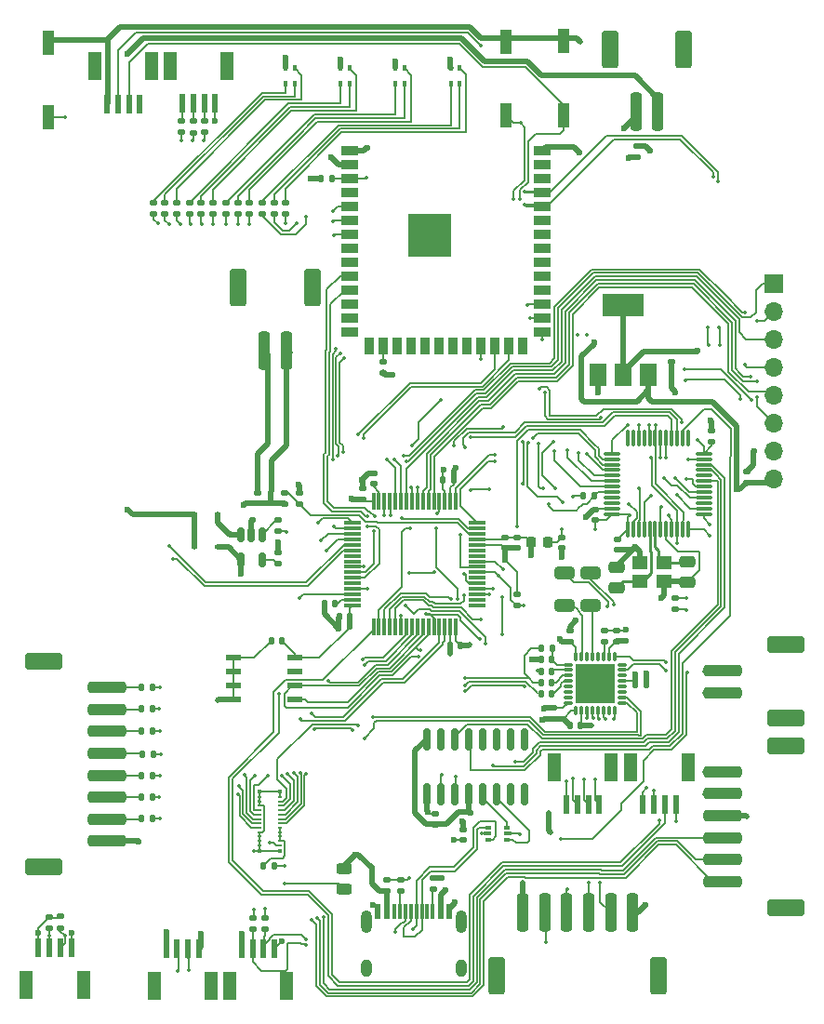
<source format=gbr>
%TF.GenerationSoftware,KiCad,Pcbnew,(6.0.11)*%
%TF.CreationDate,2023-04-23T13:39:53-07:00*%
%TF.ProjectId,EV6 Board Design,45563620-426f-4617-9264-204465736967,rev?*%
%TF.SameCoordinates,Original*%
%TF.FileFunction,Copper,L1,Top*%
%TF.FilePolarity,Positive*%
%FSLAX46Y46*%
G04 Gerber Fmt 4.6, Leading zero omitted, Abs format (unit mm)*
G04 Created by KiCad (PCBNEW (6.0.11)) date 2023-04-23 13:39:53*
%MOMM*%
%LPD*%
G01*
G04 APERTURE LIST*
G04 Aperture macros list*
%AMRoundRect*
0 Rectangle with rounded corners*
0 $1 Rounding radius*
0 $2 $3 $4 $5 $6 $7 $8 $9 X,Y pos of 4 corners*
0 Add a 4 corners polygon primitive as box body*
4,1,4,$2,$3,$4,$5,$6,$7,$8,$9,$2,$3,0*
0 Add four circle primitives for the rounded corners*
1,1,$1+$1,$2,$3*
1,1,$1+$1,$4,$5*
1,1,$1+$1,$6,$7*
1,1,$1+$1,$8,$9*
0 Add four rect primitives between the rounded corners*
20,1,$1+$1,$2,$3,$4,$5,0*
20,1,$1+$1,$4,$5,$6,$7,0*
20,1,$1+$1,$6,$7,$8,$9,0*
20,1,$1+$1,$8,$9,$2,$3,0*%
G04 Aperture macros list end*
%TA.AperFunction,SMDPad,CuDef*%
%ADD10R,0.500000X1.700000*%
%TD*%
%TA.AperFunction,SMDPad,CuDef*%
%ADD11R,1.200000X2.500000*%
%TD*%
%TA.AperFunction,SMDPad,CuDef*%
%ADD12RoundRect,0.135000X-0.135000X-0.185000X0.135000X-0.185000X0.135000X0.185000X-0.135000X0.185000X0*%
%TD*%
%TA.AperFunction,SMDPad,CuDef*%
%ADD13RoundRect,0.140000X0.140000X0.170000X-0.140000X0.170000X-0.140000X-0.170000X0.140000X-0.170000X0*%
%TD*%
%TA.AperFunction,SMDPad,CuDef*%
%ADD14R,1.422400X0.533400*%
%TD*%
%TA.AperFunction,SMDPad,CuDef*%
%ADD15RoundRect,0.140000X-0.140000X-0.170000X0.140000X-0.170000X0.140000X0.170000X-0.140000X0.170000X0*%
%TD*%
%TA.AperFunction,SMDPad,CuDef*%
%ADD16R,0.600000X0.450000*%
%TD*%
%TA.AperFunction,SMDPad,CuDef*%
%ADD17RoundRect,0.075000X0.075000X-0.662500X0.075000X0.662500X-0.075000X0.662500X-0.075000X-0.662500X0*%
%TD*%
%TA.AperFunction,SMDPad,CuDef*%
%ADD18RoundRect,0.075000X0.662500X-0.075000X0.662500X0.075000X-0.662500X0.075000X-0.662500X-0.075000X0*%
%TD*%
%TA.AperFunction,SMDPad,CuDef*%
%ADD19RoundRect,0.140000X0.170000X-0.140000X0.170000X0.140000X-0.170000X0.140000X-0.170000X-0.140000X0*%
%TD*%
%TA.AperFunction,SMDPad,CuDef*%
%ADD20RoundRect,0.250000X-0.475000X0.250000X-0.475000X-0.250000X0.475000X-0.250000X0.475000X0.250000X0*%
%TD*%
%TA.AperFunction,SMDPad,CuDef*%
%ADD21RoundRect,0.135000X-0.185000X0.135000X-0.185000X-0.135000X0.185000X-0.135000X0.185000X0.135000X0*%
%TD*%
%TA.AperFunction,SMDPad,CuDef*%
%ADD22RoundRect,0.140000X-0.170000X0.140000X-0.170000X-0.140000X0.170000X-0.140000X0.170000X0.140000X0*%
%TD*%
%TA.AperFunction,SMDPad,CuDef*%
%ADD23RoundRect,0.250000X1.500000X-0.250000X1.500000X0.250000X-1.500000X0.250000X-1.500000X-0.250000X0*%
%TD*%
%TA.AperFunction,SMDPad,CuDef*%
%ADD24RoundRect,0.250001X1.449999X-0.499999X1.449999X0.499999X-1.449999X0.499999X-1.449999X-0.499999X0*%
%TD*%
%TA.AperFunction,SMDPad,CuDef*%
%ADD25R,0.400000X0.410000*%
%TD*%
%TA.AperFunction,SMDPad,CuDef*%
%ADD26R,0.400000X0.200000*%
%TD*%
%TA.AperFunction,SMDPad,CuDef*%
%ADD27RoundRect,0.075000X0.700000X0.075000X-0.700000X0.075000X-0.700000X-0.075000X0.700000X-0.075000X0*%
%TD*%
%TA.AperFunction,SMDPad,CuDef*%
%ADD28RoundRect,0.075000X0.075000X0.700000X-0.075000X0.700000X-0.075000X-0.700000X0.075000X-0.700000X0*%
%TD*%
%TA.AperFunction,SMDPad,CuDef*%
%ADD29RoundRect,0.135000X0.185000X-0.135000X0.185000X0.135000X-0.185000X0.135000X-0.185000X-0.135000X0*%
%TD*%
%TA.AperFunction,SMDPad,CuDef*%
%ADD30RoundRect,0.218750X-0.218750X-0.256250X0.218750X-0.256250X0.218750X0.256250X-0.218750X0.256250X0*%
%TD*%
%TA.AperFunction,SMDPad,CuDef*%
%ADD31RoundRect,0.135000X0.135000X0.185000X-0.135000X0.185000X-0.135000X-0.185000X0.135000X-0.185000X0*%
%TD*%
%TA.AperFunction,ComponentPad*%
%ADD32R,1.700000X1.700000*%
%TD*%
%TA.AperFunction,ComponentPad*%
%ADD33O,1.700000X1.700000*%
%TD*%
%TA.AperFunction,SMDPad,CuDef*%
%ADD34RoundRect,0.250000X0.650000X-0.325000X0.650000X0.325000X-0.650000X0.325000X-0.650000X-0.325000X0*%
%TD*%
%TA.AperFunction,SMDPad,CuDef*%
%ADD35RoundRect,0.243750X0.456250X-0.243750X0.456250X0.243750X-0.456250X0.243750X-0.456250X-0.243750X0*%
%TD*%
%TA.AperFunction,SMDPad,CuDef*%
%ADD36RoundRect,0.250000X0.250000X1.500000X-0.250000X1.500000X-0.250000X-1.500000X0.250000X-1.500000X0*%
%TD*%
%TA.AperFunction,SMDPad,CuDef*%
%ADD37RoundRect,0.250001X0.499999X1.449999X-0.499999X1.449999X-0.499999X-1.449999X0.499999X-1.449999X0*%
%TD*%
%TA.AperFunction,SMDPad,CuDef*%
%ADD38R,1.120000X2.160000*%
%TD*%
%TA.AperFunction,SMDPad,CuDef*%
%ADD39RoundRect,0.007500X-0.372500X-0.117500X0.372500X-0.117500X0.372500X0.117500X-0.372500X0.117500X0*%
%TD*%
%TA.AperFunction,SMDPad,CuDef*%
%ADD40RoundRect,0.007500X0.117500X-0.372500X0.117500X0.372500X-0.117500X0.372500X-0.117500X-0.372500X0*%
%TD*%
%TA.AperFunction,SMDPad,CuDef*%
%ADD41R,3.650000X3.650000*%
%TD*%
%TA.AperFunction,SMDPad,CuDef*%
%ADD42RoundRect,0.250000X0.475000X-0.250000X0.475000X0.250000X-0.475000X0.250000X-0.475000X-0.250000X0*%
%TD*%
%TA.AperFunction,SMDPad,CuDef*%
%ADD43R,0.400000X0.600000*%
%TD*%
%TA.AperFunction,SMDPad,CuDef*%
%ADD44RoundRect,0.150000X0.150000X-0.825000X0.150000X0.825000X-0.150000X0.825000X-0.150000X-0.825000X0*%
%TD*%
%TA.AperFunction,SMDPad,CuDef*%
%ADD45R,1.500000X2.000000*%
%TD*%
%TA.AperFunction,SMDPad,CuDef*%
%ADD46R,3.800000X2.000000*%
%TD*%
%TA.AperFunction,SMDPad,CuDef*%
%ADD47R,1.500000X0.900000*%
%TD*%
%TA.AperFunction,SMDPad,CuDef*%
%ADD48R,0.900000X1.500000*%
%TD*%
%TA.AperFunction,ComponentPad*%
%ADD49C,0.500000*%
%TD*%
%TA.AperFunction,SMDPad,CuDef*%
%ADD50R,3.900000X3.900000*%
%TD*%
%TA.AperFunction,SMDPad,CuDef*%
%ADD51RoundRect,0.250000X-0.250000X-1.500000X0.250000X-1.500000X0.250000X1.500000X-0.250000X1.500000X0*%
%TD*%
%TA.AperFunction,SMDPad,CuDef*%
%ADD52RoundRect,0.250001X-0.499999X-1.449999X0.499999X-1.449999X0.499999X1.449999X-0.499999X1.449999X0*%
%TD*%
%TA.AperFunction,SMDPad,CuDef*%
%ADD53RoundRect,0.250000X-1.500000X0.250000X-1.500000X-0.250000X1.500000X-0.250000X1.500000X0.250000X0*%
%TD*%
%TA.AperFunction,SMDPad,CuDef*%
%ADD54RoundRect,0.250001X-1.449999X0.499999X-1.449999X-0.499999X1.449999X-0.499999X1.449999X0.499999X0*%
%TD*%
%TA.AperFunction,SMDPad,CuDef*%
%ADD55R,0.600000X1.450000*%
%TD*%
%TA.AperFunction,SMDPad,CuDef*%
%ADD56R,0.300000X1.450000*%
%TD*%
%TA.AperFunction,ComponentPad*%
%ADD57O,1.000000X2.100000*%
%TD*%
%TA.AperFunction,ComponentPad*%
%ADD58O,1.000000X1.600000*%
%TD*%
%TA.AperFunction,SMDPad,CuDef*%
%ADD59R,0.500000X0.375000*%
%TD*%
%TA.AperFunction,SMDPad,CuDef*%
%ADD60R,0.650000X0.300000*%
%TD*%
%TA.AperFunction,SMDPad,CuDef*%
%ADD61RoundRect,0.150000X-0.150000X0.512500X-0.150000X-0.512500X0.150000X-0.512500X0.150000X0.512500X0*%
%TD*%
%TA.AperFunction,SMDPad,CuDef*%
%ADD62R,1.400000X1.200000*%
%TD*%
%TA.AperFunction,ViaPad*%
%ADD63C,0.350000*%
%TD*%
%TA.AperFunction,ViaPad*%
%ADD64C,0.600000*%
%TD*%
%TA.AperFunction,Conductor*%
%ADD65C,0.127000*%
%TD*%
%TA.AperFunction,Conductor*%
%ADD66C,0.500000*%
%TD*%
%TA.AperFunction,Conductor*%
%ADD67C,0.200000*%
%TD*%
%TA.AperFunction,Conductor*%
%ADD68C,0.250000*%
%TD*%
G04 APERTURE END LIST*
D10*
%TO.P,J14,1,Pin_1*%
%TO.N,+3.3V*%
X221400000Y-76180000D03*
%TO.P,J14,2,Pin_2*%
%TO.N,Net-(J14-Pad2)*%
X220400000Y-76180000D03*
%TO.P,J14,3,Pin_3*%
%TO.N,Net-(J14-Pad3)*%
X219400000Y-76180000D03*
%TO.P,J14,4,Pin_4*%
%TO.N,Net-(J14-Pad4)*%
X218400000Y-76180000D03*
D11*
%TO.P,J14,5*%
%TO.N,N/C*%
X222500000Y-72780000D03*
%TO.P,J14,6*%
X217300000Y-72780000D03*
%TD*%
D10*
%TO.P,J13,1,Pin_1*%
%TO.N,/BTN_RST*%
X214530000Y-76200000D03*
%TO.P,J13,2,Pin_2*%
%TO.N,/BTN_UI*%
X213530000Y-76200000D03*
%TO.P,J13,3,Pin_3*%
%TO.N,/BTN_NET*%
X212530000Y-76200000D03*
%TO.P,J13,4,Pin_4*%
%TO.N,GND*%
X211530000Y-76200000D03*
D11*
%TO.P,J13,5*%
%TO.N,N/C*%
X215630000Y-72800000D03*
%TO.P,J13,6*%
X210430000Y-72800000D03*
%TD*%
D10*
%TO.P,J12,1,Pin_1*%
%TO.N,/UI_SWDIO*%
X263330000Y-139990000D03*
%TO.P,J12,2,Pin_2*%
%TO.N,/UI_SWDCLK*%
X262330000Y-139990000D03*
%TO.P,J12,3,Pin_3*%
%TO.N,/UI_BOOT*%
X261330000Y-139990000D03*
%TO.P,J12,4,Pin_4*%
%TO.N,/UI_RST*%
X260330000Y-139990000D03*
D11*
%TO.P,J12,5*%
%TO.N,N/C*%
X264430000Y-136590000D03*
%TO.P,J12,6*%
X259230000Y-136590000D03*
%TD*%
D10*
%TO.P,J7,1,Pin_1*%
%TO.N,+3.3V*%
X223800000Y-153070000D03*
%TO.P,J7,2,Pin_2*%
%TO.N,/UI_SCL*%
X224800000Y-153070000D03*
%TO.P,J7,3,Pin_3*%
%TO.N,/UI_SDA*%
X225800000Y-153070000D03*
%TO.P,J7,4,Pin_4*%
%TO.N,GND*%
X226800000Y-153070000D03*
D11*
%TO.P,J7,5*%
%TO.N,N/C*%
X222700000Y-156470000D03*
%TO.P,J7,6*%
X227900000Y-156470000D03*
%TD*%
D10*
%TO.P,J6,1,Pin_1*%
%TO.N,/NET_TX0_MGMT*%
X256370000Y-139960000D03*
%TO.P,J6,2,Pin_2*%
%TO.N,/NET_RX0_MGMT*%
X255370000Y-139960000D03*
%TO.P,J6,3,Pin_3*%
%TO.N,/NET_BOOT*%
X254370000Y-139960000D03*
%TO.P,J6,4,Pin_4*%
%TO.N,/NET_RST*%
X253370000Y-139960000D03*
D11*
%TO.P,J6,5*%
%TO.N,N/C*%
X257470000Y-136560000D03*
%TO.P,J6,6*%
X252270000Y-136560000D03*
%TD*%
D10*
%TO.P,J5,1,Pin_1*%
%TO.N,+3.3V*%
X216920000Y-153100000D03*
%TO.P,J5,2,Pin_2*%
%TO.N,/UI_TX3*%
X217920000Y-153100000D03*
%TO.P,J5,3,Pin_3*%
%TO.N,/UI_RX3*%
X218920000Y-153100000D03*
%TO.P,J5,4,Pin_4*%
%TO.N,GND*%
X219920000Y-153100000D03*
D11*
%TO.P,J5,5*%
%TO.N,N/C*%
X215820000Y-156500000D03*
%TO.P,J5,6*%
X221020000Y-156500000D03*
%TD*%
D10*
%TO.P,J3,1,Pin_1*%
%TO.N,+3.3V*%
X205290000Y-153050000D03*
%TO.P,J3,2,Pin_2*%
%TO.N,/NET_SDA*%
X206290000Y-153050000D03*
%TO.P,J3,3,Pin_3*%
%TO.N,/NET_SCL*%
X207290000Y-153050000D03*
%TO.P,J3,4,Pin_4*%
%TO.N,GND*%
X208290000Y-153050000D03*
D11*
%TO.P,J3,5*%
%TO.N,N/C*%
X204190000Y-156450000D03*
%TO.P,J3,6*%
X209390000Y-156450000D03*
%TD*%
D12*
%TO.P,R28,1*%
%TO.N,Net-(J10-Pad4)*%
X214740000Y-135400000D03*
%TO.P,R28,2*%
%TO.N,/UI_DBG4*%
X215760000Y-135400000D03*
%TD*%
D13*
%TO.P,C13,1*%
%TO.N,+3.3V*%
X233630000Y-122900000D03*
%TO.P,C13,2*%
%TO.N,GND*%
X232670000Y-122900000D03*
%TD*%
D14*
%TO.P,CR1,1,E0*%
%TO.N,GND*%
X223056000Y-126645000D03*
%TO.P,CR1,2,E1*%
X223056000Y-127915000D03*
%TO.P,CR1,3,E2*%
X223056000Y-129185000D03*
%TO.P,CR1,4,VSS*%
X223056000Y-130455000D03*
%TO.P,CR1,5,SDA*%
%TO.N,/UI_SDA*%
X228644000Y-130455000D03*
%TO.P,CR1,6,SCL*%
%TO.N,/UI_SCL*%
X228644000Y-129185000D03*
%TO.P,CR1,7,\u002AWC*%
%TO.N,unconnected-(CR1-Pad7)*%
X228644000Y-127915000D03*
%TO.P,CR1,8,VCC*%
%TO.N,+3.3V*%
X228644000Y-126645000D03*
%TD*%
D15*
%TO.P,C22,1*%
%TO.N,GND*%
X231320000Y-121700000D03*
%TO.P,C22,2*%
%TO.N,Net-(C22-Pad2)*%
X232280000Y-121700000D03*
%TD*%
D16*
%TO.P,D2,1,K*%
%TO.N,Net-(D10-Pad1)*%
X219500000Y-113610000D03*
%TO.P,D2,2,A*%
%TO.N,+BATT*%
X221600000Y-113610000D03*
%TD*%
D17*
%TO.P,U5,1,VDD*%
%TO.N,+3.3V*%
X258950000Y-114962500D03*
%TO.P,U5,2,PC13*%
%TO.N,/BTN_RST*%
X259450000Y-114962500D03*
%TO.P,U5,3,PC14*%
%TO.N,/BTN_UI*%
X259950000Y-114962500D03*
%TO.P,U5,4,PC15*%
%TO.N,/BTN_NET*%
X260450000Y-114962500D03*
%TO.P,U5,5,PF0*%
%TO.N,/RCC_OSC_IN*%
X260950000Y-114962500D03*
%TO.P,U5,6,PF1*%
%TO.N,/RCC_OSC_OUT*%
X261450000Y-114962500D03*
%TO.P,U5,7,NRST*%
%TO.N,/MGMT_NRST*%
X261950000Y-114962500D03*
%TO.P,U5,8,VSSA*%
%TO.N,GND*%
X262450000Y-114962500D03*
%TO.P,U5,9,VDDA*%
%TO.N,+3.3V*%
X262950000Y-114962500D03*
%TO.P,U5,10,PA0*%
%TO.N,/UI_STAT*%
X263450000Y-114962500D03*
%TO.P,U5,11,PA1*%
%TO.N,/NET_STAT*%
X263950000Y-114962500D03*
%TO.P,U5,12,PA2*%
%TO.N,/UI_TX2_MGMT*%
X264450000Y-114962500D03*
D18*
%TO.P,U5,13,PA3*%
%TO.N,/UI_RX2_MGMT*%
X265862500Y-113550000D03*
%TO.P,U5,14,PA4*%
%TO.N,/LEDB_R*%
X265862500Y-113050000D03*
%TO.P,U5,15,PA5*%
%TO.N,unconnected-(U5-Pad15)*%
X265862500Y-112550000D03*
%TO.P,U5,16,PA6*%
%TO.N,/LEDA_R*%
X265862500Y-112050000D03*
%TO.P,U5,17,PA7*%
%TO.N,/LEDA_G*%
X265862500Y-111550000D03*
%TO.P,U5,18,PB0*%
%TO.N,/LEDA_B*%
X265862500Y-111050000D03*
%TO.P,U5,19,PB1*%
%TO.N,/USB_RTS*%
X265862500Y-110550000D03*
%TO.P,U5,20,PB2*%
%TO.N,unconnected-(U5-Pad20)*%
X265862500Y-110050000D03*
%TO.P,U5,21,PB10*%
%TO.N,/USB_TX1_MGMT*%
X265862500Y-109550000D03*
%TO.P,U5,22,PB11*%
%TO.N,/USB_RX1_MGMT*%
X265862500Y-109050000D03*
%TO.P,U5,23,VSS*%
%TO.N,GND*%
X265862500Y-108550000D03*
%TO.P,U5,24,VDD*%
%TO.N,+3.3V*%
X265862500Y-108050000D03*
D17*
%TO.P,U5,25,PB12*%
%TO.N,unconnected-(U5-Pad25)*%
X264450000Y-106637500D03*
%TO.P,U5,26,PB13*%
%TO.N,/USB_DTR*%
X263950000Y-106637500D03*
%TO.P,U5,27,PB14*%
%TO.N,/LEDB_G*%
X263450000Y-106637500D03*
%TO.P,U5,28,PB15*%
%TO.N,/LEDB_B*%
X262950000Y-106637500D03*
%TO.P,U5,29,PA8*%
%TO.N,/MCLK*%
X262450000Y-106637500D03*
%TO.P,U5,30,PA9*%
%TO.N,/UI_STAT*%
X261950000Y-106637500D03*
%TO.P,U5,31,PA10*%
%TO.N,/NET_STAT*%
X261450000Y-106637500D03*
%TO.P,U5,32,PA11*%
%TO.N,/MGMT_DBG7*%
X260950000Y-106637500D03*
%TO.P,U5,33,PA12*%
%TO.N,unconnected-(U5-Pad33)*%
X260450000Y-106637500D03*
%TO.P,U5,34,PA13*%
%TO.N,/MGMT_SWDIO*%
X259950000Y-106637500D03*
%TO.P,U5,35,PF6*%
%TO.N,unconnected-(U5-Pad35)*%
X259450000Y-106637500D03*
%TO.P,U5,36,PF7*%
%TO.N,unconnected-(U5-Pad36)*%
X258950000Y-106637500D03*
D18*
%TO.P,U5,37,PA14*%
%TO.N,/MGMT_SWCLK*%
X257537500Y-108050000D03*
%TO.P,U5,38,PA15*%
%TO.N,/UI_RST*%
X257537500Y-108550000D03*
%TO.P,U5,39,PB3*%
%TO.N,/UI_BOOT*%
X257537500Y-109050000D03*
%TO.P,U5,40,PB4*%
%TO.N,/NET_RST*%
X257537500Y-109550000D03*
%TO.P,U5,41,PB5*%
%TO.N,/NET_BOOT*%
X257537500Y-110050000D03*
%TO.P,U5,42,PB6*%
%TO.N,/NET_TX0_MGMT*%
X257537500Y-110550000D03*
%TO.P,U5,43,PB7*%
%TO.N,/NET_RX0_MGMT*%
X257537500Y-111050000D03*
%TO.P,U5,44,BOOT0*%
%TO.N,/MGMT_BOOT*%
X257537500Y-111550000D03*
%TO.P,U5,45,PB8*%
%TO.N,unconnected-(U5-Pad45)*%
X257537500Y-112050000D03*
%TO.P,U5,46,PB9*%
%TO.N,unconnected-(U5-Pad46)*%
X257537500Y-112550000D03*
%TO.P,U5,47,VSS*%
%TO.N,GND*%
X257537500Y-113050000D03*
%TO.P,U5,48,VDD*%
%TO.N,+3.3V*%
X257537500Y-113550000D03*
%TD*%
D13*
%TO.P,C33,1*%
%TO.N,+3.3V*%
X227450000Y-125110000D03*
%TO.P,C33,2*%
%TO.N,GND*%
X226490000Y-125110000D03*
%TD*%
D19*
%TO.P,C14,1*%
%TO.N,+3.3V*%
X234800000Y-112180000D03*
%TO.P,C14,2*%
%TO.N,GND*%
X234800000Y-111220000D03*
%TD*%
D20*
%TO.P,C4,1*%
%TO.N,GND*%
X257900000Y-118400000D03*
%TO.P,C4,2*%
%TO.N,/RCC_OSC_IN*%
X257900000Y-120300000D03*
%TD*%
D19*
%TO.P,C3,1*%
%TO.N,+3.3VA*%
X257900000Y-125130000D03*
%TO.P,C3,2*%
%TO.N,GND*%
X257900000Y-124170000D03*
%TD*%
D21*
%TO.P,R3,1*%
%TO.N,GND*%
X238300000Y-146840000D03*
%TO.P,R3,2*%
%TO.N,Net-(J9-PadA5)*%
X238300000Y-147860000D03*
%TD*%
D22*
%TO.P,C2,1*%
%TO.N,+3.3V*%
X262940000Y-98730000D03*
%TO.P,C2,2*%
%TO.N,GND*%
X262940000Y-99690000D03*
%TD*%
D19*
%TO.P,C19,1*%
%TO.N,+BATT*%
X225250000Y-112560000D03*
%TO.P,C19,2*%
%TO.N,GND*%
X225250000Y-111600000D03*
%TD*%
D21*
%TO.P,R38,1*%
%TO.N,/BATTERY_MON*%
X227750000Y-111600000D03*
%TO.P,R38,2*%
%TO.N,+BATT*%
X227750000Y-112620000D03*
%TD*%
D23*
%TO.P,J8,1,Pin_1*%
%TO.N,/MIC_P*%
X267600000Y-147000000D03*
%TO.P,J8,2,Pin_2*%
%TO.N,/MIC_N*%
X267600000Y-145000000D03*
%TO.P,J8,3,Pin_3*%
%TO.N,/IN_3*%
X267600000Y-143000000D03*
%TO.P,J8,4,Pin_4*%
%TO.N,GND*%
X267600000Y-141000000D03*
%TO.P,J8,5,Pin_5*%
%TO.N,/HP_L*%
X267600000Y-139000000D03*
%TO.P,J8,6,Pin_6*%
%TO.N,/HP_R*%
X267600000Y-137000000D03*
D24*
%TO.P,J8,MP*%
%TO.N,N/C*%
X273350000Y-149350000D03*
X273350000Y-134650000D03*
%TD*%
D25*
%TO.P,U13,1*%
%TO.N,GND*%
X225390000Y-144215000D03*
D26*
%TO.P,U13,2*%
X225390000Y-143710000D03*
%TO.P,U13,3*%
X225390000Y-143310000D03*
%TO.P,U13,4*%
X225390000Y-142907924D03*
%TO.P,U13,5*%
X225390000Y-142510000D03*
%TO.P,U13,6*%
%TO.N,/KB_ROW1*%
X225390000Y-142110000D03*
%TO.P,U13,7*%
%TO.N,/KB_COL1*%
X225390000Y-141710000D03*
%TO.P,U13,8*%
%TO.N,/KB_ROW2*%
X225390000Y-141310000D03*
%TO.P,U13,9*%
%TO.N,/KB_COL2*%
X225390000Y-140910000D03*
%TO.P,U13,10*%
%TO.N,/KB_COL3*%
X225390000Y-140510000D03*
%TO.P,U13,11*%
%TO.N,GND*%
X225390000Y-140110000D03*
%TO.P,U13,12*%
X225390000Y-139710000D03*
%TO.P,U13,13*%
X225390000Y-139310000D03*
D25*
%TO.P,U13,14*%
X225390000Y-138805000D03*
%TO.P,U13,15*%
X227270000Y-138805000D03*
D26*
%TO.P,U13,16*%
X227270000Y-139310000D03*
%TO.P,U13,17*%
%TO.N,/KB_COL4*%
X227270000Y-139710000D03*
%TO.P,U13,18*%
%TO.N,/KB_ROW3*%
X227270000Y-140110000D03*
%TO.P,U13,19*%
%TO.N,/KB_COL5*%
X227270000Y-140510000D03*
%TO.P,U13,20*%
%TO.N,/KB_ROW4*%
X227270000Y-140910000D03*
%TO.P,U13,21*%
%TO.N,/KB_ROW5*%
X227270000Y-141310000D03*
%TO.P,U13,22*%
%TO.N,/KB_ROW6*%
X227270000Y-141710000D03*
%TO.P,U13,23*%
%TO.N,/KB_LED*%
X227270000Y-142110000D03*
%TO.P,U13,24*%
X227270000Y-142510000D03*
%TO.P,U13,25*%
X227270000Y-142907924D03*
%TO.P,U13,26*%
X227270000Y-143310000D03*
%TO.P,U13,27*%
%TO.N,/KB_ROW7*%
X227270000Y-143710000D03*
D25*
%TO.P,U13,28*%
%TO.N,GND*%
X227270000Y-144215000D03*
%TD*%
D27*
%TO.P,U1,1,VBAT*%
%TO.N,unconnected-(U1-Pad1)*%
X245225000Y-121850000D03*
%TO.P,U1,2,PC13*%
%TO.N,unconnected-(U1-Pad2)*%
X245225000Y-121350000D03*
%TO.P,U1,3,PC14*%
%TO.N,/KB_COL3*%
X245225000Y-120850000D03*
%TO.P,U1,4,PC15*%
%TO.N,/KB_COL4*%
X245225000Y-120350000D03*
%TO.P,U1,5,PH0*%
%TO.N,/MCLK*%
X245225000Y-119850000D03*
%TO.P,U1,6,PH1*%
%TO.N,unconnected-(U1-Pad6)*%
X245225000Y-119350000D03*
%TO.P,U1,7,NRST*%
%TO.N,/UI_RST*%
X245225000Y-118850000D03*
%TO.P,U1,8,PC0*%
%TO.N,/UI_LED_G*%
X245225000Y-118350000D03*
%TO.P,U1,9,PC1*%
%TO.N,/UI_LED_R*%
X245225000Y-117850000D03*
%TO.P,U1,10,PC2*%
%TO.N,unconnected-(U1-Pad10)*%
X245225000Y-117350000D03*
%TO.P,U1,11,PC3*%
%TO.N,unconnected-(U1-Pad11)*%
X245225000Y-116850000D03*
%TO.P,U1,12,VSSA*%
%TO.N,GND*%
X245225000Y-116350000D03*
%TO.P,U1,13,VDDA*%
%TO.N,+3.3VA*%
X245225000Y-115850000D03*
%TO.P,U1,14,PA0*%
%TO.N,/BATTERY_MON*%
X245225000Y-115350000D03*
%TO.P,U1,15,PA1*%
%TO.N,/DISP_CS*%
X245225000Y-114850000D03*
%TO.P,U1,16,PA2*%
%TO.N,/UI_TX2_MGMT*%
X245225000Y-114350000D03*
D28*
%TO.P,U1,17,PA3*%
%TO.N,/UI_RX2_MGMT*%
X243300000Y-112425000D03*
%TO.P,U1,18,VSS*%
%TO.N,GND*%
X242800000Y-112425000D03*
%TO.P,U1,19,VDD*%
%TO.N,+3.3V*%
X242300000Y-112425000D03*
%TO.P,U1,20,PA4*%
%TO.N,/I2S_DACLRC*%
X241800000Y-112425000D03*
%TO.P,U1,21,PA5*%
%TO.N,/DISP_SPI_SCK*%
X241300000Y-112425000D03*
%TO.P,U1,22,PA6*%
%TO.N,/DISP_RSTR*%
X240800000Y-112425000D03*
%TO.P,U1,23,PA7*%
%TO.N,/DISP_SPI_MOSI*%
X240300000Y-112425000D03*
%TO.P,U1,24,PC4*%
%TO.N,/UI_DBG1*%
X239800000Y-112425000D03*
%TO.P,U1,25,PC5*%
%TO.N,/UI_DBG2*%
X239300000Y-112425000D03*
%TO.P,U1,26,PB0*%
%TO.N,/DISP_DC*%
X238800000Y-112425000D03*
%TO.P,U1,27,PB1*%
%TO.N,/KB_MIC*%
X238300000Y-112425000D03*
%TO.P,U1,28,PB2*%
%TO.N,/KB_ROW5*%
X237800000Y-112425000D03*
%TO.P,U1,29,PB10*%
%TO.N,/UI_TX3*%
X237300000Y-112425000D03*
%TO.P,U1,30,PB11*%
%TO.N,/UI_RX3*%
X236800000Y-112425000D03*
%TO.P,U1,31,VCAP_1*%
%TO.N,Net-(C21-Pad2)*%
X236300000Y-112425000D03*
%TO.P,U1,32,VDD*%
%TO.N,+3.3V*%
X235800000Y-112425000D03*
D27*
%TO.P,U1,33,PB12*%
%TO.N,/KB_ROW1*%
X233875000Y-114350000D03*
%TO.P,U1,34,PB13*%
%TO.N,/KB_ROW2*%
X233875000Y-114850000D03*
%TO.P,U1,35,PB14*%
%TO.N,/KB_ROW3*%
X233875000Y-115350000D03*
%TO.P,U1,36,PB15*%
%TO.N,/KB_ROW4*%
X233875000Y-115850000D03*
%TO.P,U1,37,PC6*%
%TO.N,/UI_DBG3*%
X233875000Y-116350000D03*
%TO.P,U1,38,PC7*%
%TO.N,/UI_DBG4*%
X233875000Y-116850000D03*
%TO.P,U1,39,PC8*%
%TO.N,unconnected-(U1-Pad39)*%
X233875000Y-117350000D03*
%TO.P,U1,40,PC9*%
%TO.N,unconnected-(U1-Pad40)*%
X233875000Y-117850000D03*
%TO.P,U1,41,PA8*%
%TO.N,/UI_STAT*%
X233875000Y-118350000D03*
%TO.P,U1,42,PA9*%
%TO.N,/UI_TX1_NET*%
X233875000Y-118850000D03*
%TO.P,U1,43,PA10*%
%TO.N,/UI_RX1_NET*%
X233875000Y-119350000D03*
%TO.P,U1,44,PA11*%
%TO.N,unconnected-(U1-Pad44)*%
X233875000Y-119850000D03*
%TO.P,U1,45,PA12*%
%TO.N,Net-(R41-Pad1)*%
X233875000Y-120350000D03*
%TO.P,U1,46,PA13*%
%TO.N,/UI_SWDIO*%
X233875000Y-120850000D03*
%TO.P,U1,47,VCAP_2*%
%TO.N,Net-(C22-Pad2)*%
X233875000Y-121350000D03*
%TO.P,U1,48,VDD*%
%TO.N,+3.3V*%
X233875000Y-121850000D03*
D28*
%TO.P,U1,49,PA14*%
%TO.N,/UI_SWDCLK*%
X235800000Y-123775000D03*
%TO.P,U1,50,PA15*%
%TO.N,/DISP_BL*%
X236300000Y-123775000D03*
%TO.P,U1,51,PC10*%
%TO.N,/I2S_BCLK*%
X236800000Y-123775000D03*
%TO.P,U1,52,PC11*%
%TO.N,/I2S_ADCDAT*%
X237300000Y-123775000D03*
%TO.P,U1,53,PC12*%
%TO.N,/I2S_DACDAT*%
X237800000Y-123775000D03*
%TO.P,U1,54,PD2*%
%TO.N,/UI_LED_B*%
X238300000Y-123775000D03*
%TO.P,U1,55,PB3*%
%TO.N,/KB_ROW6*%
X238800000Y-123775000D03*
%TO.P,U1,56,PB4*%
%TO.N,/KB_ROW7*%
X239300000Y-123775000D03*
%TO.P,U1,57,PB5*%
%TO.N,/KB_COL5*%
X239800000Y-123775000D03*
%TO.P,U1,58,PB6*%
%TO.N,/UI_SCL*%
X240300000Y-123775000D03*
%TO.P,U1,59,PB7*%
%TO.N,/UI_SDA*%
X240800000Y-123775000D03*
%TO.P,U1,60,BOOT0*%
%TO.N,/UI_BOOT*%
X241300000Y-123775000D03*
%TO.P,U1,61,PB8*%
%TO.N,/KB_COL2*%
X241800000Y-123775000D03*
%TO.P,U1,62,PB9*%
%TO.N,/KB_COL1*%
X242300000Y-123775000D03*
%TO.P,U1,63,VSS*%
%TO.N,GND*%
X242800000Y-123775000D03*
%TO.P,U1,64,VDD*%
%TO.N,+3.3V*%
X243300000Y-123775000D03*
%TD*%
D29*
%TO.P,R5,1*%
%TO.N,/UI_RST*%
X248840000Y-121910000D03*
%TO.P,R5,2*%
%TO.N,GND*%
X248840000Y-120890000D03*
%TD*%
D19*
%TO.P,C16,1*%
%TO.N,GND*%
X252200000Y-132180000D03*
%TO.P,C16,2*%
%TO.N,+3.3V*%
X252200000Y-131220000D03*
%TD*%
D30*
%TO.P,120R1,1*%
%TO.N,+3.3VA*%
X250112500Y-116100000D03*
%TO.P,120R1,2*%
%TO.N,+3.3V*%
X251687500Y-116100000D03*
%TD*%
D29*
%TO.P,R17,1*%
%TO.N,/NET_LED_G*%
X226750000Y-86210000D03*
%TO.P,R17,2*%
%TO.N,Net-(D4-Pad4)*%
X226750000Y-85190000D03*
%TD*%
D21*
%TO.P,R13,1*%
%TO.N,Net-(D3-Pad3)*%
X217850000Y-85190000D03*
%TO.P,R13,2*%
%TO.N,/LEDB_B*%
X217850000Y-86210000D03*
%TD*%
D19*
%TO.P,C20,1*%
%TO.N,/VIN*%
X269750000Y-110680000D03*
%TO.P,C20,2*%
%TO.N,GND*%
X269750000Y-109720000D03*
%TD*%
D12*
%TO.P,R30,1*%
%TO.N,Net-(J10-Pad5)*%
X214640000Y-137400000D03*
%TO.P,R30,2*%
%TO.N,/NET_DBG5*%
X215660000Y-137400000D03*
%TD*%
D31*
%TO.P,R4,1*%
%TO.N,/NET_RST*%
X232070000Y-83000000D03*
%TO.P,R4,2*%
%TO.N,GND*%
X231050000Y-83000000D03*
%TD*%
D21*
%TO.P,R39,1*%
%TO.N,GND*%
X229100000Y-111590000D03*
%TO.P,R39,2*%
%TO.N,/BATTERY_MON*%
X229100000Y-112610000D03*
%TD*%
%TO.P,R21,1*%
%TO.N,+3.3V*%
X207270000Y-150190000D03*
%TO.P,R21,2*%
%TO.N,/NET_SCL*%
X207270000Y-151210000D03*
%TD*%
D19*
%TO.P,C5,1*%
%TO.N,/VIN*%
X243950000Y-143230000D03*
%TO.P,C5,2*%
%TO.N,GND*%
X243950000Y-142270000D03*
%TD*%
D32*
%TO.P,J4,1,Pin_1*%
%TO.N,/DISP_BL*%
X272250000Y-92560000D03*
D33*
%TO.P,J4,2,Pin_2*%
%TO.N,/DISP_RSTR*%
X272250000Y-95100000D03*
%TO.P,J4,3,Pin_3*%
%TO.N,/DISP_DC*%
X272250000Y-97640000D03*
%TO.P,J4,4,Pin_4*%
%TO.N,/DISP_CS*%
X272250000Y-100180000D03*
%TO.P,J4,5,Pin_5*%
%TO.N,/DISP_SPI_SCK*%
X272250000Y-102720000D03*
%TO.P,J4,6,Pin_6*%
%TO.N,/DISP_SPI_MOSI*%
X272250000Y-105260000D03*
%TO.P,J4,7,Pin_7*%
%TO.N,GND*%
X272250000Y-107800000D03*
%TO.P,J4,8,Pin_8*%
%TO.N,/VIN*%
X272250000Y-110340000D03*
%TD*%
D22*
%TO.P,C8,1*%
%TO.N,+3.3VA*%
X247750000Y-115670000D03*
%TO.P,C8,2*%
%TO.N,GND*%
X247750000Y-116630000D03*
%TD*%
D21*
%TO.P,R12,1*%
%TO.N,Net-(D18-Pad1)*%
X222400000Y-85190000D03*
%TO.P,R12,2*%
%TO.N,/LEDA_R*%
X222400000Y-86210000D03*
%TD*%
%TO.P,R11,1*%
%TO.N,Net-(D18-Pad4)*%
X223450000Y-85190000D03*
%TO.P,R11,2*%
%TO.N,/LEDA_G*%
X223450000Y-86210000D03*
%TD*%
D22*
%TO.P,C21,1*%
%TO.N,GND*%
X235850000Y-109820000D03*
%TO.P,C21,2*%
%TO.N,Net-(C21-Pad2)*%
X235850000Y-110780000D03*
%TD*%
D21*
%TO.P,R6,1*%
%TO.N,Net-(D18-Pad3)*%
X224500000Y-85190000D03*
%TO.P,R6,2*%
%TO.N,/LEDA_B*%
X224500000Y-86210000D03*
%TD*%
D29*
%TO.P,R16,1*%
%TO.N,/NET_LED_B*%
X227800000Y-86210000D03*
%TO.P,R16,2*%
%TO.N,Net-(D4-Pad3)*%
X227800000Y-85190000D03*
%TD*%
D23*
%TO.P,J2,1,Pin_1*%
%TO.N,/SPK_LN*%
X267600000Y-129800000D03*
%TO.P,J2,2,Pin_2*%
%TO.N,/SPK_LP*%
X267600000Y-127800000D03*
D24*
%TO.P,J2,MP*%
%TO.N,N/C*%
X273350000Y-132150000D03*
X273350000Y-125450000D03*
%TD*%
D21*
%TO.P,R35,1*%
%TO.N,Net-(J14-Pad4)*%
X218310000Y-77790000D03*
%TO.P,R35,2*%
%TO.N,/UI_LED_R*%
X218310000Y-78810000D03*
%TD*%
D34*
%TO.P,C29,1*%
%TO.N,Net-(C29-Pad1)*%
X255600000Y-121855000D03*
%TO.P,C29,2*%
%TO.N,/HP_R*%
X255600000Y-118905000D03*
%TD*%
D15*
%TO.P,C27,1*%
%TO.N,/MIC_N*%
X251070000Y-129950000D03*
%TO.P,C27,2*%
%TO.N,Net-(C27-Pad2)*%
X252030000Y-129950000D03*
%TD*%
D22*
%TO.P,C10,1*%
%TO.N,+3.3V*%
X252950000Y-115670000D03*
%TO.P,C10,2*%
%TO.N,GND*%
X252950000Y-116630000D03*
%TD*%
D29*
%TO.P,R24,1*%
%TO.N,/UI_LED_G*%
X220100000Y-86210000D03*
%TO.P,R24,2*%
%TO.N,Net-(D5-Pad4)*%
X220100000Y-85190000D03*
%TD*%
D12*
%TO.P,R19,1*%
%TO.N,GND*%
X254890000Y-111880000D03*
%TO.P,R19,2*%
%TO.N,/MGMT_BOOT*%
X255910000Y-111880000D03*
%TD*%
D29*
%TO.P,R1,1*%
%TO.N,+3.3V*%
X263300000Y-122250000D03*
%TO.P,R1,2*%
%TO.N,/MGMT_NRST*%
X263300000Y-121230000D03*
%TD*%
D13*
%TO.P,C12,1*%
%TO.N,+3.3V*%
X243730000Y-125500000D03*
%TO.P,C12,2*%
%TO.N,GND*%
X242770000Y-125500000D03*
%TD*%
D21*
%TO.P,R37,1*%
%TO.N,GND*%
X227100000Y-117040000D03*
%TO.P,R37,2*%
%TO.N,Net-(R37-Pad2)*%
X227100000Y-118060000D03*
%TD*%
D29*
%TO.P,R18,1*%
%TO.N,/NET_LED_R*%
X225700000Y-86210000D03*
%TO.P,R18,2*%
%TO.N,Net-(D4-Pad1)*%
X225700000Y-85190000D03*
%TD*%
D21*
%TO.P,R2,1*%
%TO.N,GND*%
X241250000Y-146690000D03*
%TO.P,R2,2*%
%TO.N,Net-(J9-PadB5)*%
X241250000Y-147710000D03*
%TD*%
D19*
%TO.P,C25,1*%
%TO.N,+3.3V*%
X266600000Y-106930000D03*
%TO.P,C25,2*%
%TO.N,GND*%
X266600000Y-105970000D03*
%TD*%
%TO.P,C1,1*%
%TO.N,VBUS*%
X237050000Y-147830000D03*
%TO.P,C1,2*%
%TO.N,GND*%
X237050000Y-146870000D03*
%TD*%
D29*
%TO.P,R32,1*%
%TO.N,GND*%
X236650000Y-100710000D03*
%TO.P,R32,2*%
%TO.N,Net-(R32-Pad2)*%
X236650000Y-99690000D03*
%TD*%
D16*
%TO.P,D10,1,K*%
%TO.N,Net-(D10-Pad1)*%
X219500000Y-116540000D03*
%TO.P,D10,2,A*%
%TO.N,VBUS*%
X221600000Y-116540000D03*
%TD*%
D21*
%TO.P,R8,1*%
%TO.N,+3.3V*%
X224790000Y-150300000D03*
%TO.P,R8,2*%
%TO.N,/UI_SCL*%
X224790000Y-151320000D03*
%TD*%
D35*
%TO.P,D11,1,K*%
%TO.N,Net-(D11-Pad1)*%
X233160000Y-147677500D03*
%TO.P,D11,2,A*%
%TO.N,VBUS*%
X233160000Y-145802500D03*
%TD*%
D36*
%TO.P,J15,1,Pin_1*%
%TO.N,Net-(D10-Pad1)*%
X261700000Y-76950000D03*
%TO.P,J15,2,Pin_2*%
%TO.N,Net-(J15-Pad2)*%
X259700000Y-76950000D03*
D37*
%TO.P,J15,MP*%
%TO.N,N/C*%
X257350000Y-71200000D03*
X264050000Y-71200000D03*
%TD*%
D15*
%TO.P,C15,1*%
%TO.N,GND*%
X253670000Y-132750000D03*
%TO.P,C15,2*%
%TO.N,+3.3V*%
X254630000Y-132750000D03*
%TD*%
D38*
%TO.P,SW3,1,1*%
%TO.N,/BTN_NET*%
X247850000Y-77265000D03*
%TO.P,SW3,2,2*%
%TO.N,GND*%
X247850000Y-70535000D03*
%TD*%
D21*
%TO.P,R15,1*%
%TO.N,Net-(D3-Pad1)*%
X215800000Y-85190000D03*
%TO.P,R15,2*%
%TO.N,/LEDB_R*%
X215800000Y-86210000D03*
%TD*%
D39*
%TO.P,U6,1,MICBIAS*%
%TO.N,Net-(C28-Pad1)*%
X253527500Y-127250000D03*
%TO.P,U6,2,LINPUT3*%
%TO.N,Net-(C17-Pad2)*%
X253527500Y-127750000D03*
%TO.P,U6,3,LINPUT2*%
%TO.N,Net-(C18-Pad2)*%
X253527500Y-128250000D03*
%TO.P,U6,4,LINPUT1*%
%TO.N,Net-(C27-Pad2)*%
X253527500Y-128750000D03*
%TO.P,U6,5,RINPUT1*%
%TO.N,unconnected-(U6-Pad5)*%
X253527500Y-129250000D03*
%TO.P,U6,6,RINPUT2*%
%TO.N,unconnected-(U6-Pad6)*%
X253527500Y-129750000D03*
%TO.P,U6,7,RINPUT3*%
%TO.N,unconnected-(U6-Pad7)*%
X253527500Y-130250000D03*
%TO.P,U6,8,DCVDD*%
%TO.N,+3.3V*%
X253527500Y-130750000D03*
D40*
%TO.P,U6,9,DGND*%
%TO.N,GND*%
X254252500Y-131475000D03*
%TO.P,U6,10,DBVDD*%
%TO.N,+3.3V*%
X254752500Y-131475000D03*
%TO.P,U6,11,MCLK*%
%TO.N,/MCLK*%
X255252500Y-131475000D03*
%TO.P,U6,12,BCLK*%
%TO.N,/I2S_BCLK*%
X255752500Y-131475000D03*
%TO.P,U6,13,DACLRC*%
%TO.N,/I2S_DACLRC*%
X256252500Y-131475000D03*
%TO.P,U6,14,DACDAT*%
%TO.N,/I2S_DACDAT*%
X256752500Y-131475000D03*
%TO.P,U6,15,ADCLRC*%
%TO.N,unconnected-(U6-Pad15)*%
X257252500Y-131475000D03*
%TO.P,U6,16,ADCDAT*%
%TO.N,/I2S_ADCDAT*%
X257752500Y-131475000D03*
D39*
%TO.P,U6,17,SCLK*%
%TO.N,/UI_SCL*%
X258477500Y-130750000D03*
%TO.P,U6,18,SDIN*%
%TO.N,/UI_SDA*%
X258477500Y-130250000D03*
%TO.P,U6,19,SPK_RN*%
%TO.N,unconnected-(U6-Pad19)*%
X258477500Y-129750000D03*
%TO.P,U6,20,SPKGND2*%
%TO.N,unconnected-(U6-Pad20)*%
X258477500Y-129250000D03*
%TO.P,U6,21,SPKVDD2*%
%TO.N,+3.3VA*%
X258477500Y-128750000D03*
%TO.P,U6,22,SPK_RP*%
%TO.N,unconnected-(U6-Pad22)*%
X258477500Y-128250000D03*
%TO.P,U6,23,SPK_LN*%
%TO.N,/SPK_LN*%
X258477500Y-127750000D03*
%TO.P,U6,24,SPKGND1*%
%TO.N,unconnected-(U6-Pad24)*%
X258477500Y-127250000D03*
D40*
%TO.P,U6,25,SPK_LP*%
%TO.N,/SPK_LP*%
X257752500Y-126525000D03*
%TO.P,U6,26,SPKVDD1*%
%TO.N,+3.3VA*%
X257252500Y-126525000D03*
%TO.P,U6,27,AMID*%
%TO.N,Net-(C31-Pad2)*%
X256752500Y-126525000D03*
%TO.P,U6,28,AGND*%
%TO.N,unconnected-(U6-Pad28)*%
X256252500Y-126525000D03*
%TO.P,U6,29,HP_R*%
%TO.N,Net-(C29-Pad1)*%
X255752500Y-126525000D03*
%TO.P,U6,30,OUT3*%
%TO.N,unconnected-(U6-Pad30)*%
X255252500Y-126525000D03*
%TO.P,U6,31,HP_L*%
%TO.N,Net-(C30-Pad1)*%
X254752500Y-126525000D03*
%TO.P,U6,32,AVDD*%
%TO.N,+3.3VA*%
X254252500Y-126525000D03*
D41*
%TO.P,U6,33,EP*%
%TO.N,unconnected-(U6-Pad33)*%
X256002500Y-129000000D03*
%TD*%
D42*
%TO.P,C23,1*%
%TO.N,GND*%
X264350000Y-119750000D03*
%TO.P,C23,2*%
%TO.N,/RCC_OSC_OUT*%
X264350000Y-117850000D03*
%TD*%
D31*
%TO.P,R9,1*%
%TO.N,Net-(C28-Pad1)*%
X252060000Y-125750000D03*
%TO.P,R9,2*%
%TO.N,/MIC_P*%
X251040000Y-125750000D03*
%TD*%
D21*
%TO.P,R14,1*%
%TO.N,Net-(D3-Pad4)*%
X216825000Y-85190000D03*
%TO.P,R14,2*%
%TO.N,/LEDB_G*%
X216825000Y-86210000D03*
%TD*%
D34*
%TO.P,C30,1*%
%TO.N,Net-(C30-Pad1)*%
X253170000Y-121855000D03*
%TO.P,C30,2*%
%TO.N,/HP_L*%
X253170000Y-118905000D03*
%TD*%
D12*
%TO.P,R22,1*%
%TO.N,Net-(J10-Pad1)*%
X214640000Y-129350000D03*
%TO.P,R22,2*%
%TO.N,/UI_DBG1*%
X215660000Y-129350000D03*
%TD*%
D43*
%TO.P,D4,1,RK*%
%TO.N,Net-(D4-Pad1)*%
X242825000Y-74370000D03*
%TO.P,D4,2,A*%
%TO.N,+3.3V*%
X242825000Y-72970000D03*
%TO.P,D4,3,BK*%
%TO.N,Net-(D4-Pad3)*%
X243625000Y-72970000D03*
%TO.P,D4,4,GK*%
%TO.N,Net-(D4-Pad4)*%
X243625000Y-74370000D03*
%TD*%
D21*
%TO.P,R36,1*%
%TO.N,Net-(R36-Pad1)*%
X227150000Y-114110000D03*
%TO.P,R36,2*%
%TO.N,Net-(D11-Pad1)*%
X227150000Y-115130000D03*
%TD*%
%TO.P,R34,1*%
%TO.N,Net-(J14-Pad3)*%
X219380000Y-77800000D03*
%TO.P,R34,2*%
%TO.N,/UI_LED_G*%
X219380000Y-78820000D03*
%TD*%
D38*
%TO.P,SW1,1,1*%
%TO.N,/BTN_RST*%
X206230000Y-77415000D03*
%TO.P,SW1,2,2*%
%TO.N,GND*%
X206230000Y-70685000D03*
%TD*%
D44*
%TO.P,U3,1,GND*%
%TO.N,GND*%
X240655000Y-139045000D03*
%TO.P,U3,2,TXD*%
%TO.N,/USB_TX1_MGMT*%
X241925000Y-139045000D03*
%TO.P,U3,3,RXD*%
%TO.N,/USB_RX1_MGMT*%
X243195000Y-139045000D03*
%TO.P,U3,4,V3*%
%TO.N,+3.3V*%
X244465000Y-139045000D03*
%TO.P,U3,5,UD+*%
%TO.N,/UD+*%
X245735000Y-139045000D03*
%TO.P,U3,6,UD-*%
%TO.N,/UD-*%
X247005000Y-139045000D03*
%TO.P,U3,7,NC*%
%TO.N,unconnected-(U3-Pad7)*%
X248275000Y-139045000D03*
%TO.P,U3,8,NC*%
%TO.N,unconnected-(U3-Pad8)*%
X249545000Y-139045000D03*
%TO.P,U3,9,~{CTS}*%
%TO.N,unconnected-(U3-Pad9)*%
X249545000Y-134095000D03*
%TO.P,U3,10,~{DSR}*%
%TO.N,unconnected-(U3-Pad10)*%
X248275000Y-134095000D03*
%TO.P,U3,11,~{RI}*%
%TO.N,unconnected-(U3-Pad11)*%
X247005000Y-134095000D03*
%TO.P,U3,12,~{DCD}*%
%TO.N,unconnected-(U3-Pad12)*%
X245735000Y-134095000D03*
%TO.P,U3,13,~{DTR}*%
%TO.N,/USB_DTR*%
X244465000Y-134095000D03*
%TO.P,U3,14,~{RTS}*%
%TO.N,/USB_RTS*%
X243195000Y-134095000D03*
%TO.P,U3,15,R232*%
%TO.N,unconnected-(U3-Pad15)*%
X241925000Y-134095000D03*
%TO.P,U3,16,VCC*%
%TO.N,+3.3V*%
X240655000Y-134095000D03*
%TD*%
D29*
%TO.P,R23,1*%
%TO.N,/UI_LED_B*%
X221150000Y-86210000D03*
%TO.P,R23,2*%
%TO.N,Net-(D5-Pad3)*%
X221150000Y-85190000D03*
%TD*%
D31*
%TO.P,R41,1*%
%TO.N,Net-(R41-Pad1)*%
X226790000Y-145580000D03*
%TO.P,R41,2*%
%TO.N,/KB_LED*%
X225770000Y-145580000D03*
%TD*%
D38*
%TO.P,SW2,1,1*%
%TO.N,/BTN_UI*%
X253100000Y-77215000D03*
%TO.P,SW2,2,2*%
%TO.N,GND*%
X253100000Y-70485000D03*
%TD*%
D12*
%TO.P,R27,1*%
%TO.N,Net-(J10-Pad3)*%
X214640000Y-133300000D03*
%TO.P,R27,2*%
%TO.N,/UI_DBG3*%
X215660000Y-133300000D03*
%TD*%
D15*
%TO.P,C18,1*%
%TO.N,/MIC_P*%
X251070000Y-128900000D03*
%TO.P,C18,2*%
%TO.N,Net-(C18-Pad2)*%
X252030000Y-128900000D03*
%TD*%
%TO.P,C6,1*%
%TO.N,+3.3VA*%
X259660000Y-129080000D03*
%TO.P,C6,2*%
%TO.N,GND*%
X260620000Y-129080000D03*
%TD*%
D45*
%TO.P,U2,1,GND*%
%TO.N,GND*%
X256250000Y-100860000D03*
D46*
%TO.P,U2,2,VO*%
%TO.N,+3.3V*%
X258550000Y-94560000D03*
D45*
X258550000Y-100860000D03*
%TO.P,U2,3,VI*%
%TO.N,/VIN*%
X260850000Y-100860000D03*
%TD*%
D43*
%TO.P,D3,1,RK*%
%TO.N,Net-(D3-Pad1)*%
X227825000Y-74370000D03*
%TO.P,D3,2,A*%
%TO.N,+3.3V*%
X227825000Y-72970000D03*
%TO.P,D3,3,BK*%
%TO.N,Net-(D3-Pad3)*%
X228625000Y-72970000D03*
%TO.P,D3,4,GK*%
%TO.N,Net-(D3-Pad4)*%
X228625000Y-74370000D03*
%TD*%
D47*
%TO.P,U11,1,GND*%
%TO.N,GND*%
X233650000Y-80465000D03*
%TO.P,U11,2,3V3*%
%TO.N,+3.3V*%
X233650000Y-81735000D03*
%TO.P,U11,3,EN*%
%TO.N,/NET_RST*%
X233650000Y-83005000D03*
%TO.P,U11,4,IO4*%
%TO.N,unconnected-(U11-Pad4)*%
X233650000Y-84275000D03*
%TO.P,U11,5,IO5*%
%TO.N,/NET_LED_R*%
X233650000Y-85545000D03*
%TO.P,U11,6,IO6*%
%TO.N,/NET_LED_G*%
X233650000Y-86815000D03*
%TO.P,U11,7,IO7*%
%TO.N,/NET_LED_B*%
X233650000Y-88085000D03*
%TO.P,U11,8,IO15*%
%TO.N,unconnected-(U11-Pad8)*%
X233650000Y-89355000D03*
%TO.P,U11,9,IO16*%
%TO.N,unconnected-(U11-Pad9)*%
X233650000Y-90625000D03*
%TO.P,U11,10,IO17*%
%TO.N,/UI_RX1_NET*%
X233650000Y-91895000D03*
%TO.P,U11,11,IO18*%
%TO.N,/UI_TX1_NET*%
X233650000Y-93165000D03*
%TO.P,U11,12,IO8*%
%TO.N,unconnected-(U11-Pad12)*%
X233650000Y-94435000D03*
%TO.P,U11,13,IO19*%
%TO.N,unconnected-(U11-Pad13)*%
X233650000Y-95705000D03*
%TO.P,U11,14,IO20*%
%TO.N,unconnected-(U11-Pad14)*%
X233650000Y-96975000D03*
D48*
%TO.P,U11,15,IO3*%
%TO.N,unconnected-(U11-Pad15)*%
X235415000Y-98225000D03*
%TO.P,U11,16,IO46*%
%TO.N,Net-(R32-Pad2)*%
X236685000Y-98225000D03*
%TO.P,U11,17,IO9*%
%TO.N,unconnected-(U11-Pad17)*%
X237955000Y-98225000D03*
%TO.P,U11,18,IO10*%
%TO.N,unconnected-(U11-Pad18)*%
X239225000Y-98225000D03*
%TO.P,U11,19,IO11*%
%TO.N,unconnected-(U11-Pad19)*%
X240495000Y-98225000D03*
%TO.P,U11,20,IO12*%
%TO.N,unconnected-(U11-Pad20)*%
X241765000Y-98225000D03*
%TO.P,U11,21,IO13*%
%TO.N,unconnected-(U11-Pad21)*%
X243035000Y-98225000D03*
%TO.P,U11,22,IO14*%
%TO.N,unconnected-(U11-Pad22)*%
X244305000Y-98225000D03*
%TO.P,U11,23,IO21*%
%TO.N,/NET_STAT*%
X245575000Y-98225000D03*
%TO.P,U11,24,IO47*%
%TO.N,/NET_SDA*%
X246845000Y-98225000D03*
%TO.P,U11,25,IO48*%
%TO.N,/NET_SCL*%
X248115000Y-98225000D03*
%TO.P,U11,26,IO45*%
%TO.N,unconnected-(U11-Pad26)*%
X249385000Y-98225000D03*
D47*
%TO.P,U11,27,IO0*%
%TO.N,/NET_BOOT*%
X251150000Y-96975000D03*
%TO.P,U11,28,IO35*%
%TO.N,/NET_DBG5*%
X251150000Y-95705000D03*
%TO.P,U11,29,IO36*%
%TO.N,/NET_DBG6*%
X251150000Y-94435000D03*
%TO.P,U11,30,IO37*%
%TO.N,unconnected-(U11-Pad30)*%
X251150000Y-93165000D03*
%TO.P,U11,31,IO38*%
%TO.N,unconnected-(U11-Pad31)*%
X251150000Y-91895000D03*
%TO.P,U11,32,IO39*%
%TO.N,unconnected-(U11-Pad32)*%
X251150000Y-90625000D03*
%TO.P,U11,33,IO40*%
%TO.N,unconnected-(U11-Pad33)*%
X251150000Y-89355000D03*
%TO.P,U11,34,IO41*%
%TO.N,unconnected-(U11-Pad34)*%
X251150000Y-88085000D03*
%TO.P,U11,35,IO42*%
%TO.N,unconnected-(U11-Pad35)*%
X251150000Y-86815000D03*
%TO.P,U11,36,RXD0*%
%TO.N,/NET_RX0_MGMT*%
X251150000Y-85545000D03*
%TO.P,U11,37,TXD0*%
%TO.N,/NET_TX0_MGMT*%
X251150000Y-84275000D03*
%TO.P,U11,38,IO2*%
%TO.N,unconnected-(U11-Pad38)*%
X251150000Y-83005000D03*
%TO.P,U11,39,IO1*%
%TO.N,unconnected-(U11-Pad39)*%
X251150000Y-81735000D03*
%TO.P,U11,40,GND*%
%TO.N,GND*%
X251150000Y-80465000D03*
D49*
%TO.P,U11,41*%
%TO.N,N/C*%
X241600000Y-88185000D03*
X242300000Y-87485000D03*
X240900000Y-88885000D03*
X240200000Y-86785000D03*
X241600000Y-86785000D03*
X239500000Y-88885000D03*
D50*
X240900000Y-88185000D03*
D49*
X242300000Y-88885000D03*
X241600000Y-89585000D03*
X239500000Y-87485000D03*
X240900000Y-87485000D03*
X240200000Y-88185000D03*
X240200000Y-89585000D03*
%TD*%
D15*
%TO.P,C17,1*%
%TO.N,/IN_3*%
X251070000Y-127850000D03*
%TO.P,C17,2*%
%TO.N,Net-(C17-Pad2)*%
X252030000Y-127850000D03*
%TD*%
D22*
%TO.P,C7,1*%
%TO.N,GND*%
X253700000Y-124170000D03*
%TO.P,C7,2*%
%TO.N,+3.3VA*%
X253700000Y-125130000D03*
%TD*%
D51*
%TO.P,J11,1,Pin_1*%
%TO.N,+3.3V*%
X249400000Y-149850000D03*
%TO.P,J11,2,Pin_2*%
%TO.N,/MGMT_BOOT*%
X251400000Y-149850000D03*
%TO.P,J11,3,Pin_3*%
%TO.N,/MGMT_NRST*%
X253400000Y-149850000D03*
%TO.P,J11,4,Pin_4*%
%TO.N,/MGMT_SWDIO*%
X255400000Y-149850000D03*
%TO.P,J11,5,Pin_5*%
%TO.N,/MGMT_SWCLK*%
X257400000Y-149850000D03*
%TO.P,J11,6,Pin_6*%
%TO.N,GND*%
X259400000Y-149850000D03*
D52*
%TO.P,J11,MP*%
%TO.N,N/C*%
X261750000Y-155600000D03*
X247050000Y-155600000D03*
%TD*%
D19*
%TO.P,C32,1*%
%TO.N,+3.3V*%
X241460000Y-141810000D03*
%TO.P,C32,2*%
%TO.N,GND*%
X241460000Y-140850000D03*
%TD*%
D53*
%TO.P,J10,1,Pin_1*%
%TO.N,Net-(J10-Pad1)*%
X211570000Y-129330000D03*
%TO.P,J10,2,Pin_2*%
%TO.N,Net-(J10-Pad2)*%
X211570000Y-131330000D03*
%TO.P,J10,3,Pin_3*%
%TO.N,Net-(J10-Pad3)*%
X211570000Y-133330000D03*
%TO.P,J10,4,Pin_4*%
%TO.N,Net-(J10-Pad4)*%
X211570000Y-135330000D03*
%TO.P,J10,5,Pin_5*%
%TO.N,Net-(J10-Pad5)*%
X211570000Y-137330000D03*
%TO.P,J10,6,Pin_6*%
%TO.N,Net-(J10-Pad6)*%
X211570000Y-139330000D03*
%TO.P,J10,7,Pin_7*%
%TO.N,Net-(J10-Pad7)*%
X211570000Y-141330000D03*
%TO.P,J10,8,Pin_8*%
%TO.N,GND*%
X211570000Y-143330000D03*
D54*
%TO.P,J10,MP*%
%TO.N,N/C*%
X205820000Y-126980000D03*
X205820000Y-145680000D03*
%TD*%
D22*
%TO.P,C31,1*%
%TO.N,GND*%
X256850000Y-124170000D03*
%TO.P,C31,2*%
%TO.N,Net-(C31-Pad2)*%
X256850000Y-125130000D03*
%TD*%
%TO.P,C9,1*%
%TO.N,+3.3VA*%
X248850000Y-115670000D03*
%TO.P,C9,2*%
%TO.N,GND*%
X248850000Y-116630000D03*
%TD*%
%TO.P,C24,1*%
%TO.N,+3.3V*%
X258010000Y-115860000D03*
%TO.P,C24,2*%
%TO.N,GND*%
X258010000Y-116820000D03*
%TD*%
D36*
%TO.P,J1,1,Pin_1*%
%TO.N,+BATT*%
X227860000Y-98630000D03*
%TO.P,J1,2,Pin_2*%
%TO.N,GND*%
X225860000Y-98630000D03*
D37*
%TO.P,J1,MP*%
%TO.N,N/C*%
X223510000Y-92880000D03*
X230210000Y-92880000D03*
%TD*%
D55*
%TO.P,J9,A1,GND*%
%TO.N,GND*%
X236200000Y-149755000D03*
%TO.P,J9,A4,VBUS*%
%TO.N,VBUS*%
X237000000Y-149755000D03*
D56*
%TO.P,J9,A5,CC1*%
%TO.N,Net-(J9-PadA5)*%
X238200000Y-149755000D03*
%TO.P,J9,A6,D+*%
%TO.N,/USB_D+*%
X239200000Y-149755000D03*
%TO.P,J9,A7,D-*%
%TO.N,/USB_D-*%
X239700000Y-149755000D03*
%TO.P,J9,A8,SBU1*%
%TO.N,unconnected-(J9-PadA8)*%
X240700000Y-149755000D03*
D55*
%TO.P,J9,A9,VBUS*%
%TO.N,VBUS*%
X241900000Y-149755000D03*
%TO.P,J9,A12,GND*%
%TO.N,GND*%
X242700000Y-149755000D03*
%TO.P,J9,B1,GND*%
X242700000Y-149755000D03*
%TO.P,J9,B4,VBUS*%
%TO.N,VBUS*%
X241900000Y-149755000D03*
D56*
%TO.P,J9,B5,CC2*%
%TO.N,Net-(J9-PadB5)*%
X241200000Y-149755000D03*
%TO.P,J9,B6,D+*%
%TO.N,/USB_D+*%
X240200000Y-149755000D03*
%TO.P,J9,B7,D-*%
%TO.N,/USB_D-*%
X238700000Y-149755000D03*
%TO.P,J9,B8,SBU2*%
%TO.N,unconnected-(J9-PadB8)*%
X237700000Y-149755000D03*
D55*
%TO.P,J9,B9,VBUS*%
%TO.N,VBUS*%
X237000000Y-149755000D03*
%TO.P,J9,B12,GND*%
%TO.N,GND*%
X236200000Y-149755000D03*
D57*
%TO.P,J9,S1,SHIELD*%
%TO.N,unconnected-(J9-PadS1)*%
X243770000Y-150670000D03*
X235130000Y-150670000D03*
D58*
X243770000Y-154850000D03*
X235130000Y-154850000D03*
%TD*%
D43*
%TO.P,D5,1,RK*%
%TO.N,Net-(D5-Pad1)*%
X232825000Y-74370000D03*
%TO.P,D5,2,A*%
%TO.N,+3.3V*%
X232825000Y-72970000D03*
%TO.P,D5,3,BK*%
%TO.N,Net-(D5-Pad3)*%
X233625000Y-72970000D03*
%TO.P,D5,4,GK*%
%TO.N,Net-(D5-Pad4)*%
X233625000Y-74370000D03*
%TD*%
D12*
%TO.P,R29,1*%
%TO.N,Net-(J10-Pad7)*%
X214640000Y-141250000D03*
%TO.P,R29,2*%
%TO.N,/MGMT_DBG7*%
X215660000Y-141250000D03*
%TD*%
%TO.P,R26,1*%
%TO.N,Net-(J10-Pad2)*%
X214640000Y-131300000D03*
%TO.P,R26,2*%
%TO.N,/UI_DBG2*%
X215660000Y-131300000D03*
%TD*%
D15*
%TO.P,C11,1*%
%TO.N,+3.3V*%
X242120000Y-110450000D03*
%TO.P,C11,2*%
%TO.N,GND*%
X243080000Y-110450000D03*
%TD*%
D43*
%TO.P,D18,1,RK*%
%TO.N,Net-(D18-Pad1)*%
X237825000Y-74370000D03*
%TO.P,D18,2,A*%
%TO.N,+3.3V*%
X237825000Y-72970000D03*
%TO.P,D18,3,BK*%
%TO.N,Net-(D18-Pad3)*%
X238625000Y-72970000D03*
%TO.P,D18,4,GK*%
%TO.N,Net-(D18-Pad4)*%
X238625000Y-74370000D03*
%TD*%
D59*
%TO.P,U4,1,I/O1*%
%TO.N,/USB_D+*%
X246250000Y-142112500D03*
D60*
%TO.P,U4,2,GND*%
%TO.N,GND*%
X246175000Y-142650000D03*
D59*
%TO.P,U4,3,I/O2*%
%TO.N,/USB_D-*%
X246250000Y-143187500D03*
%TO.P,U4,4,I/O2*%
%TO.N,/UD-*%
X247950000Y-143187500D03*
D60*
%TO.P,U4,5,VBUS*%
%TO.N,VBUS*%
X248025000Y-142650000D03*
D59*
%TO.P,U4,6,I/O1*%
%TO.N,/UD+*%
X247950000Y-142112500D03*
%TD*%
D21*
%TO.P,R33,1*%
%TO.N,Net-(J14-Pad2)*%
X220470000Y-77790000D03*
%TO.P,R33,2*%
%TO.N,/UI_LED_B*%
X220470000Y-78810000D03*
%TD*%
%TO.P,R40,1*%
%TO.N,Net-(J15-Pad2)*%
X259760000Y-80060000D03*
%TO.P,R40,2*%
%TO.N,/VIN*%
X259760000Y-81080000D03*
%TD*%
D12*
%TO.P,R31,1*%
%TO.N,Net-(J10-Pad6)*%
X214640000Y-139350000D03*
%TO.P,R31,2*%
%TO.N,/NET_DBG6*%
X215660000Y-139350000D03*
%TD*%
D21*
%TO.P,R20,1*%
%TO.N,+3.3V*%
X206260000Y-150200000D03*
%TO.P,R20,2*%
%TO.N,/NET_SDA*%
X206260000Y-151220000D03*
%TD*%
D61*
%TO.P,U12,1,STAT*%
%TO.N,Net-(R36-Pad1)*%
X225650000Y-115412500D03*
%TO.P,U12,2,VSS*%
%TO.N,GND*%
X224700000Y-115412500D03*
%TO.P,U12,3,VBAT*%
%TO.N,+BATT*%
X223750000Y-115412500D03*
%TO.P,U12,4,VDD*%
%TO.N,VBUS*%
X223750000Y-117687500D03*
%TO.P,U12,5,PROG*%
%TO.N,Net-(R37-Pad2)*%
X225650000Y-117687500D03*
%TD*%
D13*
%TO.P,C28,1*%
%TO.N,Net-(C28-Pad1)*%
X252030000Y-126800000D03*
%TO.P,C28,2*%
%TO.N,GND*%
X251070000Y-126800000D03*
%TD*%
D21*
%TO.P,R7,1*%
%TO.N,+3.3V*%
X225900000Y-150340000D03*
%TO.P,R7,2*%
%TO.N,/UI_SDA*%
X225900000Y-151360000D03*
%TD*%
D19*
%TO.P,C26,1*%
%TO.N,+3.3V*%
X256000000Y-114080000D03*
%TO.P,C26,2*%
%TO.N,GND*%
X256000000Y-113120000D03*
%TD*%
D29*
%TO.P,R25,1*%
%TO.N,/UI_LED_R*%
X219050000Y-86210000D03*
%TO.P,R25,2*%
%TO.N,Net-(D5-Pad1)*%
X219050000Y-85190000D03*
%TD*%
D62*
%TO.P,Y1,1,1*%
%TO.N,/RCC_OSC_IN*%
X260050000Y-119650000D03*
%TO.P,Y1,2,2*%
%TO.N,GND*%
X262250000Y-119650000D03*
%TO.P,Y1,3,3*%
%TO.N,/RCC_OSC_OUT*%
X262250000Y-117950000D03*
%TO.P,Y1,4,4*%
%TO.N,GND*%
X260050000Y-117950000D03*
%TD*%
D63*
%TO.N,/UI_SWDIO*%
X261840000Y-141470000D03*
X263320000Y-141500000D03*
D64*
%TO.N,GND*%
X254555000Y-80655000D03*
X209290000Y-70400000D03*
%TO.N,Net-(D10-Pad1)*%
X213380000Y-71700000D03*
%TO.N,+3.3V*%
X221350000Y-77730000D03*
%TO.N,GND*%
X237550000Y-100840000D03*
X230100000Y-83050000D03*
%TO.N,+3.3V*%
X231940000Y-81050000D03*
%TO.N,GND*%
X235209500Y-80200500D03*
%TO.N,+3.3V*%
X227790000Y-72020000D03*
X232800000Y-72140000D03*
X237800000Y-72340000D03*
X242800000Y-72180000D03*
%TO.N,Net-(J15-Pad2)*%
X260980000Y-80510000D03*
X258650000Y-78400000D03*
%TO.N,/VIN*%
X259000000Y-81110000D03*
%TO.N,+3.3V*%
X265300000Y-98700000D03*
%TO.N,/VIN*%
X255863000Y-97887000D03*
%TO.N,GND*%
X256250000Y-102460000D03*
X263310000Y-102470000D03*
X266525500Y-105050000D03*
X270430000Y-107800000D03*
%TO.N,/VIN*%
X268880000Y-111320000D03*
%TO.N,GND*%
X262000000Y-121200000D03*
X259650000Y-116550000D03*
X255100878Y-113816541D03*
X252950000Y-117500000D03*
%TO.N,+3.3VA*%
X250150000Y-117300000D03*
%TO.N,GND*%
X247750000Y-117700000D03*
X243300000Y-109350000D03*
%TO.N,+3.3V*%
X242200000Y-109550000D03*
X233800000Y-112120000D03*
%TO.N,GND*%
X234750000Y-110400000D03*
%TO.N,Net-(D10-Pad1)*%
X213380000Y-113120000D03*
%TO.N,GND*%
X228960000Y-110850000D03*
X225250000Y-110820000D03*
X227100000Y-116150000D03*
X224800000Y-114050000D03*
%TO.N,+BATT*%
X224015000Y-112735000D03*
X222690000Y-115390000D03*
%TO.N,VBUS*%
X223750000Y-119000000D03*
%TO.N,+3.3V*%
X233600000Y-123850000D03*
%TO.N,GND*%
X232606611Y-123960377D03*
X251190497Y-132249503D03*
%TO.N,+3.3V*%
X251300000Y-131250000D03*
%TO.N,GND*%
X250250000Y-126770000D03*
%TO.N,+3.3VA*%
X252775000Y-124925000D03*
%TO.N,GND*%
X254240000Y-123250000D03*
X258812206Y-124092206D03*
%TO.N,+3.3VA*%
X258800000Y-125050000D03*
X259650000Y-128110000D03*
%TO.N,GND*%
X260620000Y-128010000D03*
X240733000Y-140660023D03*
%TO.N,+3.3V*%
X244655000Y-140725000D03*
%TO.N,GND*%
X243900000Y-141510000D03*
%TO.N,/VIN*%
X243120000Y-143230000D03*
%TO.N,GND*%
X214450000Y-143380000D03*
%TO.N,+3.3V*%
X205250000Y-151680000D03*
%TO.N,GND*%
X208320000Y-151660000D03*
%TO.N,+3.3V*%
X217000000Y-151610000D03*
%TO.N,GND*%
X220050000Y-151730000D03*
X227434813Y-152423000D03*
%TO.N,+3.3V*%
X223800000Y-151790000D03*
%TO.N,VBUS*%
X234125688Y-144574312D03*
X235635000Y-145785000D03*
%TO.N,GND*%
X235780000Y-149170000D03*
X242050000Y-146713000D03*
%TO.N,VBUS*%
X242360000Y-147790000D03*
%TO.N,GND*%
X243200000Y-148920000D03*
X260590000Y-149170000D03*
D63*
%TO.N,/DISP_RSTR*%
X270690000Y-95950000D03*
X270690000Y-101430000D03*
%TO.N,/DISP_CS*%
X269610000Y-99980000D03*
X269599609Y-95187104D03*
%TO.N,/DISP_SPI_MOSI*%
X270725411Y-102939103D03*
X270160000Y-101002000D03*
%TO.N,/DISP_CS*%
X238586331Y-108245758D03*
X238360000Y-113912000D03*
%TO.N,/DISP_BL*%
X238780000Y-108760000D03*
X239118801Y-114801199D03*
%TO.N,/NET_BOOT*%
X251130000Y-97660000D03*
%TO.N,/UI_RST*%
X247203563Y-119146500D03*
X248900000Y-114650000D03*
%TO.N,/UI_SWDIO*%
X229030000Y-121230000D03*
X227174713Y-129914713D03*
%TO.N,+3.3V*%
X252950000Y-114900000D03*
X244550000Y-125450000D03*
X262679913Y-113643530D03*
X251740000Y-140740000D03*
X255609462Y-132750538D03*
X251900000Y-142549500D03*
X264280000Y-122270000D03*
X249400000Y-147100000D03*
X224890378Y-149513556D03*
X265300000Y-106800000D03*
X256000000Y-114950000D03*
X259100000Y-113650000D03*
X225920000Y-149474500D03*
%TO.N,VBUS*%
X249150000Y-142700000D03*
%TO.N,GND*%
X239083725Y-146649500D03*
X253940000Y-111940000D03*
X221650000Y-130500000D03*
X245688000Y-142650000D03*
X224935000Y-144215000D03*
X242750000Y-126300000D03*
X254600000Y-70550000D03*
X264450500Y-108550000D03*
X269750000Y-141050000D03*
%TO.N,/UI_SDA*%
X229624500Y-152240000D03*
X240050000Y-125950000D03*
X234970000Y-133990000D03*
%TO.N,/UI_SCL*%
X229624500Y-152789503D03*
X235730000Y-132030000D03*
X239910562Y-126538104D03*
%TO.N,Net-(D11-Pad1)*%
X227742000Y-147154500D03*
X227860000Y-115160000D03*
%TO.N,/USB_D-*%
X239406188Y-151306188D03*
X237800000Y-151550000D03*
%TO.N,/MCLK*%
X255261051Y-132125538D03*
X247530000Y-124464047D03*
X249372000Y-110805504D03*
X262466003Y-108448500D03*
X247548500Y-121120000D03*
X244080403Y-118991217D03*
X249373725Y-106991851D03*
%TO.N,/NET_SDA*%
X206250000Y-151890000D03*
X234424500Y-106308000D03*
%TO.N,/NET_SCL*%
X207708220Y-151944041D03*
X234927130Y-106635000D03*
%TO.N,/MGMT_BOOT*%
X251460000Y-152560000D03*
X251730000Y-112653000D03*
%TO.N,/MGMT_NRST*%
X261980000Y-112930000D03*
X264360000Y-127940000D03*
X264280000Y-121180000D03*
X252880000Y-143150000D03*
X253410000Y-147710000D03*
%TO.N,/IN_3*%
X244150000Y-129670000D03*
X231250000Y-150270000D03*
X249520287Y-129259713D03*
X250774500Y-127790000D03*
%TO.N,/NET_RST*%
X255195000Y-108045000D03*
X253330000Y-137900000D03*
X235180000Y-82960000D03*
%TO.N,/UI_RST*%
X249478331Y-121910000D03*
X260660000Y-138490000D03*
%TO.N,/MIC_P*%
X230160000Y-150470000D03*
X244156500Y-128470000D03*
%TO.N,/LEDA_R*%
X222400000Y-87150000D03*
X262249964Y-110250036D03*
%TO.N,/LEDA_G*%
X223450000Y-87150000D03*
X263249397Y-110261821D03*
%TO.N,/LEDA_B*%
X224500000Y-87150000D03*
X264268261Y-110315885D03*
%TO.N,/KB_COL3*%
X230420170Y-133115000D03*
X226147000Y-137400000D03*
X233912670Y-133231671D03*
X246345000Y-120845000D03*
%TO.N,/KB_COL4*%
X246670000Y-120350000D03*
X234382573Y-132761769D03*
%TO.N,/UI_TX3*%
X237339388Y-113641212D03*
X218010000Y-155120000D03*
%TO.N,/UI_RX3*%
X236790000Y-113630000D03*
X219020000Y-155070000D03*
%TO.N,/NET_TX0_MGMT*%
X249590000Y-84220000D03*
X255968792Y-137679969D03*
X266270552Y-96540411D03*
X253473500Y-107746500D03*
X267160000Y-83285763D03*
X266331312Y-98180351D03*
%TO.N,/KB_MIC*%
X237679713Y-108570287D03*
%TO.N,/NET_RX0_MGMT*%
X254969290Y-137680604D03*
X267270000Y-96530000D03*
X252266750Y-107786750D03*
X267330000Y-98140000D03*
X249570000Y-85390000D03*
X266722000Y-82847763D03*
%TO.N,/KB_ROW5*%
X237060000Y-108570000D03*
X229144626Y-137108384D03*
%TO.N,/KB_ROW1*%
X223501000Y-139085414D03*
X230800000Y-114300000D03*
%TO.N,/KB_ROW2*%
X224028265Y-137315620D03*
X232200000Y-114650000D03*
%TO.N,/KB_ROW3*%
X231041676Y-115961775D03*
X227473000Y-137397000D03*
%TO.N,/MIC_N*%
X244156500Y-129110000D03*
X230705570Y-150344494D03*
%TO.N,/KB_ROW4*%
X231500000Y-116850000D03*
X228525200Y-137108384D03*
%TO.N,/KB_ROW6*%
X234848560Y-126749350D03*
X229684820Y-137209102D03*
%TO.N,/KB_ROW7*%
X226380000Y-143500000D03*
X235032928Y-127267000D03*
%TO.N,/LEDB_R*%
X247641224Y-105652000D03*
X243159164Y-107323319D03*
X263439628Y-111830912D03*
X216203414Y-87103046D03*
%TO.N,/LEDB_G*%
X244149583Y-107457756D03*
X217200692Y-87169691D03*
%TO.N,/LEDB_B*%
X244605068Y-106554932D03*
X218200000Y-87150000D03*
%TO.N,/SPK_LN*%
X265924500Y-129870000D03*
X262400000Y-127780000D03*
%TO.N,/SPK_LP*%
X265924500Y-127850000D03*
X262410000Y-127070000D03*
%TO.N,/HP_R*%
X257695834Y-121821500D03*
X265924500Y-137050000D03*
%TO.N,/HP_L*%
X257110000Y-121930000D03*
X265924500Y-139050000D03*
%TO.N,/KB_COL5*%
X231731500Y-128747000D03*
X227981659Y-137189108D03*
%TO.N,/KB_COL2*%
X230200000Y-131687000D03*
X225027000Y-137354767D03*
%TO.N,/BTN_RST*%
X259059238Y-112651329D03*
X207745000Y-77415000D03*
X214550000Y-76840000D03*
X252990000Y-112480000D03*
X249919030Y-107059622D03*
%TO.N,/BTN_UI*%
X252390000Y-111200000D03*
X259990000Y-111200000D03*
X249130000Y-84870000D03*
X252157938Y-106957938D03*
%TO.N,/BTN_NET*%
X251247563Y-111200000D03*
X250795000Y-107115000D03*
X261040000Y-111890000D03*
X248580641Y-84857458D03*
X245600000Y-70920000D03*
X249180000Y-77960000D03*
%TO.N,/KB_COL1*%
X229155000Y-132239000D03*
X223593000Y-138281470D03*
%TO.N,/UI_STAT*%
X238728000Y-121835000D03*
X261916500Y-108448500D03*
X261040500Y-108448500D03*
X246011901Y-125340547D03*
X263465523Y-116194477D03*
X234930000Y-118350000D03*
%TO.N,/UI_BOOT*%
X240540000Y-122641000D03*
X239330937Y-107289063D03*
X261290000Y-138740000D03*
X245520000Y-124920000D03*
X241900000Y-103150500D03*
X250356664Y-106615782D03*
%TO.N,/NET_LED_B*%
X227800000Y-87100000D03*
X232200000Y-88200000D03*
%TO.N,/NET_LED_G*%
X228799503Y-87100000D03*
X232100000Y-86900000D03*
%TO.N,/NET_LED_R*%
X229650000Y-86437000D03*
X232090000Y-86010000D03*
%TO.N,Net-(R41-Pad1)*%
X235280000Y-120380000D03*
X227710000Y-145560000D03*
%TO.N,/UI_DBG1*%
X216330000Y-129360000D03*
X239800000Y-111100000D03*
%TO.N,/UI_LED_B*%
X238300000Y-122790000D03*
X221198509Y-87150000D03*
X239055000Y-118880000D03*
X220354063Y-79575500D03*
X241350500Y-118815000D03*
%TO.N,/NET_STAT*%
X245590000Y-99400000D03*
X263888000Y-105190962D03*
X261469096Y-105418881D03*
X250901109Y-102127000D03*
%TO.N,/UI_LED_G*%
X220199006Y-87150000D03*
X243700000Y-115450000D03*
X219350000Y-79570000D03*
%TO.N,/NET_BOOT*%
X254362000Y-97190000D03*
X254473000Y-107973000D03*
X253970000Y-137660000D03*
X255238000Y-97230000D03*
%TO.N,/UI_LED_R*%
X244612104Y-111350000D03*
X219199503Y-87150000D03*
X218300000Y-79575500D03*
X247567728Y-118592272D03*
X246314023Y-111285977D03*
%TO.N,/UI_DBG2*%
X239250497Y-111100000D03*
X216320000Y-131290000D03*
%TO.N,/UI_DBG3*%
X216340000Y-133310000D03*
X217206500Y-116460000D03*
%TO.N,/UI_DBG4*%
X216450000Y-135410000D03*
X217533500Y-117620000D03*
%TO.N,/MGMT_DBG7*%
X216360000Y-141240000D03*
X251400500Y-102454000D03*
X232073935Y-108562000D03*
X256514062Y-104784062D03*
X260920000Y-105440000D03*
X232371783Y-98543990D03*
%TO.N,/NET_DBG5*%
X233030000Y-107908000D03*
X250040000Y-95750000D03*
X216360000Y-137400000D03*
X233148897Y-99321104D03*
%TO.N,/NET_DBG6*%
X249850000Y-94500000D03*
X216320000Y-139350000D03*
X232760340Y-98932547D03*
X232528897Y-108235000D03*
%TO.N,/UI_TX2_MGMT*%
X246880000Y-108720000D03*
X266430000Y-115530000D03*
%TO.N,/MGMT_SWDIO*%
X264170000Y-101360000D03*
X269220000Y-103090000D03*
X259970000Y-105462000D03*
X255400000Y-147080000D03*
%TO.N,/MGMT_SWCLK*%
X264147794Y-100360745D03*
X270217737Y-103149389D03*
X256430000Y-147080000D03*
X258940644Y-105430644D03*
%TO.N,/UI_RX2_MGMT*%
X246880000Y-108170497D03*
X266420000Y-114480000D03*
%TO.N,/I2S_DACLRC*%
X243500000Y-121291000D03*
X256355439Y-132213388D03*
X241540000Y-114850000D03*
X241575500Y-113527306D03*
%TO.N,/UI_TX1_NET*%
X235880000Y-115120000D03*
X235890000Y-113770000D03*
%TO.N,/UI_RX1_NET*%
X235270000Y-114668000D03*
X235240713Y-113761287D03*
%TO.N,/I2S_BCLK*%
X242824500Y-121291000D03*
X255810209Y-132144995D03*
%TO.N,/I2S_ADCDAT*%
X257690000Y-132190000D03*
X244075500Y-120972000D03*
%TO.N,/I2S_DACDAT*%
X256903586Y-132174818D03*
X245561808Y-123118192D03*
%TO.N,/USB_TX1_MGMT*%
X241980000Y-137310000D03*
X248690000Y-136092000D03*
%TO.N,/USB_RX1_MGMT*%
X243260000Y-137440000D03*
X246648500Y-136432000D03*
%TD*%
D65*
%TO.N,/UI_SWDIO*%
X263330000Y-141490000D02*
X263330000Y-139990000D01*
X263320000Y-141500000D02*
X263330000Y-141490000D01*
X261840000Y-141740208D02*
X261840000Y-141470000D01*
X261815104Y-141765104D02*
X261840000Y-141740208D01*
X261383000Y-142197208D02*
X261815104Y-141765104D01*
%TO.N,/UI_SWDCLK*%
X262330000Y-141712656D02*
X262330000Y-139990000D01*
X258437156Y-145605500D02*
X262330000Y-141712656D01*
X247620156Y-145605500D02*
X258437156Y-145605500D01*
X244879000Y-148346656D02*
X247620156Y-145605500D01*
X244879000Y-156043656D02*
X244879000Y-148346656D01*
X244433656Y-156489000D02*
X244879000Y-156043656D01*
X232579000Y-156489000D02*
X244433656Y-156489000D01*
X231688500Y-155598500D02*
X232579000Y-156489000D01*
X231688500Y-150080808D02*
X231688500Y-155598500D01*
X229796192Y-148188500D02*
X231688500Y-150080808D01*
X225628500Y-148188500D02*
X229796192Y-148188500D01*
X222660000Y-137497552D02*
X222660000Y-145220000D01*
X226736213Y-133421339D02*
X222660000Y-137497552D01*
X226736213Y-129733080D02*
X226736213Y-133421339D01*
X222660000Y-145220000D02*
X225628500Y-148188500D01*
X235800000Y-123775000D02*
X235800000Y-124040000D01*
X235800000Y-124040000D02*
X231185200Y-128654800D01*
X231185200Y-128654800D02*
X227814493Y-128654800D01*
X227814493Y-128654800D02*
X226736213Y-129733080D01*
%TO.N,/UI_BOOT*%
X261290000Y-138740000D02*
X261290000Y-139950000D01*
%TO.N,/UI_RST*%
X260291500Y-138858500D02*
X260291500Y-139990000D01*
X260660000Y-138490000D02*
X260291500Y-138858500D01*
%TO.N,/MGMT_NRST*%
X255710000Y-143150000D02*
X252880000Y-143150000D01*
X258340000Y-140520000D02*
X255710000Y-143150000D01*
X258340000Y-139900000D02*
X258340000Y-140520000D01*
X260350000Y-137890000D02*
X258340000Y-139900000D01*
X261341000Y-134996000D02*
X260350000Y-135987000D01*
X262923792Y-134996000D02*
X261341000Y-134996000D01*
X263870000Y-134049792D02*
X262923792Y-134996000D01*
X263870208Y-134049792D02*
X263870000Y-134049792D01*
X260350000Y-135987000D02*
X260350000Y-137890000D01*
X264247000Y-128053000D02*
X264247000Y-133673000D01*
X264247000Y-133673000D02*
X263870208Y-134049792D01*
X264360000Y-127940000D02*
X264247000Y-128053000D01*
%TO.N,/NET_RST*%
X253370000Y-139410000D02*
X253370000Y-139960000D01*
X253330000Y-137900000D02*
X253330000Y-139370000D01*
X253330000Y-139370000D02*
X253370000Y-139410000D01*
%TO.N,/NET_BOOT*%
X253960000Y-137670000D02*
X253960000Y-139550000D01*
X253970000Y-137660000D02*
X253960000Y-137670000D01*
X253960000Y-139550000D02*
X254370000Y-139960000D01*
%TO.N,/NET_RX0_MGMT*%
X254960000Y-137689894D02*
X254960000Y-139550000D01*
X254960000Y-139550000D02*
X255370000Y-139960000D01*
X254969290Y-137680604D02*
X254960000Y-137689894D01*
%TO.N,/NET_TX0_MGMT*%
X255960000Y-139550000D02*
X256370000Y-139960000D01*
X255960000Y-137688761D02*
X255960000Y-139550000D01*
X255968792Y-137679969D02*
X255960000Y-137688761D01*
%TO.N,/UI_RX3*%
X218920000Y-153930000D02*
X219020000Y-154030000D01*
X218920000Y-153100000D02*
X218920000Y-153930000D01*
%TO.N,/UI_TX3*%
X218020000Y-153200000D02*
X217920000Y-153100000D01*
X218020000Y-154030000D02*
X218020000Y-153200000D01*
D66*
%TO.N,+3.3V*%
X217000000Y-153020000D02*
X216920000Y-153100000D01*
X217000000Y-151610000D02*
X217000000Y-153020000D01*
%TO.N,GND*%
X220050000Y-152970000D02*
X219920000Y-153100000D01*
X220050000Y-151730000D02*
X220050000Y-152970000D01*
D65*
%TO.N,+3.3V*%
X205290000Y-151720000D02*
X205290000Y-153050000D01*
X205250000Y-151680000D02*
X205290000Y-151720000D01*
%TO.N,GND*%
X208290000Y-151690000D02*
X208290000Y-153050000D01*
X208320000Y-151660000D02*
X208290000Y-151690000D01*
%TO.N,+3.3V*%
X206340000Y-150280000D02*
X206260000Y-150200000D01*
X207250000Y-150280000D02*
X206340000Y-150280000D01*
X205250000Y-151210000D02*
X205250000Y-151680000D01*
X206260000Y-150200000D02*
X205250000Y-151210000D01*
%TO.N,/NET_SDA*%
X206250000Y-151890000D02*
X206250000Y-151230000D01*
X206250000Y-151230000D02*
X206260000Y-151220000D01*
X206250000Y-153010000D02*
X206290000Y-153050000D01*
X206250000Y-151890000D02*
X206250000Y-153010000D01*
%TO.N,/NET_SCL*%
X207708220Y-152631780D02*
X207290000Y-153050000D01*
X207708220Y-151944041D02*
X207708220Y-152631780D01*
X207250000Y-151485821D02*
X207708220Y-151944041D01*
X207250000Y-151300000D02*
X207250000Y-151485821D01*
%TO.N,GND*%
X227434813Y-152435187D02*
X226800000Y-153070000D01*
X227434813Y-152423000D02*
X227434813Y-152435187D01*
D66*
%TO.N,+3.3V*%
X223800000Y-152750000D02*
X223800000Y-151790000D01*
D65*
%TO.N,/UI_SDA*%
X225820000Y-152040000D02*
X225820000Y-152780000D01*
X225900000Y-151960000D02*
X225820000Y-152040000D01*
X225900000Y-151360000D02*
X225900000Y-151960000D01*
%TO.N,/UI_SCL*%
X229513497Y-152678500D02*
X229624500Y-152789503D01*
X229225000Y-152678500D02*
X229513497Y-152678500D01*
X227980000Y-152563500D02*
X229110000Y-152563500D01*
X227980000Y-154950000D02*
X227980000Y-152563500D01*
X225620000Y-155130000D02*
X227800000Y-155130000D01*
X224820000Y-154330000D02*
X225620000Y-155130000D01*
X229110000Y-152563500D02*
X229225000Y-152678500D01*
X224790000Y-151320000D02*
X224820000Y-151350000D01*
X224820000Y-151350000D02*
X224820000Y-154330000D01*
X227800000Y-155130000D02*
X227980000Y-154950000D01*
%TO.N,+3.3V*%
X224890378Y-150199622D02*
X224790000Y-150300000D01*
X224890378Y-149513556D02*
X224890378Y-150199622D01*
X225920000Y-150320000D02*
X225900000Y-150340000D01*
X225920000Y-149474500D02*
X225920000Y-150320000D01*
X221400000Y-77680000D02*
X221350000Y-77730000D01*
X221400000Y-76180000D02*
X221400000Y-77680000D01*
%TO.N,/UI_LED_R*%
X218310000Y-79565500D02*
X218300000Y-79575500D01*
X218310000Y-78810000D02*
X218310000Y-79565500D01*
%TO.N,/UI_LED_G*%
X219380000Y-79540000D02*
X219350000Y-79570000D01*
X219380000Y-78820000D02*
X219380000Y-79540000D01*
%TO.N,/UI_LED_B*%
X220470000Y-79459563D02*
X220354063Y-79575500D01*
X220470000Y-78810000D02*
X220470000Y-79459563D01*
%TO.N,Net-(J14-Pad2)*%
X220400000Y-77720000D02*
X220470000Y-77790000D01*
X220400000Y-76180000D02*
X220400000Y-77720000D01*
%TO.N,Net-(J14-Pad3)*%
X219400000Y-77763000D02*
X219380000Y-77783000D01*
X219400000Y-76180000D02*
X219400000Y-77763000D01*
%TO.N,Net-(J14-Pad4)*%
X218400000Y-77700000D02*
X218310000Y-77790000D01*
X218400000Y-76180000D02*
X218400000Y-77700000D01*
%TO.N,/UI_LED_B*%
X220400000Y-79529563D02*
X220354063Y-79575500D01*
D66*
%TO.N,GND*%
X211630000Y-70480000D02*
X211550000Y-70400000D01*
X211630000Y-76100000D02*
X211630000Y-70480000D01*
X211530000Y-76200000D02*
X211630000Y-76100000D01*
D65*
%TO.N,/BTN_UI*%
X213550000Y-72460000D02*
X213550000Y-76180000D01*
X213550000Y-76180000D02*
X213530000Y-76200000D01*
X245720000Y-72890000D02*
X243600500Y-70770500D01*
X243600500Y-70770500D02*
X215239500Y-70770500D01*
X215239500Y-70770500D02*
X213550000Y-72460000D01*
X249630000Y-72890000D02*
X245720000Y-72890000D01*
X253100000Y-76360000D02*
X249630000Y-72890000D01*
X253100000Y-77215000D02*
X253100000Y-76360000D01*
%TO.N,/BTN_NET*%
X212550000Y-76180000D02*
X212530000Y-76200000D01*
X214150302Y-69743500D02*
X212550000Y-71343802D01*
X245540000Y-70920000D02*
X244363500Y-69743500D01*
X212550000Y-71343802D02*
X212550000Y-76180000D01*
X245600000Y-70920000D02*
X245540000Y-70920000D01*
X244363500Y-69743500D02*
X214150302Y-69743500D01*
D66*
%TO.N,Net-(D10-Pad1)*%
X261700000Y-75710000D02*
X261700000Y-76950000D01*
X259610000Y-73620000D02*
X261700000Y-75710000D01*
X257560000Y-73620000D02*
X259610000Y-73620000D01*
X257540000Y-73640000D02*
X257560000Y-73620000D01*
X249842698Y-72376500D02*
X251106198Y-73640000D01*
X251106198Y-73640000D02*
X257540000Y-73640000D01*
X243813198Y-70257000D02*
X245932698Y-72376500D01*
X214823000Y-70257000D02*
X243813198Y-70257000D01*
X245932698Y-72376500D02*
X249842698Y-72376500D01*
X213380000Y-71700000D02*
X214823000Y-70257000D01*
%TO.N,GND*%
X212720000Y-69230000D02*
X211550000Y-70400000D01*
X244576198Y-69230000D02*
X212720000Y-69230000D01*
X254310000Y-70260000D02*
X245606198Y-70260000D01*
X245606198Y-70260000D02*
X244576198Y-69230000D01*
X254600000Y-70550000D02*
X254310000Y-70260000D01*
D65*
%TO.N,/USB_DTR*%
X249592396Y-136870000D02*
X244650000Y-136870000D01*
X250954000Y-135508396D02*
X249592396Y-136870000D01*
X250954000Y-135179000D02*
X250954000Y-135508396D01*
X251143000Y-134990000D02*
X250954000Y-135179000D01*
X260884552Y-134990000D02*
X251143000Y-134990000D01*
X261205552Y-134669000D02*
X260884552Y-134990000D01*
X244650000Y-136870000D02*
X244650000Y-134130000D01*
X263920000Y-133537344D02*
X262788344Y-134669000D01*
X263920000Y-127160000D02*
X263920000Y-133537344D01*
X268236500Y-108370000D02*
X268236500Y-122843500D01*
X268386500Y-108220000D02*
X268236500Y-108370000D01*
X268386500Y-105782698D02*
X268386500Y-108220000D01*
X266597302Y-103993500D02*
X268386500Y-105782698D01*
X262788344Y-134669000D02*
X261205552Y-134669000D01*
X265877789Y-103993500D02*
X266597302Y-103993500D01*
X263950000Y-106637500D02*
X263950000Y-105921289D01*
X263950000Y-105921289D02*
X265877789Y-103993500D01*
X268236500Y-122843500D02*
X263920000Y-127160000D01*
%TO.N,/USB_RX1_MGMT*%
X263593000Y-126261896D02*
X267784000Y-122070896D01*
X262670896Y-134324000D02*
X263593000Y-133401896D01*
X266578711Y-109050000D02*
X265862500Y-109050000D01*
X260571000Y-134663000D02*
X260910000Y-134324000D01*
X250627000Y-135372948D02*
X250627000Y-135043552D01*
X267784000Y-122070896D02*
X267784000Y-110255289D01*
X246746500Y-136530000D02*
X249469948Y-136530000D01*
X250627000Y-135043552D02*
X251007552Y-134663000D01*
X267784000Y-110255289D02*
X266578711Y-109050000D01*
X251007552Y-134663000D02*
X260571000Y-134663000D01*
X246648500Y-136432000D02*
X246746500Y-136530000D01*
X263593000Y-133401896D02*
X263593000Y-126261896D01*
X249469948Y-136530000D02*
X250627000Y-135372948D01*
X260910000Y-134324000D02*
X262670896Y-134324000D01*
%TO.N,/USB_TX1_MGMT*%
X250878104Y-134330000D02*
X252660000Y-134330000D01*
X250300000Y-134908104D02*
X250878104Y-134330000D01*
X250300000Y-135237500D02*
X250300000Y-134908104D01*
X249445500Y-136092000D02*
X250300000Y-135237500D01*
X248690000Y-136092000D02*
X249445500Y-136092000D01*
%TO.N,/USB_RTS*%
X267130000Y-110550000D02*
X265862500Y-110550000D01*
X267130000Y-121800000D02*
X267130000Y-110550000D01*
X262939000Y-125991000D02*
X267130000Y-121800000D01*
X262939000Y-133131000D02*
X262939000Y-125991000D01*
X262400000Y-133670000D02*
X262939000Y-133131000D01*
X260634552Y-133670000D02*
X262400000Y-133670000D01*
X260295552Y-134009000D02*
X260634552Y-133670000D01*
X255705831Y-134009000D02*
X260295552Y-134009000D01*
X255699831Y-134003000D02*
X255705831Y-134009000D01*
X249810000Y-132690000D02*
X251123000Y-134003000D01*
X243195000Y-133805223D02*
X244310223Y-132690000D01*
X251123000Y-134003000D02*
X255699831Y-134003000D01*
X243215000Y-134115000D02*
X243195000Y-134095000D01*
X243195000Y-134095000D02*
X243195000Y-133805223D01*
X244310223Y-132690000D02*
X249810000Y-132690000D01*
%TO.N,/UI_STAT*%
X239513000Y-122620000D02*
X238728000Y-121835000D01*
X240943659Y-122202500D02*
X239930500Y-122202500D01*
X243624159Y-122383000D02*
X241124159Y-122383000D01*
X241124159Y-122383000D02*
X240943659Y-122202500D01*
X239930500Y-122202500D02*
X239513000Y-122620000D01*
X246011901Y-125340547D02*
X246011901Y-124770742D01*
X246011901Y-124770742D02*
X243624159Y-122383000D01*
D66*
%TO.N,VBUS*%
X234174312Y-144574312D02*
X234424312Y-144574312D01*
X234424312Y-144574312D02*
X235635000Y-145785000D01*
X233160000Y-145588624D02*
X234174312Y-144574312D01*
X233160000Y-145802500D02*
X233160000Y-145588624D01*
%TO.N,+3.3VA*%
X252980000Y-125130000D02*
X253700000Y-125130000D01*
X252775000Y-124925000D02*
X252980000Y-125130000D01*
%TO.N,/VIN*%
X269110000Y-111320000D02*
X269750000Y-110680000D01*
%TO.N,GND*%
X229100000Y-110990000D02*
X228960000Y-110850000D01*
X229100000Y-111590000D02*
X229100000Y-110990000D01*
X251465000Y-80150000D02*
X251150000Y-80465000D01*
X254540000Y-80670000D02*
X254020000Y-80150000D01*
X254020000Y-80150000D02*
X251465000Y-80150000D01*
X209290000Y-70400000D02*
X206515000Y-70400000D01*
%TO.N,Net-(J15-Pad2)*%
X260530000Y-80060000D02*
X259760000Y-80060000D01*
X260980000Y-80510000D02*
X260530000Y-80060000D01*
%TO.N,GND*%
X262940000Y-102100000D02*
X262940000Y-99690000D01*
X263230000Y-102390000D02*
X262940000Y-102100000D01*
X225250000Y-110820000D02*
X225250000Y-108050000D01*
%TO.N,+BATT*%
X222690000Y-115390000D02*
X222650000Y-115350000D01*
D65*
%TO.N,/MIC_P*%
X249520000Y-128070000D02*
X249955000Y-128505000D01*
X249520000Y-126410000D02*
X249520000Y-128070000D01*
X250180000Y-125750000D02*
X249520000Y-126410000D01*
X251040000Y-125750000D02*
X250180000Y-125750000D01*
D66*
%TO.N,+3.3VA*%
X252770000Y-124920000D02*
X252775000Y-124925000D01*
%TO.N,GND*%
X253700000Y-123790000D02*
X254240000Y-123250000D01*
X253700000Y-124170000D02*
X253700000Y-123790000D01*
D65*
%TO.N,Net-(C30-Pad1)*%
X253995000Y-121855000D02*
X253170000Y-121855000D01*
X254436500Y-122392699D02*
X254436500Y-122296500D01*
X254830000Y-126447500D02*
X254830000Y-122693500D01*
X254737301Y-122693500D02*
X254436500Y-122392699D01*
X254436500Y-122296500D02*
X253995000Y-121855000D01*
X254752500Y-126525000D02*
X254830000Y-126447500D01*
X254830000Y-122693500D02*
X254737301Y-122693500D01*
D66*
%TO.N,GND*%
X260620000Y-128010000D02*
X260620000Y-129080000D01*
%TO.N,+3.3VA*%
X259650000Y-129070000D02*
X259660000Y-129080000D01*
X259650000Y-128110000D02*
X259650000Y-129070000D01*
X259670000Y-129070000D02*
X259670000Y-128800000D01*
X259660000Y-129080000D02*
X259670000Y-129070000D01*
%TO.N,GND*%
X240733000Y-140660023D02*
X240655000Y-140582023D01*
D65*
X240922977Y-140850000D02*
X241460000Y-140850000D01*
D66*
X240655000Y-140582023D02*
X240655000Y-139045000D01*
D65*
X240733000Y-140660023D02*
X240922977Y-140850000D01*
D66*
%TO.N,+3.3V*%
X244655000Y-140725000D02*
X244579500Y-140649500D01*
D65*
%TO.N,/UI_SDA*%
X229244500Y-151860000D02*
X229624500Y-152240000D01*
X226720000Y-151860000D02*
X229244500Y-151860000D01*
X226363500Y-152216500D02*
X226720000Y-151860000D01*
X225820000Y-152780000D02*
X226363500Y-152236500D01*
X226363500Y-152236500D02*
X226363500Y-152216500D01*
D66*
%TO.N,VBUS*%
X235635000Y-145785000D02*
X235650000Y-145800000D01*
D65*
%TO.N,/UI_SWDIO*%
X227174713Y-133445287D02*
X227174713Y-129914713D01*
X222987000Y-137633000D02*
X227174713Y-133445287D01*
X222987000Y-145084552D02*
X222987000Y-137633000D01*
X225763948Y-147861500D02*
X222987000Y-145084552D01*
X229931640Y-147861500D02*
X225763948Y-147861500D01*
X232015500Y-155463052D02*
X232015500Y-149945360D01*
X232714448Y-156162000D02*
X232015500Y-155463052D01*
X244552000Y-148211208D02*
X244552000Y-155908208D01*
X258301708Y-145278500D02*
X247484708Y-145278500D01*
X232015500Y-149945360D02*
X229931640Y-147861500D01*
X261383000Y-142197208D02*
X258301708Y-145278500D01*
X244552000Y-155908208D02*
X244298208Y-156162000D01*
%TO.N,/UI_BOOT*%
X261272000Y-139970000D02*
X261383000Y-140081000D01*
%TO.N,/UI_SWDIO*%
X247484708Y-145278500D02*
X244552000Y-148211208D01*
X244298208Y-156162000D02*
X232714448Y-156162000D01*
%TO.N,/KB_COL4*%
X227550000Y-139710000D02*
X227270000Y-139710000D01*
X227840000Y-139420000D02*
X227550000Y-139710000D01*
X227840000Y-138546500D02*
X227840000Y-139420000D01*
X227034500Y-135880537D02*
X227034500Y-137741000D01*
X230238537Y-132676500D02*
X227034500Y-135880537D01*
X234297804Y-132677000D02*
X230602303Y-132677000D01*
X230602303Y-132677000D02*
X230601803Y-132676500D01*
X230601803Y-132676500D02*
X230238537Y-132676500D01*
X234382573Y-132761769D02*
X234297804Y-132677000D01*
X227034500Y-137741000D02*
X227840000Y-138546500D01*
%TO.N,/NET_LED_R*%
X232555000Y-85545000D02*
X233650000Y-85545000D01*
X232090000Y-86010000D02*
X232555000Y-85545000D01*
%TO.N,GND*%
X253805000Y-131475000D02*
X253100000Y-132180000D01*
X254252500Y-131475000D02*
X253805000Y-131475000D01*
D66*
%TO.N,+3.3V*%
X242800000Y-72945000D02*
X242825000Y-72970000D01*
X242800000Y-72180000D02*
X242800000Y-72945000D01*
D65*
%TO.N,/HP_R*%
X267550000Y-137050000D02*
X267600000Y-137000000D01*
X265924500Y-137050000D02*
X267550000Y-137050000D01*
D67*
%TO.N,/UD+*%
X245735000Y-139386396D02*
X245735000Y-139045000D01*
X247950000Y-141601396D02*
X245735000Y-139386396D01*
X247950000Y-142112500D02*
X247950000Y-141601396D01*
%TO.N,/UD-*%
X248467500Y-143187500D02*
X247950000Y-143187500D01*
X249770000Y-143500000D02*
X248780000Y-143500000D01*
X248780000Y-143500000D02*
X248467500Y-143187500D01*
X249990000Y-143280000D02*
X249770000Y-143500000D01*
X247005000Y-139386396D02*
X249990000Y-142371396D01*
X247005000Y-139045000D02*
X247005000Y-139386396D01*
X249990000Y-142371396D02*
X249990000Y-143280000D01*
D65*
%TO.N,/LEDA_R*%
X264596340Y-112050000D02*
X265862500Y-112050000D01*
X263471661Y-110925321D02*
X264596340Y-112050000D01*
X262925249Y-110925321D02*
X263471661Y-110925321D01*
X262249964Y-110250036D02*
X262925249Y-110925321D01*
D66*
%TO.N,+3.3V*%
X227790000Y-72935000D02*
X227825000Y-72970000D01*
X227790000Y-72020000D02*
X227790000Y-72935000D01*
X232810000Y-72955000D02*
X232825000Y-72970000D01*
X232810000Y-72130000D02*
X232810000Y-72955000D01*
X237800000Y-72340000D02*
X237800000Y-72945000D01*
D65*
%TO.N,/DISP_SPI_SCK*%
X271950000Y-102420000D02*
X272250000Y-102720000D01*
X269964552Y-102420000D02*
X271950000Y-102420000D01*
X268130000Y-96230000D02*
X268130000Y-100585448D01*
X268130000Y-100585448D02*
X269964552Y-102420000D01*
X264800000Y-92900000D02*
X268130000Y-96230000D01*
X256370000Y-92900000D02*
X264800000Y-92900000D01*
X253923500Y-100066500D02*
X253923500Y-95346500D01*
X253923500Y-95346500D02*
X256370000Y-92900000D01*
X252540000Y-101450000D02*
X253923500Y-100066500D01*
X248977136Y-101450000D02*
X252540000Y-101450000D01*
X245715971Y-103899000D02*
X246528136Y-103899000D01*
X246528136Y-103899000D02*
X248977136Y-101450000D01*
X241300000Y-108314971D02*
X245715971Y-103899000D01*
X241300000Y-112425000D02*
X241300000Y-108314971D01*
%TO.N,/DISP_RSTR*%
X271400000Y-95950000D02*
X272250000Y-95100000D01*
X270680000Y-101440000D02*
X270690000Y-101430000D01*
X270690000Y-95950000D02*
X271400000Y-95950000D01*
X269447000Y-101440000D02*
X270680000Y-101440000D01*
%TO.N,/DISP_CS*%
X269610000Y-99980000D02*
X269810000Y-100180000D01*
X267716120Y-93503880D02*
X269399344Y-95187104D01*
X269399344Y-95187104D02*
X269599609Y-95187104D01*
X269810000Y-100180000D02*
X272250000Y-100180000D01*
%TO.N,/DISP_BL*%
X270144896Y-95625104D02*
X270610000Y-95160000D01*
X270610000Y-93200000D02*
X271250000Y-92560000D01*
X269374896Y-95625104D02*
X270144896Y-95625104D01*
X265341792Y-91592000D02*
X269374896Y-95625104D01*
X255828208Y-91592000D02*
X265341792Y-91592000D01*
X251998208Y-100142000D02*
X252615500Y-99524708D01*
X248435344Y-100142000D02*
X251998208Y-100142000D01*
X252615500Y-94804708D02*
X255828208Y-91592000D01*
X271250000Y-92560000D02*
X272250000Y-92560000D01*
X245986344Y-102591000D02*
X248435344Y-100142000D01*
X245174179Y-102591000D02*
X245986344Y-102591000D01*
X239005179Y-108760000D02*
X245174179Y-102591000D01*
X252615500Y-99524708D02*
X252615500Y-94804708D01*
X238780000Y-108760000D02*
X239005179Y-108760000D01*
X270610000Y-95160000D02*
X270610000Y-93200000D01*
%TO.N,/DISP_DC*%
X269741000Y-97640000D02*
X272250000Y-97640000D01*
X269111000Y-97010000D02*
X269741000Y-97640000D01*
X265206344Y-91919000D02*
X269111000Y-95823656D01*
X255963656Y-91919000D02*
X265206344Y-91919000D01*
X252942500Y-94940156D02*
X255963656Y-91919000D01*
X248570792Y-100469000D02*
X252133656Y-100469000D01*
X269111000Y-95823656D02*
X269111000Y-97010000D01*
X252133656Y-100469000D02*
X252942500Y-99660156D01*
X252942500Y-99660156D02*
X252942500Y-94940156D01*
X246121792Y-102918000D02*
X248570792Y-100469000D01*
X245309627Y-102918000D02*
X246121792Y-102918000D01*
X238800000Y-109427627D02*
X245309627Y-102918000D01*
X238800000Y-112425000D02*
X238800000Y-109427627D01*
%TO.N,/DISP_SPI_MOSI*%
X270725411Y-103735411D02*
X272250000Y-105260000D01*
X270725411Y-102939103D02*
X270725411Y-103735411D01*
X269471448Y-101002000D02*
X270160000Y-101002000D01*
X269149724Y-100680276D02*
X269471448Y-101002000D01*
X268784000Y-100314552D02*
X269149724Y-100680276D01*
X268784000Y-95959104D02*
X268784000Y-96230000D01*
X268784000Y-96230000D02*
X268784000Y-100314552D01*
X267987448Y-95162552D02*
X268784000Y-95959104D01*
%TO.N,/DISP_RSTR*%
X268457000Y-100450000D02*
X269447000Y-101440000D01*
X268457000Y-96094552D02*
X268457000Y-100450000D01*
X264935448Y-92573000D02*
X268457000Y-96094552D01*
X256234552Y-92573000D02*
X264935448Y-92573000D01*
X253596500Y-95211052D02*
X256234552Y-92573000D01*
X253596500Y-99931052D02*
X253596500Y-95211052D01*
X252404552Y-101123000D02*
X253596500Y-99931052D01*
X248841688Y-101123000D02*
X252404552Y-101123000D01*
X246392688Y-103572000D02*
X248841688Y-101123000D01*
X240973000Y-108179523D02*
X245580523Y-103572000D01*
X240973000Y-111260000D02*
X240973000Y-108179523D01*
X245580523Y-103572000D02*
X246392688Y-103572000D01*
X240800000Y-111433000D02*
X240973000Y-111260000D01*
X240800000Y-112425000D02*
X240800000Y-111433000D01*
%TO.N,/DISP_SPI_MOSI*%
X265070896Y-92246000D02*
X267987448Y-95162552D01*
X256099104Y-92246000D02*
X265070896Y-92246000D01*
X253269500Y-95075604D02*
X256099104Y-92246000D01*
X253269500Y-99795604D02*
X253269500Y-95075604D01*
X252269104Y-100796000D02*
X253269500Y-99795604D01*
X248706240Y-100796000D02*
X252269104Y-100796000D01*
X245445075Y-103245000D02*
X246257240Y-103245000D01*
X240646000Y-111080000D02*
X240646000Y-108044075D01*
X240646000Y-108044075D02*
X245445075Y-103245000D01*
X240300000Y-111426000D02*
X240646000Y-111080000D01*
X246257240Y-103245000D02*
X248706240Y-100796000D01*
X240300000Y-112425000D02*
X240300000Y-111426000D01*
%TO.N,/DISP_CS*%
X265477240Y-91265000D02*
X267716120Y-93503880D01*
X255692760Y-91265000D02*
X265477240Y-91265000D01*
X251862760Y-99815000D02*
X252288500Y-99389260D01*
X252288500Y-94669260D02*
X255692760Y-91265000D01*
X248299896Y-99815000D02*
X251862760Y-99815000D01*
X252288500Y-99389260D02*
X252288500Y-94669260D01*
X245038731Y-102264000D02*
X245850896Y-102264000D01*
X245850896Y-102264000D02*
X248299896Y-99815000D01*
X239056973Y-108245758D02*
X245038731Y-102264000D01*
X238586331Y-108245758D02*
X239056973Y-108245758D01*
%TO.N,/KB_MIC*%
X238300000Y-109190574D02*
X238300000Y-112425000D01*
X237679713Y-108570287D02*
X238300000Y-109190574D01*
%TO.N,/DISP_CS*%
X244402448Y-114850000D02*
X243575448Y-114023000D01*
X245225000Y-114850000D02*
X244402448Y-114850000D01*
X243575448Y-114023000D02*
X238360000Y-114023000D01*
X238360000Y-114023000D02*
X238360000Y-113912000D01*
%TO.N,/BATTERY_MON*%
X236192581Y-114350000D02*
X236072081Y-114229500D01*
X234483000Y-113623000D02*
X230113000Y-113623000D01*
X243440000Y-114350000D02*
X236192581Y-114350000D01*
X236072081Y-114229500D02*
X235089500Y-114229500D01*
X244440000Y-115350000D02*
X243440000Y-114350000D01*
X235089500Y-114229500D02*
X234483000Y-113623000D01*
X230113000Y-113623000D02*
X229100000Y-112610000D01*
X245225000Y-115350000D02*
X244440000Y-115350000D01*
%TO.N,/DISP_BL*%
X236300000Y-122255523D02*
X236300000Y-123775000D01*
X239118801Y-114801199D02*
X238728801Y-114801199D01*
X238360000Y-115170000D02*
X238360000Y-120195523D01*
X238728801Y-114801199D02*
X238360000Y-115170000D01*
X238360000Y-120195523D02*
X236300000Y-122255523D01*
%TO.N,/I2S_DACLRC*%
X243500000Y-120344367D02*
X243500000Y-121291000D01*
X241540000Y-114850000D02*
X241540000Y-118384367D01*
X241540000Y-118384367D02*
X243500000Y-120344367D01*
X241800000Y-113302806D02*
X241800000Y-112425000D01*
X241575500Y-113527306D02*
X241800000Y-113302806D01*
%TO.N,/UI_BOOT*%
X239890000Y-106730000D02*
X239890000Y-105160500D01*
X239330937Y-107289063D02*
X239890000Y-106730000D01*
X239890000Y-105160500D02*
X241900000Y-103150500D01*
%TO.N,/NET_BOOT*%
X251150000Y-97640000D02*
X251130000Y-97660000D01*
X251150000Y-96975000D02*
X251150000Y-97640000D01*
D66*
%TO.N,/VIN*%
X259030000Y-81080000D02*
X259000000Y-81110000D01*
X259760000Y-81080000D02*
X259030000Y-81080000D01*
D65*
%TO.N,/LEDB_R*%
X244314419Y-105763000D02*
X243159164Y-106918255D01*
X247530224Y-105763000D02*
X244314419Y-105763000D01*
X243159164Y-106918255D02*
X243159164Y-107323319D01*
X247641224Y-105652000D02*
X247530224Y-105763000D01*
%TO.N,/LEDB_G*%
X263450000Y-104977552D02*
X263450000Y-106637500D01*
X262765448Y-104293000D02*
X263450000Y-104977552D01*
X249586500Y-105223000D02*
X256694552Y-105223000D01*
X256694552Y-105223000D02*
X257624552Y-104293000D01*
X244449867Y-106090000D02*
X248719500Y-106090000D01*
X248719500Y-106090000D02*
X249586500Y-105223000D01*
X243941568Y-106598299D02*
X244449867Y-106090000D01*
X243941568Y-107249741D02*
X243941568Y-106598299D01*
X257624552Y-104293000D02*
X262765448Y-104293000D01*
X244149583Y-107457756D02*
X243941568Y-107249741D01*
%TO.N,/UI_LED_R*%
X247567728Y-118592272D02*
X246825456Y-117850000D01*
X246825456Y-117850000D02*
X245225000Y-117850000D01*
%TO.N,/UI_RST*%
X249857396Y-105877000D02*
X248880000Y-106854396D01*
X248880000Y-114630000D02*
X248900000Y-114650000D01*
X248880000Y-106854396D02*
X248880000Y-112270000D01*
X250577000Y-105877000D02*
X249857396Y-105877000D01*
X248880000Y-112270000D02*
X248880000Y-114630000D01*
X254599448Y-105877000D02*
X250577000Y-105877000D01*
%TO.N,/MCLK*%
X249396496Y-110830000D02*
X249372000Y-110805504D01*
X249483000Y-107101126D02*
X249483000Y-110830000D01*
X249483000Y-110830000D02*
X249396496Y-110830000D01*
X249373725Y-106991851D02*
X249483000Y-107101126D01*
%TO.N,/BTN_RST*%
X250750000Y-111990000D02*
X252500000Y-111990000D01*
X252500000Y-111990000D02*
X252990000Y-112480000D01*
X249810000Y-111050000D02*
X250750000Y-111990000D01*
X249919030Y-107059622D02*
X249810000Y-107168652D01*
X249810000Y-107168652D02*
X249810000Y-111050000D01*
%TO.N,/UI_BOOT*%
X256680000Y-109050000D02*
X257537500Y-109050000D01*
X254470000Y-106210000D02*
X255990000Y-107730000D01*
X250356664Y-106615782D02*
X250762446Y-106210000D01*
X250762446Y-106210000D02*
X254470000Y-106210000D01*
X255990000Y-107730000D02*
X255990000Y-108360000D01*
X255990000Y-108360000D02*
X256680000Y-109050000D01*
%TO.N,/UI_RST*%
X255931224Y-107208776D02*
X254599448Y-105877000D01*
X256317000Y-107594552D02*
X255931224Y-107208776D01*
X256317000Y-108224552D02*
X256317000Y-107594552D01*
X256642448Y-108550000D02*
X256317000Y-108224552D01*
X257537500Y-108550000D02*
X256642448Y-108550000D01*
%TO.N,/UI_SWDIO*%
X229410000Y-120850000D02*
X233875000Y-120850000D01*
X229030000Y-121230000D02*
X229410000Y-120850000D01*
%TO.N,Net-(D11-Pad1)*%
X232637000Y-147154500D02*
X233160000Y-147677500D01*
X227742000Y-147154500D02*
X232637000Y-147154500D01*
%TO.N,+3.3VA*%
X257900000Y-125080000D02*
X257252500Y-125727500D01*
D66*
X250150000Y-116137500D02*
X250112500Y-116100000D01*
D67*
X248850000Y-115670000D02*
X249682500Y-115670000D01*
D66*
X258770000Y-125080000D02*
X258800000Y-125050000D01*
D67*
X245225000Y-115850000D02*
X247570000Y-115850000D01*
X247750000Y-115670000D02*
X248850000Y-115670000D01*
D65*
X258477500Y-128750000D02*
X259620000Y-128750000D01*
X259620000Y-128750000D02*
X259670000Y-128800000D01*
D66*
X250150000Y-117300000D02*
X250150000Y-116137500D01*
D67*
X249682500Y-115670000D02*
X250112500Y-116100000D01*
D65*
X257252500Y-125727500D02*
X257252500Y-126525000D01*
X254252500Y-126525000D02*
X254252500Y-125682500D01*
X254252500Y-125682500D02*
X253700000Y-125130000D01*
D66*
X257900000Y-125080000D02*
X258770000Y-125080000D01*
D67*
X247570000Y-115850000D02*
X247750000Y-115670000D01*
D65*
%TO.N,+3.3V*%
X253057500Y-131220000D02*
X253527500Y-130750000D01*
D66*
X265280000Y-98730000D02*
X265300000Y-98750000D01*
D67*
X257537500Y-113550000D02*
X259000000Y-113550000D01*
X258100000Y-115870000D02*
X258100000Y-115812500D01*
D66*
X244579500Y-140649500D02*
X243547918Y-140649500D01*
X262940000Y-98730000D02*
X265280000Y-98730000D01*
D65*
X263300000Y-122250000D02*
X264260000Y-122250000D01*
D67*
X242120000Y-109630000D02*
X242200000Y-109550000D01*
D66*
X234800000Y-112180000D02*
X233830000Y-112180000D01*
X254630538Y-132750538D02*
X254630000Y-132750000D01*
D67*
X242120000Y-110450000D02*
X242120000Y-111270000D01*
D65*
X228644000Y-126304000D02*
X227450000Y-125110000D01*
D66*
X243730000Y-125500000D02*
X244500000Y-125500000D01*
D67*
X266600000Y-107312500D02*
X265862500Y-108050000D01*
D66*
X260430000Y-98730000D02*
X262940000Y-98730000D01*
D67*
X258100000Y-115812500D02*
X258950000Y-114962500D01*
D66*
X242467418Y-141730000D02*
X240590000Y-141730000D01*
X255609462Y-132750538D02*
X254630538Y-132750538D01*
D67*
X242120000Y-110450000D02*
X242120000Y-109630000D01*
D66*
X251740000Y-140740000D02*
X251740000Y-142389500D01*
D67*
X258950000Y-113800000D02*
X259100000Y-113650000D01*
X257007500Y-114080000D02*
X257537500Y-113550000D01*
X256000000Y-114080000D02*
X257007500Y-114080000D01*
X242120000Y-111270000D02*
X242300000Y-111450000D01*
D66*
X251740000Y-142389500D02*
X251900000Y-142549500D01*
D65*
X254752500Y-132627500D02*
X254630000Y-132750000D01*
D66*
X232635000Y-81735000D02*
X231950000Y-81050000D01*
X239600000Y-135060000D02*
X240545000Y-134115000D01*
D65*
X254752500Y-131475000D02*
X254752500Y-132627500D01*
X233600000Y-123905319D02*
X233600000Y-123850000D01*
X252200000Y-131220000D02*
X253057500Y-131220000D01*
D67*
X256000000Y-114950000D02*
X256000000Y-114080000D01*
X233630000Y-122095000D02*
X233875000Y-121850000D01*
D66*
X244465000Y-139265000D02*
X244465000Y-140535000D01*
X243547918Y-140649500D02*
X242467418Y-141730000D01*
D67*
X259000000Y-113550000D02*
X259100000Y-113650000D01*
X262679913Y-113779913D02*
X262950000Y-114050000D01*
D66*
X258550000Y-100860000D02*
X258550000Y-100610000D01*
D67*
X243300000Y-123775000D02*
X243300000Y-125070000D01*
D66*
X258550000Y-94560000D02*
X258550000Y-100860000D01*
X244670000Y-140740000D02*
X244655000Y-140725000D01*
D67*
X252520000Y-116100000D02*
X252950000Y-115670000D01*
D66*
X240545000Y-134115000D02*
X240655000Y-134115000D01*
X252200000Y-131220000D02*
X251330000Y-131220000D01*
X251330000Y-131220000D02*
X251300000Y-131250000D01*
X233630000Y-122900000D02*
X233630000Y-123820000D01*
D65*
X228644000Y-126645000D02*
X228644000Y-126304000D01*
D67*
X251687500Y-116100000D02*
X252520000Y-116100000D01*
X265862500Y-107362500D02*
X265300000Y-106800000D01*
D65*
X230860319Y-126645000D02*
X233600000Y-123905319D01*
X264260000Y-122250000D02*
X264280000Y-122270000D01*
D67*
X265862500Y-108050000D02*
X265862500Y-107362500D01*
D66*
X233830000Y-112180000D02*
X233800000Y-112150000D01*
D67*
X258950000Y-114962500D02*
X258950000Y-113800000D01*
X252950000Y-115670000D02*
X252950000Y-114900000D01*
D66*
X233650000Y-81735000D02*
X232635000Y-81735000D01*
X239600000Y-140740000D02*
X239600000Y-135060000D01*
D67*
X235045000Y-112425000D02*
X234800000Y-112180000D01*
X266600000Y-106930000D02*
X266600000Y-107312500D01*
X233630000Y-122900000D02*
X233630000Y-122095000D01*
D65*
X228644000Y-126645000D02*
X230860319Y-126645000D01*
D66*
X249400000Y-147100000D02*
X249400000Y-149850000D01*
X244500000Y-125500000D02*
X244550000Y-125450000D01*
X233630000Y-123820000D02*
X233600000Y-123850000D01*
X244465000Y-140535000D02*
X244670000Y-140740000D01*
D67*
X243300000Y-125070000D02*
X243730000Y-125500000D01*
X262950000Y-114050000D02*
X262950000Y-114962500D01*
X262679913Y-113643530D02*
X262679913Y-113779913D01*
D66*
X240590000Y-141730000D02*
X239600000Y-140740000D01*
D67*
X242300000Y-111450000D02*
X242300000Y-112425000D01*
X235800000Y-112425000D02*
X235045000Y-112425000D01*
D66*
X258550000Y-100610000D02*
X260430000Y-98730000D01*
%TO.N,VBUS*%
X241950000Y-148200000D02*
X241950000Y-149050000D01*
X237000000Y-149755000D02*
X237000000Y-147880000D01*
D67*
X249100000Y-142650000D02*
X249150000Y-142700000D01*
D66*
X222602500Y-116540000D02*
X223750000Y-117687500D01*
X223750000Y-117687500D02*
X223750000Y-119000000D01*
X235650000Y-147150000D02*
X236330000Y-147830000D01*
X221600000Y-116540000D02*
X222602500Y-116540000D01*
D67*
X248025000Y-142650000D02*
X249100000Y-142650000D01*
D66*
X236330000Y-147830000D02*
X237050000Y-147830000D01*
X237000000Y-147880000D02*
X237050000Y-147830000D01*
X235650000Y-147150000D02*
X235650000Y-145800000D01*
X242350000Y-147800000D02*
X241950000Y-148200000D01*
%TO.N,GND*%
X242700000Y-149450000D02*
X243200000Y-148950000D01*
D65*
X225853500Y-142320000D02*
X225663500Y-142510000D01*
D66*
X252200000Y-132180000D02*
X251369503Y-132180000D01*
D65*
X254000000Y-111880000D02*
X253940000Y-111940000D01*
D66*
X235850000Y-109820000D02*
X235330000Y-109820000D01*
X236830000Y-100840000D02*
X236650000Y-100660000D01*
D65*
X237050000Y-146870000D02*
X238270000Y-146870000D01*
D66*
X209310000Y-70400000D02*
X209290000Y-70400000D01*
D65*
X225390000Y-143310000D02*
X225390000Y-143710000D01*
D66*
X242770000Y-126280000D02*
X242750000Y-126300000D01*
X256250000Y-100860000D02*
X256250000Y-102460000D01*
X231050000Y-83000000D02*
X230150000Y-83000000D01*
D67*
X246175000Y-142650000D02*
X245650000Y-142650000D01*
D66*
X230150000Y-83000000D02*
X230100000Y-83050000D01*
D65*
X225390000Y-140110000D02*
X225817000Y-140110000D01*
X245225000Y-116350000D02*
X247470000Y-116350000D01*
D66*
X262250000Y-119650000D02*
X262250000Y-120950000D01*
X252200000Y-132180000D02*
X253100000Y-132180000D01*
D65*
X225853500Y-140146500D02*
X225853500Y-142320000D01*
D66*
X269700000Y-141000000D02*
X269750000Y-141050000D01*
D65*
X225390000Y-139590000D02*
X225380000Y-139600000D01*
X227270000Y-144215000D02*
X225390000Y-144215000D01*
D66*
X224700000Y-114150000D02*
X224750000Y-114100000D01*
X234800000Y-111220000D02*
X234800000Y-110450000D01*
X233650000Y-80465000D02*
X234885500Y-80465000D01*
D65*
X236200000Y-149755000D02*
X236200000Y-149590000D01*
X225663500Y-142510000D02*
X225390000Y-142510000D01*
D66*
X206515000Y-70400000D02*
X206230000Y-70685000D01*
D65*
X225390000Y-138805000D02*
X225390000Y-139310000D01*
D66*
X232606611Y-123960377D02*
X231320000Y-122673766D01*
D67*
X257900000Y-124170000D02*
X258734412Y-124170000D01*
D66*
X234800000Y-110450000D02*
X234750000Y-110400000D01*
D67*
X243080000Y-110870000D02*
X242800000Y-111150000D01*
D65*
X225817000Y-140110000D02*
X225853500Y-140146500D01*
X225390000Y-139710000D02*
X225390000Y-140110000D01*
X265862500Y-108550000D02*
X264450500Y-108550000D01*
D66*
X242700000Y-149755000D02*
X242700000Y-149450000D01*
D67*
X263550000Y-116950000D02*
X265450000Y-116950000D01*
D66*
X241250000Y-146690000D02*
X242027000Y-146690000D01*
X225250000Y-108050000D02*
X226200000Y-107100000D01*
D65*
X248840000Y-120890000D02*
X248840000Y-118790000D01*
D66*
X227100000Y-117040000D02*
X227100000Y-116150000D01*
D65*
X223056000Y-129185000D02*
X223056000Y-130455000D01*
D66*
X270400000Y-109070000D02*
X269750000Y-109720000D01*
X231320000Y-122673766D02*
X231320000Y-121700000D01*
X257900000Y-118400000D02*
X257900000Y-118300000D01*
D67*
X256070000Y-113050000D02*
X256000000Y-113120000D01*
D65*
X225380000Y-139700000D02*
X225390000Y-139710000D01*
D66*
X223056000Y-130455000D02*
X221695000Y-130455000D01*
X251070000Y-126800000D02*
X250250000Y-126800000D01*
X266600000Y-105124500D02*
X266525500Y-105050000D01*
X251369503Y-132180000D02*
X251300000Y-132249503D01*
X224700000Y-115412500D02*
X224700000Y-114150000D01*
D65*
X238270000Y-146870000D02*
X238300000Y-146840000D01*
D66*
X260050000Y-116950000D02*
X259650000Y-116550000D01*
X243080000Y-110450000D02*
X243080000Y-109570000D01*
D65*
X225390000Y-139310000D02*
X225390000Y-139590000D01*
D67*
X242800000Y-111150000D02*
X242800000Y-112425000D01*
D65*
X224955000Y-126645000D02*
X223056000Y-126645000D01*
D67*
X242800000Y-123775000D02*
X242800000Y-125470000D01*
X257537500Y-113050000D02*
X256070000Y-113050000D01*
D65*
X225390000Y-138805000D02*
X227270000Y-138805000D01*
X225380000Y-139600000D02*
X225380000Y-139700000D01*
D66*
X247750000Y-117700000D02*
X247750000Y-116630000D01*
X253100000Y-132180000D02*
X253670000Y-132750000D01*
X211570000Y-143330000D02*
X214410000Y-143330000D01*
D67*
X242800000Y-125470000D02*
X242770000Y-125500000D01*
D66*
X248850000Y-116630000D02*
X247750000Y-116630000D01*
D65*
X247470000Y-116350000D02*
X247750000Y-116630000D01*
X236200000Y-149590000D02*
X235780000Y-149170000D01*
D66*
X232606611Y-123960377D02*
X232606611Y-122963389D01*
X221695000Y-130455000D02*
X221650000Y-130500000D01*
X214410000Y-143330000D02*
X214450000Y-143370000D01*
X255797419Y-113120000D02*
X255100878Y-113816541D01*
D65*
X223056000Y-126645000D02*
X223056000Y-127915000D01*
D66*
X257900000Y-118300000D02*
X259650000Y-116550000D01*
X226200000Y-107100000D02*
X226200000Y-98970000D01*
D65*
X225390000Y-142907924D02*
X225390000Y-143310000D01*
D67*
X243080000Y-110450000D02*
X243080000Y-110870000D01*
D66*
X234885500Y-80465000D02*
X235150000Y-80200500D01*
X262250000Y-119650000D02*
X264150000Y-119650000D01*
X258100000Y-116830000D02*
X259370000Y-116830000D01*
X226200000Y-98970000D02*
X225860000Y-98630000D01*
D65*
X227270000Y-138805000D02*
X227270000Y-139310000D01*
D66*
X270400000Y-107800000D02*
X270400000Y-109070000D01*
X243950000Y-141549500D02*
X243900000Y-141499500D01*
X225250000Y-110850000D02*
X225250000Y-111600000D01*
D65*
X225390000Y-142510000D02*
X225390000Y-142907924D01*
D66*
X259900000Y-149850000D02*
X260580000Y-149170000D01*
X237550000Y-100840000D02*
X236830000Y-100840000D01*
D67*
X262450000Y-114962500D02*
X262450000Y-115850000D01*
D66*
X243950000Y-142270000D02*
X243950000Y-141549500D01*
D65*
X238893225Y-146840000D02*
X239083725Y-146649500D01*
D66*
X242027000Y-146690000D02*
X242050000Y-146713000D01*
X267600000Y-141000000D02*
X269700000Y-141000000D01*
D65*
X223056000Y-127915000D02*
X223056000Y-129185000D01*
D67*
X265450000Y-116950000D02*
X265450000Y-118650000D01*
D66*
X262250000Y-120950000D02*
X262050000Y-121150000D01*
D67*
X262450000Y-115850000D02*
X263550000Y-116950000D01*
D66*
X243080000Y-109570000D02*
X243300000Y-109350000D01*
X252950000Y-117500000D02*
X252950000Y-116630000D01*
X266600000Y-105970000D02*
X266600000Y-105124500D01*
D65*
X238300000Y-146840000D02*
X238893225Y-146840000D01*
D66*
X242770000Y-125500000D02*
X242770000Y-126280000D01*
X260050000Y-117950000D02*
X260050000Y-116950000D01*
D65*
X254890000Y-111880000D02*
X254000000Y-111880000D01*
X248840000Y-118790000D02*
X247750000Y-117700000D01*
D66*
X259400000Y-149850000D02*
X259900000Y-149850000D01*
X256000000Y-113120000D02*
X255797419Y-113120000D01*
X225250000Y-110850000D02*
X225250000Y-110820000D01*
D65*
X226490000Y-125110000D02*
X224955000Y-126645000D01*
D66*
X259370000Y-116830000D02*
X259650000Y-116550000D01*
X232606611Y-122963389D02*
X232670000Y-122900000D01*
D67*
X256850000Y-124170000D02*
X257900000Y-124170000D01*
D66*
X235330000Y-109820000D02*
X234750000Y-110400000D01*
D65*
X224935000Y-144215000D02*
X225390000Y-144215000D01*
X225390000Y-143710000D02*
X225390000Y-144215000D01*
D67*
X265450000Y-118650000D02*
X264350000Y-119750000D01*
D66*
X211550000Y-70400000D02*
X209310000Y-70400000D01*
%TO.N,+BATT*%
X227690000Y-112560000D02*
X227750000Y-112620000D01*
X226450000Y-111540000D02*
X226450000Y-112560000D01*
X227860000Y-99190000D02*
X227860000Y-107340000D01*
X222712500Y-115412500D02*
X222690000Y-115390000D01*
X227860000Y-107340000D02*
X226500000Y-108700000D01*
X224190000Y-112560000D02*
X224015000Y-112735000D01*
X226500000Y-108700000D02*
X226500000Y-111490000D01*
X223750000Y-115412500D02*
X222712500Y-115412500D01*
X225250000Y-112560000D02*
X226450000Y-112560000D01*
X221600000Y-114300000D02*
X222650000Y-115350000D01*
X225250000Y-112560000D02*
X224190000Y-112560000D01*
X228200000Y-98850000D02*
X227860000Y-99190000D01*
X221600000Y-113610000D02*
X221600000Y-114300000D01*
X226500000Y-111490000D02*
X226450000Y-111540000D01*
X226450000Y-112560000D02*
X227690000Y-112560000D01*
D68*
%TO.N,/RCC_OSC_IN*%
X260950000Y-114962500D02*
X260950000Y-116900000D01*
X260300000Y-119650000D02*
X260050000Y-119650000D01*
X261075000Y-118875000D02*
X260300000Y-119650000D01*
X260050000Y-119650000D02*
X258550000Y-119650000D01*
X261075000Y-117025000D02*
X261075000Y-118875000D01*
X260950000Y-116900000D02*
X261075000Y-117025000D01*
X258550000Y-119650000D02*
X257900000Y-120300000D01*
D66*
%TO.N,/VIN*%
X260850000Y-100860000D02*
X260850000Y-102230000D01*
D65*
X243950000Y-143230000D02*
X243120000Y-143230000D01*
D66*
X271910000Y-110680000D02*
X272250000Y-110340000D01*
X254720000Y-99200000D02*
X255863000Y-98057000D01*
X254950000Y-103300000D02*
X254720000Y-103070000D01*
X254720000Y-103070000D02*
X254720000Y-99200000D01*
X261180000Y-103300000D02*
X266630000Y-103300000D01*
X260850000Y-102970000D02*
X261180000Y-103300000D01*
X260850000Y-102230000D02*
X259780000Y-103300000D01*
X269750000Y-110680000D02*
X271910000Y-110680000D01*
X259780000Y-103300000D02*
X254950000Y-103300000D01*
X266630000Y-103300000D02*
X268900000Y-105570000D01*
X268900000Y-105570000D02*
X268900000Y-111300000D01*
X260850000Y-100860000D02*
X260850000Y-102970000D01*
D65*
%TO.N,/UI_SDA*%
X239920000Y-125950000D02*
X239649355Y-125679355D01*
X240800000Y-123775000D02*
X240800000Y-124528711D01*
X251258448Y-133676000D02*
X249945448Y-132363000D01*
X249945448Y-132363000D02*
X249440000Y-132363000D01*
X228644000Y-130455000D02*
X229607000Y-130455000D01*
X247850000Y-132363000D02*
X241240000Y-132363000D01*
X260100000Y-131499248D02*
X260100000Y-133680000D01*
X260100000Y-133680000D02*
X260098000Y-133682000D01*
X260098000Y-133682000D02*
X259960000Y-133682000D01*
X240050000Y-125950000D02*
X239920000Y-125950000D01*
X240800000Y-124528711D02*
X239649355Y-125679355D01*
X259954000Y-133676000D02*
X251258448Y-133676000D01*
X233489448Y-130673000D02*
X236250448Y-127912000D01*
X236250448Y-127912000D02*
X237300000Y-127912000D01*
X258850752Y-130250000D02*
X260100000Y-131499248D01*
X241240000Y-132363000D02*
X236087000Y-132363000D01*
X235880000Y-132570000D02*
X235880000Y-133080000D01*
X236087000Y-132363000D02*
X235880000Y-132570000D01*
X249440000Y-132363000D02*
X247850000Y-132363000D01*
X229825000Y-130673000D02*
X233489448Y-130673000D01*
X258477500Y-130250000D02*
X258850752Y-130250000D01*
X259960000Y-133682000D02*
X259954000Y-133676000D01*
X237416711Y-127912000D02*
X237250000Y-127912000D01*
X239649355Y-125679355D02*
X237416711Y-127912000D01*
X229607000Y-130455000D02*
X229825000Y-130673000D01*
X235880000Y-133080000D02*
X234970000Y-133990000D01*
%TO.N,/UI_SCL*%
X251393896Y-133349000D02*
X250080896Y-132036000D01*
X239910562Y-126538104D02*
X239253055Y-126538104D01*
X236385896Y-128239000D02*
X233454896Y-131170000D01*
X250080896Y-132036000D02*
X247714552Y-132036000D01*
X259773000Y-131634696D02*
X259773000Y-132820000D01*
X227669300Y-130985200D02*
X227669300Y-129924800D01*
X237552159Y-128239000D02*
X236385896Y-128239000D01*
X239253055Y-126538104D02*
X237552159Y-128239000D01*
X259771000Y-133349000D02*
X259180000Y-133349000D01*
X247714552Y-132036000D02*
X235736000Y-132036000D01*
X228644000Y-129185000D02*
X234515000Y-129185000D01*
X227669300Y-129924800D02*
X228409100Y-129185000D01*
X259773000Y-133347000D02*
X259771000Y-133349000D01*
X233454896Y-131170000D02*
X227854100Y-131170000D01*
X259180000Y-133349000D02*
X251393896Y-133349000D01*
X258477500Y-130750000D02*
X258888304Y-130750000D01*
X227854100Y-131170000D02*
X227669300Y-130985200D01*
X235736000Y-132036000D02*
X235730000Y-132030000D01*
X259773000Y-132820000D02*
X259773000Y-133347000D01*
X240300000Y-124528711D02*
X240300000Y-123775000D01*
X258888304Y-130750000D02*
X259773000Y-131634696D01*
X234515000Y-129185000D02*
X236115000Y-127585000D01*
X228409100Y-129185000D02*
X228644000Y-129185000D01*
X236115000Y-127585000D02*
X237243711Y-127585000D01*
X237243711Y-127585000D02*
X240300000Y-124528711D01*
%TO.N,Net-(D11-Pad1)*%
X227150000Y-115130000D02*
X227830000Y-115130000D01*
X227830000Y-115130000D02*
X227860000Y-115160000D01*
%TO.N,Net-(J9-PadA5)*%
X238300000Y-147860000D02*
X238200000Y-147960000D01*
X238200000Y-147960000D02*
X238200000Y-149755000D01*
%TO.N,/USB_D+*%
X240200000Y-149755000D02*
X240200000Y-151450000D01*
X243222228Y-146050000D02*
X245250000Y-144022228D01*
X245387500Y-142112500D02*
X246250000Y-142112500D01*
X240200000Y-151450000D02*
X239600000Y-152050000D01*
X240200000Y-146856436D02*
X241006436Y-146050000D01*
X245250000Y-144022228D02*
X245250000Y-142250000D01*
X238550000Y-151200000D02*
X239200000Y-150550000D01*
X239200000Y-150550000D02*
X239200000Y-149755000D01*
X245250000Y-142250000D02*
X245387500Y-142112500D01*
X239600000Y-152050000D02*
X238550000Y-152050000D01*
X241006436Y-146050000D02*
X243222228Y-146050000D01*
X238550000Y-152050000D02*
X238550000Y-151200000D01*
X240200000Y-149755000D02*
X240200000Y-146856436D01*
%TO.N,/USB_D-*%
X238356500Y-150743500D02*
X238544052Y-150743500D01*
X239700000Y-151012376D02*
X239406188Y-151306188D01*
X239700000Y-149755000D02*
X239700000Y-151012376D01*
X237800000Y-151300000D02*
X238356500Y-150743500D01*
X239700000Y-149755000D02*
X239700000Y-146893988D01*
X238700000Y-150587552D02*
X238700000Y-149755000D01*
X240893988Y-145700000D02*
X243100000Y-145700000D01*
X246970000Y-142880000D02*
X246662500Y-143187500D01*
X237800000Y-151550000D02*
X237800000Y-151300000D01*
X239700000Y-146893988D02*
X240893988Y-145700000D01*
X245487552Y-141550000D02*
X246970000Y-141550000D01*
X238544052Y-150743500D02*
X238700000Y-150587552D01*
X243100000Y-145700000D02*
X244923000Y-143877000D01*
X244923000Y-143877000D02*
X244923000Y-142114552D01*
X246662500Y-143187500D02*
X246250000Y-143187500D01*
X244923000Y-142114552D02*
X245487552Y-141550000D01*
X246970000Y-141550000D02*
X246970000Y-142880000D01*
%TO.N,Net-(J9-PadB5)*%
X241250000Y-147710000D02*
X241200000Y-147760000D01*
X241200000Y-147760000D02*
X241200000Y-149755000D01*
%TO.N,/MCLK*%
X244186500Y-118991217D02*
X244186500Y-119565211D01*
X244186500Y-119565211D02*
X244471289Y-119850000D01*
X247530000Y-124464047D02*
X247548500Y-124445547D01*
X255261051Y-132125538D02*
X255261051Y-131483551D01*
X255261051Y-131483551D02*
X255252500Y-131475000D01*
X262450000Y-108432497D02*
X262466003Y-108448500D01*
X244080403Y-118991217D02*
X244186500Y-118991217D01*
D68*
X255252500Y-131935226D02*
X255252500Y-131475000D01*
D65*
X244471289Y-119850000D02*
X245225000Y-119850000D01*
X247548500Y-124445547D02*
X247548500Y-121120000D01*
X262450000Y-106637500D02*
X262450000Y-108432497D01*
D68*
%TO.N,/RCC_OSC_OUT*%
X261750000Y-117450000D02*
X262250000Y-117950000D01*
X261450000Y-114962500D02*
X261450000Y-116550000D01*
X262250000Y-117950000D02*
X263950000Y-117950000D01*
X261750000Y-116850000D02*
X261750000Y-117450000D01*
X261450000Y-116550000D02*
X261750000Y-116850000D01*
X263950000Y-117950000D02*
X264300000Y-117600000D01*
D65*
%TO.N,/NET_SDA*%
X246845000Y-100345000D02*
X246845000Y-98225000D01*
X239122500Y-101610000D02*
X245580000Y-101610000D01*
X245580000Y-101610000D02*
X246845000Y-100345000D01*
X234424500Y-106308000D02*
X239122500Y-101610000D01*
%TO.N,/NET_SCL*%
X239102474Y-102092474D02*
X235467474Y-105727474D01*
X242260000Y-101937000D02*
X239257948Y-101937000D01*
X235467474Y-105727474D02*
X234927130Y-106267818D01*
X234927130Y-106267818D02*
X234927130Y-106635000D01*
X248115000Y-98225000D02*
X248115000Y-99537448D01*
X245715448Y-101937000D02*
X242260000Y-101937000D01*
X248115000Y-99537448D02*
X245715448Y-101937000D01*
X239257948Y-101937000D02*
X239102474Y-102092474D01*
%TO.N,/MGMT_BOOT*%
X252200000Y-113250000D02*
X251730000Y-112780000D01*
X254410000Y-113100000D02*
X254260000Y-113250000D01*
X254260000Y-113250000D02*
X252200000Y-113250000D01*
X257537500Y-111550000D02*
X256240000Y-111550000D01*
X256240000Y-111550000D02*
X255910000Y-111880000D01*
X254906500Y-112603500D02*
X254410000Y-113100000D01*
X255186500Y-112603500D02*
X254906500Y-112603500D01*
X251460000Y-149910000D02*
X251400000Y-149850000D01*
X251460000Y-152560000D02*
X251460000Y-149910000D01*
X251730000Y-112780000D02*
X251730000Y-112653000D01*
X255910000Y-111880000D02*
X255186500Y-112603500D01*
%TO.N,/MGMT_NRST*%
X263350000Y-121180000D02*
X263300000Y-121230000D01*
X253400000Y-149850000D02*
X253400000Y-147720000D01*
X261950000Y-114962500D02*
X261950000Y-112960000D01*
X264280000Y-121180000D02*
X263350000Y-121180000D01*
X253400000Y-147720000D02*
X253410000Y-147710000D01*
X261950000Y-112960000D02*
X261980000Y-112930000D01*
%TO.N,/IN_3*%
X244569104Y-156816000D02*
X242180000Y-156816000D01*
X256570000Y-145987500D02*
X256515000Y-145932500D01*
X261505104Y-143000000D02*
X258517604Y-145987500D01*
X242180000Y-156816000D02*
X231806000Y-156816000D01*
X244216633Y-129670000D02*
X244762633Y-129124000D01*
X247755604Y-145932500D02*
X246519052Y-147169052D01*
X267600000Y-143000000D02*
X261505104Y-143000000D01*
X231330000Y-156340000D02*
X231250000Y-156260000D01*
X245206000Y-148753000D02*
X245206000Y-156179104D01*
X245206000Y-156179104D02*
X244569104Y-156816000D01*
X255150000Y-145932500D02*
X247755604Y-145932500D01*
X249384574Y-129124000D02*
X249520287Y-129259713D01*
X245206000Y-148482104D02*
X245206000Y-148753000D01*
X250834500Y-127850000D02*
X251070000Y-127850000D01*
X250774500Y-127790000D02*
X250834500Y-127850000D01*
X245240000Y-129124000D02*
X249384574Y-129124000D01*
X231806000Y-156816000D02*
X231330000Y-156340000D01*
X231250000Y-156260000D02*
X231250000Y-150270000D01*
X246519052Y-147169052D02*
X245206000Y-148482104D01*
X244150000Y-129670000D02*
X244216633Y-129670000D01*
X244762633Y-129124000D02*
X245240000Y-129124000D01*
X258517604Y-145987500D02*
X256570000Y-145987500D01*
X256515000Y-145932500D02*
X255150000Y-145932500D01*
%TO.N,Net-(C17-Pad2)*%
X252130000Y-127750000D02*
X252030000Y-127850000D01*
X253527500Y-127750000D02*
X252130000Y-127750000D01*
%TO.N,/NET_RST*%
X256700000Y-109550000D02*
X257537500Y-109550000D01*
X232070000Y-83000000D02*
X232075000Y-83005000D01*
X232070000Y-83000000D02*
X235140000Y-83000000D01*
X235140000Y-83000000D02*
X235180000Y-82960000D01*
X232075000Y-83005000D02*
X233650000Y-83005000D01*
X255195000Y-108045000D02*
X256700000Y-109550000D01*
%TO.N,/UI_RST*%
X245225000Y-118850000D02*
X246887126Y-118850000D01*
X246887126Y-118850000D02*
X248256500Y-120219374D01*
X248256500Y-121326500D02*
X248840000Y-121910000D01*
X248256500Y-120219374D02*
X248256500Y-121326500D01*
X249478331Y-121910000D02*
X248840000Y-121910000D01*
%TO.N,/MIC_P*%
X250350000Y-128900000D02*
X251070000Y-128900000D01*
X248026500Y-146586500D02*
X245860000Y-148753000D01*
X267600000Y-147000000D02*
X266680552Y-147000000D01*
X249667699Y-146641500D02*
X249612699Y-146586500D01*
X245860000Y-156450000D02*
X244840000Y-157470000D01*
X231535104Y-157470000D02*
X231343552Y-157278448D01*
X258788500Y-146641500D02*
X249667699Y-146641500D01*
X230596000Y-156530896D02*
X230596000Y-155100000D01*
X244156500Y-128470000D02*
X249920000Y-128470000D01*
X244840000Y-157470000D02*
X234130000Y-157470000D01*
X261776000Y-143654000D02*
X258788500Y-146641500D01*
X249612699Y-146586500D02*
X248026500Y-146586500D01*
X230596000Y-155100000D02*
X230596000Y-151310000D01*
X249920000Y-128470000D02*
X249955000Y-128505000D01*
X266680552Y-147000000D02*
X263334552Y-143654000D01*
X263334552Y-143654000D02*
X261776000Y-143654000D01*
X249955000Y-128505000D02*
X250350000Y-128900000D01*
X231343552Y-157278448D02*
X230596000Y-156530896D01*
X234130000Y-157470000D02*
X231535104Y-157470000D01*
X230596000Y-150906000D02*
X230160000Y-150470000D01*
X230596000Y-151310000D02*
X230596000Y-150906000D01*
X245860000Y-148753000D02*
X245860000Y-156450000D01*
%TO.N,/LEDA_R*%
X222400000Y-86210000D02*
X222400000Y-87150000D01*
D66*
%TO.N,Net-(D10-Pad1)*%
X213380000Y-113120000D02*
X213870000Y-113610000D01*
X219500000Y-113610000D02*
X219500000Y-116540000D01*
X213870000Y-113610000D02*
X219500000Y-113610000D01*
D65*
%TO.N,/LEDA_G*%
X263270609Y-110261821D02*
X264558788Y-111550000D01*
X223450000Y-86210000D02*
X223450000Y-87150000D01*
X264558788Y-111550000D02*
X265862500Y-111550000D01*
X263249397Y-110261821D02*
X263270609Y-110261821D01*
%TO.N,Net-(R32-Pad2)*%
X236685000Y-98225000D02*
X236685000Y-99605000D01*
X236685000Y-99605000D02*
X236650000Y-99640000D01*
%TO.N,Net-(R36-Pad1)*%
X225650000Y-115412500D02*
X226952500Y-114110000D01*
X226952500Y-114110000D02*
X227150000Y-114110000D01*
%TO.N,/BATTERY_MON*%
X227750000Y-111600000D02*
X228090000Y-111600000D01*
X228090000Y-111600000D02*
X229100000Y-112610000D01*
%TO.N,Net-(C18-Pad2)*%
X252400000Y-128900000D02*
X253050000Y-128250000D01*
X252030000Y-128900000D02*
X252400000Y-128900000D01*
X253050000Y-128250000D02*
X253527500Y-128250000D01*
%TO.N,/LEDA_B*%
X224500000Y-86210000D02*
X224500000Y-87150000D01*
X265146289Y-111050000D02*
X265862500Y-111050000D01*
X264842596Y-110315885D02*
X264861500Y-110334789D01*
X264861500Y-110765211D02*
X265146289Y-111050000D01*
X264861500Y-110334789D02*
X264861500Y-110765211D01*
X264268261Y-110315885D02*
X264842596Y-110315885D01*
%TO.N,/KB_COL3*%
X225317000Y-138230000D02*
X224920000Y-138230000D01*
X246345000Y-120845000D02*
X246340000Y-120850000D01*
X230420170Y-133115000D02*
X230531170Y-133004000D01*
X224963000Y-140510000D02*
X225390000Y-140510000D01*
X224920000Y-138230000D02*
X224920000Y-140467000D01*
X230531170Y-133004000D02*
X233684999Y-133004000D01*
X246340000Y-120850000D02*
X245225000Y-120850000D01*
X233684999Y-133004000D02*
X233912670Y-133231671D01*
X224920000Y-140467000D02*
X224963000Y-140510000D01*
X226147000Y-137400000D02*
X225317000Y-138230000D01*
%TO.N,/KB_COL4*%
X246670000Y-120350000D02*
X245225000Y-120350000D01*
%TO.N,/UI_TX3*%
X237339388Y-113641212D02*
X237339388Y-112464388D01*
X237339388Y-112464388D02*
X237300000Y-112425000D01*
X218020000Y-154030000D02*
X218020000Y-155110000D01*
X218020000Y-155110000D02*
X218010000Y-155120000D01*
%TO.N,/UI_RX3*%
X236800000Y-112425000D02*
X236800000Y-113620000D01*
X236800000Y-113620000D02*
X236790000Y-113630000D01*
X219020000Y-155070000D02*
X219020000Y-154030000D01*
%TO.N,/NET_TX0_MGMT*%
X253473500Y-108403500D02*
X255620000Y-110550000D01*
X257040000Y-79120000D02*
X251940000Y-84220000D01*
X263850000Y-79120000D02*
X257040000Y-79120000D01*
X266331312Y-98180351D02*
X266270552Y-98119591D01*
X255620000Y-110550000D02*
X257537500Y-110550000D01*
X253473500Y-107746500D02*
X253473500Y-108403500D01*
X249645000Y-84275000D02*
X249590000Y-84220000D01*
X251150000Y-84275000D02*
X249645000Y-84275000D01*
X251940000Y-84220000D02*
X249590000Y-84220000D01*
X266270552Y-98119591D02*
X266270552Y-96540411D01*
X267160000Y-83285763D02*
X267160000Y-82430000D01*
X267160000Y-82430000D02*
X263850000Y-79120000D01*
%TO.N,/NET_RX0_MGMT*%
X267330000Y-96590000D02*
X267270000Y-96530000D01*
X257705000Y-79447000D02*
X251762000Y-85390000D01*
X251762000Y-85390000D02*
X249570000Y-85390000D01*
X252266750Y-108660250D02*
X254656500Y-111050000D01*
X251150000Y-85545000D02*
X249725000Y-85545000D01*
X267330000Y-98140000D02*
X267330000Y-96590000D01*
X263714552Y-79447000D02*
X257705000Y-79447000D01*
X266722000Y-82847763D02*
X266722000Y-82454448D01*
X254656500Y-111050000D02*
X257537500Y-111050000D01*
X266722000Y-82454448D02*
X263714552Y-79447000D01*
X249725000Y-85545000D02*
X249570000Y-85390000D01*
X252266750Y-107786750D02*
X252266750Y-108660250D01*
%TO.N,Net-(J10-Pad1)*%
X211570000Y-129330000D02*
X214620000Y-129330000D01*
X214620000Y-129330000D02*
X214640000Y-129350000D01*
%TO.N,/KB_ROW5*%
X227799792Y-141310000D02*
X227270000Y-141310000D01*
X229144626Y-137108384D02*
X229198000Y-137161758D01*
X229198000Y-137161758D02*
X229198000Y-139911792D01*
X237800000Y-109310000D02*
X237800000Y-112425000D01*
X229198000Y-139911792D02*
X227799792Y-141310000D01*
X237060000Y-108570000D02*
X237800000Y-109310000D01*
%TO.N,/KB_ROW1*%
X224693208Y-142090000D02*
X225370000Y-142090000D01*
X230800000Y-114300000D02*
X231150000Y-113950000D01*
X225370000Y-142090000D02*
X225390000Y-142110000D01*
X233475000Y-113950000D02*
X233875000Y-114350000D01*
X223612000Y-141008792D02*
X224693208Y-142090000D01*
X231150000Y-113950000D02*
X233475000Y-113950000D01*
X223612000Y-139196414D02*
X223612000Y-141008792D01*
X223501000Y-139085414D02*
X223612000Y-139196414D01*
%TO.N,/KB_ROW2*%
X224838104Y-141310000D02*
X225390000Y-141310000D01*
X224256000Y-137543355D02*
X224256000Y-138605448D01*
X224266000Y-138615448D02*
X224266000Y-140737896D01*
X224028265Y-137315620D02*
X224256000Y-137543355D01*
X232400000Y-114850000D02*
X232200000Y-114650000D01*
X224266000Y-140737896D02*
X224838104Y-141310000D01*
X233875000Y-114850000D02*
X232400000Y-114850000D01*
X224256000Y-138605448D02*
X224266000Y-138615448D01*
%TO.N,/KB_ROW3*%
X231653451Y-115350000D02*
X233875000Y-115350000D01*
X228217000Y-139505448D02*
X227612448Y-140110000D01*
X228217000Y-138141000D02*
X228217000Y-139505448D01*
X231041676Y-115961775D02*
X231653451Y-115350000D01*
X227473000Y-137397000D02*
X228217000Y-138141000D01*
X227612448Y-140110000D02*
X227270000Y-140110000D01*
%TO.N,/MIC_N*%
X249677000Y-128797000D02*
X250750000Y-129870000D01*
X261640552Y-143327000D02*
X258653052Y-146314500D01*
X244156500Y-129110000D02*
X244469500Y-128797000D01*
X230923000Y-151770000D02*
X230923000Y-150561924D01*
X230923000Y-155050000D02*
X230923000Y-151770000D01*
X230923000Y-156395448D02*
X230923000Y-155050000D01*
X244469500Y-128797000D02*
X249677000Y-128797000D01*
X230923000Y-150561924D02*
X230705570Y-150344494D01*
X258653052Y-146314500D02*
X256380000Y-146314500D01*
X256380000Y-146314500D02*
X256325000Y-146259500D01*
X267600000Y-145000000D02*
X265143000Y-145000000D01*
X245533000Y-156314552D02*
X244704552Y-157143000D01*
X244704552Y-157143000D02*
X235010000Y-157143000D01*
X235010000Y-157143000D02*
X231670552Y-157143000D01*
X265143000Y-145000000D02*
X263470000Y-143327000D01*
X231670552Y-157143000D02*
X230923000Y-156395448D01*
X256325000Y-146259500D02*
X247891052Y-146259500D01*
X247891052Y-146259500D02*
X245533000Y-148617552D01*
X245533000Y-148617552D02*
X245533000Y-156314552D01*
X263470000Y-143327000D02*
X261640552Y-143327000D01*
%TO.N,Net-(J10-Pad2)*%
X211570000Y-131330000D02*
X214610000Y-131330000D01*
X214610000Y-131330000D02*
X214640000Y-131300000D01*
%TO.N,/KB_ROW4*%
X227300000Y-140880000D02*
X227270000Y-140910000D01*
X232500000Y-115850000D02*
X233875000Y-115850000D01*
X228871000Y-139776344D02*
X227767344Y-140880000D01*
X228525200Y-137108384D02*
X228871000Y-137454184D01*
X228871000Y-137454184D02*
X228871000Y-139776344D01*
X231500000Y-116850000D02*
X232500000Y-115850000D01*
X227767344Y-140880000D02*
X227300000Y-140880000D01*
%TO.N,/KB_ROW6*%
X238800000Y-124528711D02*
X238800000Y-123775000D01*
X229684820Y-137209102D02*
X229525000Y-137368922D01*
X229525000Y-140047240D02*
X227862240Y-141710000D01*
X229525000Y-137368922D02*
X229525000Y-140047240D01*
X234993910Y-126604000D02*
X236724711Y-126604000D01*
X227862240Y-141710000D02*
X227270000Y-141710000D01*
X236724711Y-126604000D02*
X238800000Y-124528711D01*
X234848560Y-126749350D02*
X234993910Y-126604000D01*
%TO.N,/KB_ROW7*%
X226380000Y-143500000D02*
X226710000Y-143500000D01*
X239300000Y-123775000D02*
X239300000Y-124528711D01*
X226710000Y-143500000D02*
X226940000Y-143730000D01*
X235368928Y-126931000D02*
X235032928Y-127267000D01*
X236897711Y-126931000D02*
X235700000Y-126931000D01*
X227250000Y-143730000D02*
X227270000Y-143710000D01*
X239300000Y-124528711D02*
X236897711Y-126931000D01*
X226940000Y-143730000D02*
X227250000Y-143730000D01*
X235700000Y-126931000D02*
X235368928Y-126931000D01*
%TO.N,/LEDB_R*%
X264658716Y-113050000D02*
X265862500Y-113050000D01*
X215800000Y-86210000D02*
X215800000Y-86699632D01*
X263439628Y-111830912D02*
X264658716Y-113050000D01*
X215800000Y-86699632D02*
X216203414Y-87103046D01*
%TO.N,/LEDB_G*%
X216825000Y-86210000D02*
X216825000Y-86793999D01*
X216825000Y-86793999D02*
X217200692Y-87169691D01*
%TO.N,Net-(C27-Pad2)*%
X252184000Y-129950000D02*
X252030000Y-129950000D01*
X253527500Y-128750000D02*
X253154248Y-128750000D01*
X252884000Y-129020248D02*
X252884000Y-129250000D01*
X253154248Y-128750000D02*
X252884000Y-129020248D01*
X252884000Y-129250000D02*
X252184000Y-129950000D01*
%TO.N,/LEDB_B*%
X256830000Y-105550000D02*
X257760000Y-104620000D01*
X217850000Y-86210000D02*
X217850000Y-86800000D01*
X257760000Y-104620000D02*
X262630000Y-104620000D01*
X244605068Y-106554932D02*
X248717016Y-106554932D01*
X248717016Y-106554932D02*
X249721948Y-105550000D01*
X217850000Y-86800000D02*
X218200000Y-87150000D01*
X262630000Y-104620000D02*
X262950000Y-104940000D01*
X262950000Y-104940000D02*
X262950000Y-106637500D01*
X249721948Y-105550000D02*
X256830000Y-105550000D01*
%TO.N,Net-(J10-Pad3)*%
X211570000Y-133330000D02*
X211600000Y-133300000D01*
X211600000Y-133300000D02*
X214640000Y-133300000D01*
%TO.N,Net-(J10-Pad4)*%
X214670000Y-135330000D02*
X214740000Y-135400000D01*
X211570000Y-135330000D02*
X214670000Y-135330000D01*
%TO.N,/SPK_LN*%
X258923801Y-127750000D02*
X259443801Y-127230000D01*
X261850000Y-127230000D02*
X262400000Y-127780000D01*
X258477500Y-127750000D02*
X258923801Y-127750000D01*
X267530000Y-129870000D02*
X267600000Y-129800000D01*
X259443801Y-127230000D02*
X259920000Y-127230000D01*
X265924500Y-129870000D02*
X267530000Y-129870000D01*
X259920000Y-127230000D02*
X261850000Y-127230000D01*
%TO.N,/SPK_LP*%
X259483000Y-126903000D02*
X259105000Y-126525000D01*
X262243000Y-126903000D02*
X259483000Y-126903000D01*
X262410000Y-127070000D02*
X262243000Y-126903000D01*
X259105000Y-126525000D02*
X257752500Y-126525000D01*
X267600000Y-127800000D02*
X265974500Y-127800000D01*
X265974500Y-127800000D02*
X265924500Y-127850000D01*
%TO.N,/HP_R*%
X255600000Y-119460000D02*
X257695834Y-121555834D01*
X265974500Y-137000000D02*
X265924500Y-137050000D01*
X255600000Y-118905000D02*
X255600000Y-119460000D01*
X257695834Y-121555834D02*
X257695834Y-121821500D01*
%TO.N,/HP_L*%
X253170000Y-118905000D02*
X254008500Y-119743500D01*
X265924500Y-139050000D02*
X267550000Y-139050000D01*
X267550000Y-139050000D02*
X267600000Y-139000000D01*
X257183776Y-121506224D02*
X257183776Y-121856224D01*
X255421052Y-119743500D02*
X257183776Y-121506224D01*
X254008500Y-119743500D02*
X255421052Y-119743500D01*
X257183776Y-121856224D02*
X257110000Y-121930000D01*
%TO.N,Net-(J10-Pad5)*%
X214570000Y-137330000D02*
X214640000Y-137400000D01*
X211570000Y-137330000D02*
X214570000Y-137330000D01*
%TO.N,/KB_COL5*%
X239800000Y-124528711D02*
X237070711Y-127258000D01*
X228544000Y-137751449D02*
X228544000Y-139640896D01*
X227674896Y-140510000D02*
X227270000Y-140510000D01*
X237070711Y-127258000D02*
X236762263Y-127258000D01*
X231842500Y-128858000D02*
X234379552Y-128858000D01*
X231731500Y-128747000D02*
X231842500Y-128858000D01*
X227981659Y-137189108D02*
X228544000Y-137751449D01*
X228544000Y-139640896D02*
X227674896Y-140510000D01*
X239800000Y-123775000D02*
X239800000Y-124528711D01*
X235979552Y-127258000D02*
X236750000Y-127258000D01*
X234379552Y-128858000D02*
X235979552Y-127258000D01*
%TO.N,/KB_COL2*%
X224593000Y-140602448D02*
X224900552Y-140910000D01*
X230200000Y-131687000D02*
X230536000Y-132023000D01*
X224593000Y-138480000D02*
X224593000Y-140602448D01*
X230536000Y-132023000D02*
X233064344Y-132023000D01*
X224900552Y-140910000D02*
X225390000Y-140910000D01*
X241800000Y-125270000D02*
X241800000Y-123775000D01*
X236521344Y-128566000D02*
X238504000Y-128566000D01*
X233064344Y-132023000D02*
X236521344Y-128566000D01*
X238504000Y-128566000D02*
X241800000Y-125270000D01*
X225027000Y-137354767D02*
X224583000Y-137798767D01*
X224583000Y-138470000D02*
X224593000Y-138480000D01*
X224583000Y-137798767D02*
X224583000Y-138470000D01*
%TO.N,Net-(J10-Pad6)*%
X214620000Y-139330000D02*
X214640000Y-139350000D01*
X211570000Y-139330000D02*
X214620000Y-139330000D01*
%TO.N,Net-(J10-Pad7)*%
X211570000Y-141330000D02*
X214560000Y-141330000D01*
X214560000Y-141330000D02*
X214640000Y-141250000D01*
%TO.N,/BTN_RST*%
X259450000Y-114238331D02*
X259763500Y-113924831D01*
X214550000Y-76840000D02*
X214550000Y-75630000D01*
X207745000Y-77415000D02*
X206230000Y-77415000D01*
X259763500Y-113924831D02*
X259763500Y-113355591D01*
X259450000Y-114962500D02*
X259450000Y-114238331D01*
X259763500Y-113355591D02*
X259059238Y-112651329D01*
%TO.N,/BTN_UI*%
X253100000Y-78630000D02*
X253100000Y-77215000D01*
X251166500Y-107948669D02*
X251555169Y-107560000D01*
X249130000Y-84870000D02*
X249130000Y-84059867D01*
X249880000Y-79630000D02*
X250530000Y-78980000D01*
X252750000Y-78980000D02*
X253100000Y-78630000D01*
X251166500Y-109976500D02*
X251166500Y-107948669D01*
X259990000Y-111200000D02*
X260090500Y-111300500D01*
X259950000Y-114200779D02*
X259950000Y-114962500D01*
X260090500Y-114060279D02*
X259950000Y-114200779D01*
X260090500Y-111300500D02*
X260090500Y-114060279D01*
X249130000Y-84059867D02*
X249880000Y-83309867D01*
X252390000Y-111200000D02*
X251166500Y-109976500D01*
X251555876Y-107560000D02*
X252157938Y-106957938D01*
X251555169Y-107560000D02*
X251555876Y-107560000D01*
X250530000Y-78980000D02*
X252750000Y-78980000D01*
X249880000Y-83309867D02*
X249880000Y-79630000D01*
%TO.N,/BTN_NET*%
X260450000Y-112480000D02*
X260450000Y-114962500D01*
X251247563Y-111200000D02*
X251000000Y-111200000D01*
X249180000Y-77960000D02*
X248545000Y-77960000D01*
X249553000Y-83174419D02*
X249553000Y-78333000D01*
X261040000Y-111890000D02*
X260450000Y-112480000D01*
X248580641Y-84146778D02*
X249553000Y-83174419D01*
X249553000Y-78333000D02*
X249180000Y-77960000D01*
X248545000Y-77960000D02*
X247850000Y-77265000D01*
X251000000Y-111200000D02*
X250795000Y-110995000D01*
X248580641Y-84857458D02*
X248580641Y-84146778D01*
X250795000Y-110995000D02*
X250795000Y-107115000D01*
%TO.N,/KB_COL1*%
X236656792Y-128893000D02*
X238639448Y-128893000D01*
X223593000Y-138281470D02*
X223593000Y-138404896D01*
X229266000Y-132350000D02*
X233199792Y-132350000D01*
X242127000Y-125262365D02*
X242300000Y-125089365D01*
X242127000Y-125405448D02*
X242127000Y-125262365D01*
X224775656Y-141710000D02*
X225390000Y-141710000D01*
X233199792Y-132350000D02*
X236656792Y-128893000D01*
X242300000Y-125089365D02*
X242300000Y-123775000D01*
X238639448Y-128893000D02*
X242127000Y-125405448D01*
X223939000Y-140873344D02*
X224775656Y-141710000D01*
X223593000Y-138404896D02*
X223939000Y-138750896D01*
X223939000Y-138750896D02*
X223939000Y-140873344D01*
X229155000Y-132239000D02*
X229266000Y-132350000D01*
%TO.N,Net-(R37-Pad2)*%
X225650000Y-117687500D02*
X226727500Y-117687500D01*
X226727500Y-117687500D02*
X227100000Y-118060000D01*
D67*
%TO.N,Net-(C21-Pad2)*%
X235850000Y-111050000D02*
X236300000Y-111500000D01*
X236300000Y-111500000D02*
X236300000Y-112425000D01*
X235850000Y-110780000D02*
X235850000Y-111050000D01*
%TO.N,Net-(C22-Pad2)*%
X232280000Y-121700000D02*
X232550000Y-121700000D01*
X232900000Y-121350000D02*
X233875000Y-121350000D01*
X232550000Y-121700000D02*
X232900000Y-121350000D01*
D65*
%TO.N,/UI_STAT*%
X233875000Y-118350000D02*
X234930000Y-118350000D01*
X261916500Y-108448500D02*
X261916500Y-106671000D01*
X263450000Y-113242448D02*
X261151500Y-110943948D01*
X263450000Y-116178954D02*
X263465523Y-116194477D01*
X261916500Y-106671000D02*
X261950000Y-106637500D01*
X261151500Y-110130000D02*
X261151500Y-108559500D01*
X263450000Y-114962500D02*
X263450000Y-116178954D01*
X261151500Y-110943948D02*
X261151500Y-110130000D01*
X261151500Y-108559500D02*
X261040500Y-108448500D01*
X263450000Y-114962500D02*
X263450000Y-113242448D01*
D66*
%TO.N,Net-(J15-Pad2)*%
X259700000Y-76950000D02*
X259700000Y-77350000D01*
X259700000Y-77350000D02*
X258650000Y-78400000D01*
D65*
%TO.N,/UI_BOOT*%
X241300000Y-123021289D02*
X241300000Y-123775000D01*
X243713500Y-122934789D02*
X243713500Y-123243500D01*
X243488711Y-122710000D02*
X243713500Y-122934789D01*
X243713500Y-123243500D02*
X245390000Y-124920000D01*
X240540000Y-122641000D02*
X240609000Y-122710000D01*
X240609000Y-122710000D02*
X243488711Y-122710000D01*
X245390000Y-124920000D02*
X245520000Y-124920000D01*
X240540000Y-122641000D02*
X240919711Y-122641000D01*
X240919711Y-122641000D02*
X241300000Y-123021289D01*
%TO.N,/NET_LED_B*%
X232315000Y-88085000D02*
X233650000Y-88085000D01*
X227800000Y-86210000D02*
X227800000Y-87100000D01*
X232200000Y-88200000D02*
X232315000Y-88085000D01*
%TO.N,/NET_LED_G*%
X226750000Y-86988331D02*
X227525169Y-87763500D01*
X232100000Y-86900000D02*
X232185000Y-86815000D01*
X226750000Y-86210000D02*
X226750000Y-86988331D01*
X232185000Y-86815000D02*
X233650000Y-86815000D01*
X228136003Y-87763500D02*
X228799503Y-87100000D01*
X227525169Y-87763500D02*
X228136003Y-87763500D01*
%TO.N,/NET_LED_R*%
X228800000Y-88000000D02*
X228837834Y-88000000D01*
X225700000Y-86210000D02*
X225700000Y-86400779D01*
X228700000Y-88100000D02*
X228800000Y-88000000D01*
X229650000Y-87187834D02*
X229650000Y-86437000D01*
X227399221Y-88100000D02*
X228700000Y-88100000D01*
X225700000Y-86400779D02*
X227399221Y-88100000D01*
X228837834Y-88000000D02*
X229650000Y-87187834D01*
%TO.N,Net-(C28-Pad1)*%
X252110000Y-125750000D02*
X252110000Y-126720000D01*
X252110000Y-126720000D02*
X252030000Y-126800000D01*
X253527500Y-127250000D02*
X252480000Y-127250000D01*
X252480000Y-127250000D02*
X252030000Y-126800000D01*
%TO.N,Net-(C29-Pad1)*%
X255752500Y-126525000D02*
X255750000Y-126522500D01*
X255750000Y-122005000D02*
X255600000Y-121855000D01*
X255750000Y-126522500D02*
X255750000Y-122005000D01*
%TO.N,Net-(R41-Pad1)*%
X233875000Y-120350000D02*
X235250000Y-120350000D01*
X226790000Y-145580000D02*
X227690000Y-145580000D01*
X227690000Y-145580000D02*
X227710000Y-145560000D01*
X235250000Y-120350000D02*
X235280000Y-120380000D01*
%TO.N,/UI_DBG1*%
X239800000Y-111100000D02*
X239800000Y-112425000D01*
X215660000Y-129350000D02*
X216320000Y-129350000D01*
X216320000Y-129350000D02*
X216330000Y-129360000D01*
%TO.N,/UI_LED_B*%
X241285500Y-118880000D02*
X241350500Y-118815000D01*
X238300000Y-123775000D02*
X238300000Y-122790000D01*
X221150000Y-87101491D02*
X221198509Y-87150000D01*
X239055000Y-118880000D02*
X241285500Y-118880000D01*
X221150000Y-86210000D02*
X221150000Y-87101491D01*
%TO.N,/NET_STAT*%
X251012609Y-102015500D02*
X251582133Y-102015500D01*
X256113996Y-104563995D02*
X256711991Y-103966000D01*
X261450000Y-106637500D02*
X261478500Y-106666000D01*
X261478500Y-110808500D02*
X264040000Y-113370000D01*
X256108991Y-104569000D02*
X256113996Y-104563995D01*
X251839000Y-102380000D02*
X251839000Y-104559000D01*
X261478500Y-106666000D02*
X261478500Y-110808500D01*
X262900896Y-103966000D02*
X263637448Y-104702552D01*
X263637448Y-104702552D02*
X263888000Y-104953104D01*
X251839000Y-102272367D02*
X251839000Y-102380000D01*
X251839000Y-104559000D02*
X251849000Y-104569000D01*
X261469096Y-105418881D02*
X261469096Y-106618404D01*
X261469096Y-106618404D02*
X261450000Y-106637500D01*
X251582133Y-102015500D02*
X251839000Y-102272367D01*
X245575000Y-99385000D02*
X245590000Y-99400000D01*
X258440000Y-103966000D02*
X262900896Y-103966000D01*
X245575000Y-98225000D02*
X245575000Y-99385000D01*
X263950000Y-114210000D02*
X263950000Y-114962500D01*
X250901109Y-102127000D02*
X251012609Y-102015500D01*
X263888000Y-104953104D02*
X263888000Y-105190962D01*
X256711991Y-103966000D02*
X258440000Y-103966000D01*
X254060000Y-104569000D02*
X256108991Y-104569000D01*
X264040000Y-113370000D02*
X264040000Y-114120000D01*
X264040000Y-114120000D02*
X263950000Y-114210000D01*
X251849000Y-104569000D02*
X254060000Y-104569000D01*
%TO.N,/UI_LED_G*%
X243700000Y-118400000D02*
X245175000Y-118400000D01*
X220100000Y-86210000D02*
X220100000Y-87050994D01*
X220100000Y-87050994D02*
X220199006Y-87150000D01*
X245175000Y-118400000D02*
X245225000Y-118350000D01*
X243700000Y-115450000D02*
X243700000Y-118400000D01*
%TO.N,/NET_BOOT*%
X254473000Y-107973000D02*
X254473000Y-108651331D01*
X254473000Y-108651331D02*
X255871669Y-110050000D01*
X255871669Y-110050000D02*
X257537500Y-110050000D01*
%TO.N,/UI_LED_R*%
X219050000Y-86210000D02*
X219050000Y-87000497D01*
X219050000Y-87000497D02*
X219199503Y-87150000D01*
X244612104Y-111350000D02*
X244676127Y-111285977D01*
X244676127Y-111285977D02*
X246314023Y-111285977D01*
%TO.N,Net-(C31-Pad2)*%
X256864000Y-125094000D02*
X256864000Y-126413500D01*
X256864000Y-126413500D02*
X256752500Y-126525000D01*
%TO.N,/UI_DBG2*%
X239300000Y-111149503D02*
X239250497Y-111100000D01*
X216310000Y-131300000D02*
X216320000Y-131290000D01*
X239300000Y-112425000D02*
X239300000Y-111149503D01*
X215660000Y-131300000D02*
X216310000Y-131300000D01*
%TO.N,/UI_DBG3*%
X216330000Y-133300000D02*
X216340000Y-133310000D01*
X215660000Y-133300000D02*
X216330000Y-133300000D01*
X217206500Y-116460000D02*
X220536500Y-119790000D01*
X233121289Y-116350000D02*
X233875000Y-116350000D01*
X229681289Y-119790000D02*
X233121289Y-116350000D01*
X220536500Y-119790000D02*
X229681289Y-119790000D01*
%TO.N,/UI_DBG4*%
X217533500Y-117620000D02*
X217904052Y-117620000D01*
X229816737Y-120117000D02*
X233083737Y-116850000D01*
X215760000Y-135400000D02*
X216440000Y-135400000D01*
X220401052Y-120117000D02*
X229816737Y-120117000D01*
X216440000Y-135400000D02*
X216450000Y-135410000D01*
X217904052Y-117620000D02*
X220401052Y-120117000D01*
X233083737Y-116850000D02*
X233875000Y-116850000D01*
%TO.N,/MGMT_DBG7*%
X215660000Y-141250000D02*
X216350000Y-141250000D01*
X251390000Y-102464500D02*
X251400500Y-102454000D01*
X256402124Y-104896000D02*
X251656000Y-104896000D01*
X251656000Y-104896000D02*
X251390000Y-104630000D01*
X232371783Y-98700971D02*
X232371783Y-98543990D01*
X216350000Y-141250000D02*
X216360000Y-141240000D01*
X251390000Y-104630000D02*
X251390000Y-102464500D01*
X260920000Y-105440000D02*
X260920000Y-106607500D01*
X232073935Y-108562000D02*
X232073935Y-98998819D01*
X232073935Y-98998819D02*
X232371783Y-98700971D01*
X260920000Y-106607500D02*
X260950000Y-106637500D01*
X256514062Y-104784062D02*
X256402124Y-104896000D01*
%TO.N,/NET_DBG5*%
X232727935Y-99742066D02*
X233148897Y-99321104D01*
X233030000Y-107337552D02*
X232727935Y-107035487D01*
X215660000Y-137400000D02*
X216360000Y-137400000D01*
X251105000Y-95750000D02*
X251150000Y-95705000D01*
X250040000Y-95750000D02*
X251105000Y-95750000D01*
X233030000Y-107908000D02*
X233030000Y-107337552D01*
X232727935Y-107035487D02*
X232727935Y-99742066D01*
%TO.N,/NET_DBG6*%
X249915000Y-94435000D02*
X251150000Y-94435000D01*
X249850000Y-94500000D02*
X249915000Y-94435000D01*
X232400935Y-99291952D02*
X232760340Y-98932547D01*
X215660000Y-139350000D02*
X216320000Y-139350000D01*
X232400935Y-107170935D02*
X232400935Y-99291952D01*
X232528897Y-108235000D02*
X232580000Y-108183897D01*
X232580000Y-107350000D02*
X232400935Y-107170935D01*
X232580000Y-108183897D02*
X232580000Y-107350000D01*
%TO.N,/UI_TX2_MGMT*%
X265862500Y-114962500D02*
X264450000Y-114962500D01*
X246262448Y-108720000D02*
X246880000Y-108720000D01*
X243713500Y-111268948D02*
X244641224Y-110341224D01*
X266430000Y-115530000D02*
X265862500Y-114962500D01*
X243713500Y-111990000D02*
X243713500Y-111268948D01*
X243713500Y-112838500D02*
X243713500Y-111990000D01*
X244641224Y-110341224D02*
X246262448Y-108720000D01*
X245225000Y-114350000D02*
X243713500Y-112838500D01*
%TO.N,/MGMT_SWDIO*%
X269220000Y-103090000D02*
X269220000Y-102770000D01*
X269220000Y-102770000D02*
X267720000Y-101270000D01*
X259970000Y-105462000D02*
X259970000Y-106617500D01*
X264260000Y-101270000D02*
X264170000Y-101360000D01*
X259970000Y-106617500D02*
X259950000Y-106637500D01*
X267720000Y-101270000D02*
X264260000Y-101270000D01*
X255400000Y-149850000D02*
X255400000Y-147080000D01*
%TO.N,/MGMT_SWCLK*%
X264147794Y-100360745D02*
X267429093Y-100360745D01*
X256430000Y-148880000D02*
X257400000Y-149850000D01*
X267429093Y-100360745D02*
X270217737Y-103149389D01*
X258940644Y-105430644D02*
X257537500Y-106833789D01*
X256430000Y-147080000D02*
X256430000Y-148880000D01*
X257537500Y-106833789D02*
X257537500Y-108050000D01*
%TO.N,/UI_RX2_MGMT*%
X243300000Y-111220000D02*
X243300000Y-112425000D01*
X265862500Y-113922500D02*
X266420000Y-114480000D01*
X265862500Y-113550000D02*
X265862500Y-113922500D01*
X246349503Y-108170497D02*
X243300000Y-111220000D01*
X246880000Y-108170497D02*
X246349503Y-108170497D01*
%TO.N,/I2S_DACLRC*%
X256252500Y-131475000D02*
X256252500Y-132110449D01*
X256252500Y-132110449D02*
X256355439Y-132213388D01*
%TO.N,/UI_TX1_NET*%
X231635435Y-108241500D02*
X231635435Y-108730000D01*
X231746935Y-108130000D02*
X231635435Y-108241500D01*
X233193000Y-93165000D02*
X231890000Y-94468000D01*
X234999000Y-112969000D02*
X232199000Y-112969000D01*
X235442787Y-113322787D02*
X235352787Y-113322787D01*
X231890000Y-98720306D02*
X231746935Y-98863371D01*
X235880000Y-118020133D02*
X235880000Y-116250000D01*
X235890000Y-113770000D02*
X235442787Y-113322787D01*
X232199000Y-112969000D02*
X231635435Y-112405435D01*
X235050133Y-118850000D02*
X235880000Y-118020133D01*
X235880000Y-115120000D02*
X235880000Y-116310000D01*
X235352787Y-113322787D02*
X234999000Y-112969000D01*
X231635435Y-112405435D02*
X231635435Y-108690000D01*
X233650000Y-93165000D02*
X233193000Y-93165000D01*
X233875000Y-118850000D02*
X235050133Y-118850000D01*
X231746935Y-98863371D02*
X231746935Y-108130000D01*
X231890000Y-94468000D02*
X231890000Y-98720306D01*
%TO.N,/UI_RX1_NET*%
X232773000Y-91895000D02*
X231563000Y-93105000D01*
X235083735Y-113761287D02*
X235240713Y-113761287D01*
X233650000Y-91895000D02*
X232773000Y-91895000D01*
X234618448Y-113296000D02*
X235083735Y-113761287D01*
X232063552Y-113296000D02*
X234618448Y-113296000D01*
X231419935Y-98703065D02*
X231419935Y-107994552D01*
X236318500Y-118044081D02*
X235012581Y-119350000D01*
X235012581Y-119350000D02*
X233875000Y-119350000D01*
X235270000Y-114668000D02*
X236048133Y-114668000D01*
X236318500Y-114938367D02*
X236318500Y-118044081D01*
X231563000Y-98560000D02*
X231419935Y-98703065D01*
X231419935Y-107994552D02*
X231308435Y-108106052D01*
X236048133Y-114668000D02*
X236318500Y-114938367D01*
X231308435Y-112540883D02*
X232063552Y-113296000D01*
X231563000Y-93105000D02*
X231563000Y-98560000D01*
X231308435Y-108106052D02*
X231308435Y-112540883D01*
%TO.N,/I2S_BCLK*%
X236800000Y-122217971D02*
X236800000Y-123775000D01*
X240586510Y-120742500D02*
X238275471Y-120742500D01*
X255752500Y-132087286D02*
X255810209Y-132144995D01*
X242644500Y-121111000D02*
X240955010Y-121111000D01*
X255752500Y-131475000D02*
X255752500Y-132087286D01*
X240955010Y-121111000D02*
X240586510Y-120742500D01*
X238275471Y-120742500D02*
X236800000Y-122217971D01*
X242824500Y-121291000D02*
X242644500Y-121111000D01*
%TO.N,/I2S_ADCDAT*%
X240930062Y-121548500D02*
X240451062Y-121069500D01*
X237300000Y-122180419D02*
X237300000Y-123775000D01*
X241214555Y-121548500D02*
X240930062Y-121548500D01*
X240451062Y-121069500D02*
X238410919Y-121069500D01*
X257752500Y-131475000D02*
X257752500Y-132127500D01*
X241395055Y-121729000D02*
X241214555Y-121548500D01*
X243751000Y-121729000D02*
X241395055Y-121729000D01*
X244075500Y-121404500D02*
X243751000Y-121729000D01*
X244075500Y-120972000D02*
X244075500Y-121404500D01*
X257752500Y-132127500D02*
X257690000Y-132190000D01*
X238410919Y-121069500D02*
X237300000Y-122180419D01*
%TO.N,/I2S_DACDAT*%
X240315614Y-121396500D02*
X238546367Y-121396500D01*
X243759607Y-122056000D02*
X241259607Y-122056000D01*
X237800000Y-122142867D02*
X237800000Y-123775000D01*
X241079107Y-121875500D02*
X240794614Y-121875500D01*
X241259607Y-122056000D02*
X241079107Y-121875500D01*
X256752500Y-132023732D02*
X256903586Y-132174818D01*
X245561808Y-123118192D02*
X244821799Y-123118192D01*
X244821799Y-123118192D02*
X243759607Y-122056000D01*
X238546367Y-121396500D02*
X237800000Y-122142867D01*
X256752500Y-131475000D02*
X256752500Y-132023732D01*
X240794614Y-121875500D02*
X240315614Y-121396500D01*
%TO.N,/USB_TX1_MGMT*%
X260770000Y-133997000D02*
X260431000Y-134336000D01*
X260431000Y-134336000D02*
X252639000Y-134336000D01*
X241925000Y-137365000D02*
X241980000Y-137310000D01*
X241925000Y-139045000D02*
X241925000Y-137365000D01*
X262535448Y-133997000D02*
X260770000Y-133997000D01*
X263266000Y-133266448D02*
X262535448Y-133997000D01*
X266578711Y-109550000D02*
X266983000Y-109954289D01*
X266983000Y-109954289D02*
X266996737Y-109954289D01*
X267457000Y-110414552D02*
X267457000Y-121935448D01*
X267457000Y-121935448D02*
X263266000Y-126126448D01*
X263266000Y-126126448D02*
X263266000Y-133266448D01*
X265862500Y-109550000D02*
X266578711Y-109550000D01*
X266996737Y-109954289D02*
X267457000Y-110414552D01*
%TO.N,/USB_RX1_MGMT*%
X243260000Y-138980000D02*
X243195000Y-139045000D01*
X243260000Y-137440000D02*
X243260000Y-138980000D01*
%TO.N,Net-(D3-Pad1)*%
X225641552Y-75196000D02*
X227825000Y-75196000D01*
X215800000Y-85190000D02*
X215800000Y-85037552D01*
X227825000Y-75196000D02*
X227825000Y-74370000D01*
X215800000Y-85037552D02*
X225641552Y-75196000D01*
%TO.N,Net-(D3-Pad3)*%
X229250000Y-73595000D02*
X228625000Y-72970000D01*
X229250000Y-75850000D02*
X229250000Y-73595000D01*
X225912448Y-75850000D02*
X229250000Y-75850000D01*
X217850000Y-83912448D02*
X225912448Y-75850000D01*
X217850000Y-85190000D02*
X217850000Y-83912448D01*
%TO.N,Net-(D3-Pad4)*%
X228625000Y-74370000D02*
X228625000Y-75523000D01*
X228625000Y-75523000D02*
X225777000Y-75523000D01*
X216825000Y-84475000D02*
X216825000Y-85190000D01*
X225777000Y-75523000D02*
X216825000Y-84475000D01*
%TO.N,Net-(D4-Pad1)*%
X232629104Y-78146000D02*
X242825000Y-78146000D01*
X225700000Y-85075104D02*
X232629104Y-78146000D01*
X242825000Y-78146000D02*
X242825000Y-74370000D01*
X225700000Y-85190000D02*
X225700000Y-85075104D01*
%TO.N,Net-(D4-Pad3)*%
X227800000Y-83900000D02*
X232900000Y-78800000D01*
X243670000Y-72970000D02*
X243625000Y-72970000D01*
X232900000Y-78800000D02*
X244250000Y-78800000D01*
X244250000Y-78800000D02*
X244250000Y-73550000D01*
X227800000Y-85190000D02*
X227800000Y-83900000D01*
X244250000Y-73550000D02*
X243670000Y-72970000D01*
%TO.N,Net-(D4-Pad4)*%
X243650000Y-78473000D02*
X232764552Y-78473000D01*
X243625000Y-74370000D02*
X243650000Y-74395000D01*
X243650000Y-74395000D02*
X243650000Y-78473000D01*
X226750000Y-85190000D02*
X226750000Y-84487552D01*
X226750000Y-84487552D02*
X230700000Y-80537552D01*
X232764552Y-78473000D02*
X230668776Y-80568776D01*
%TO.N,Net-(D5-Pad1)*%
X232825000Y-76184000D02*
X228056000Y-76184000D01*
X228056000Y-76184000D02*
X219050000Y-85190000D01*
X232825000Y-74370000D02*
X232825000Y-76184000D01*
%TO.N,Net-(D18-Pad1)*%
X227900000Y-79675104D02*
X230410104Y-77165000D01*
X227900000Y-79690000D02*
X227900000Y-79675104D01*
X222400000Y-85190000D02*
X227900000Y-79690000D01*
X230410104Y-77165000D02*
X237825000Y-77165000D01*
X237825000Y-77165000D02*
X237825000Y-74370000D01*
%TO.N,Net-(D18-Pad3)*%
X224500000Y-85190000D02*
X224500000Y-84014896D01*
X239250000Y-73595000D02*
X238625000Y-72970000D01*
X224500000Y-84014896D02*
X229300000Y-79214896D01*
X230681000Y-77819000D02*
X239250000Y-77819000D01*
X239250000Y-77819000D02*
X239250000Y-73595000D01*
X229300000Y-79214896D02*
X229300000Y-79200000D01*
X229300000Y-79200000D02*
X230681000Y-77819000D01*
%TO.N,Net-(D18-Pad4)*%
X228700000Y-79352448D02*
X223450000Y-84602448D01*
X223450000Y-84602448D02*
X223450000Y-85190000D01*
X238650000Y-77492000D02*
X230545552Y-77492000D01*
X238650000Y-74395000D02*
X238650000Y-77492000D01*
X238625000Y-74370000D02*
X238650000Y-74395000D01*
X230545552Y-77492000D02*
X228700000Y-79337552D01*
X228700000Y-79337552D02*
X228700000Y-79352448D01*
%TO.N,Net-(D5-Pad3)*%
X233625000Y-72975000D02*
X234250000Y-73600000D01*
X221150000Y-84014896D02*
X221150000Y-85190000D01*
X234250000Y-73600000D02*
X234250000Y-76838000D01*
X233625000Y-72970000D02*
X233625000Y-72975000D01*
X234250000Y-76838000D02*
X228326896Y-76838000D01*
X228326896Y-76838000D02*
X221150000Y-84014896D01*
%TO.N,Net-(D5-Pad4)*%
X220100000Y-85190000D02*
X220100000Y-84602448D01*
X220100000Y-84602448D02*
X228191448Y-76511000D01*
X228191448Y-76511000D02*
X233650000Y-76511000D01*
X233650000Y-76511000D02*
X233650000Y-74395000D01*
X233650000Y-74395000D02*
X233625000Y-74370000D01*
%TO.N,/KB_LED*%
X227507000Y-144910000D02*
X226440000Y-144910000D01*
X227270000Y-142110000D02*
X227270000Y-142510000D01*
X226440000Y-144910000D02*
X225770000Y-145580000D01*
X227697000Y-143310000D02*
X227733500Y-143346500D01*
X227733500Y-143346500D02*
X227733500Y-144683500D01*
X227270000Y-142510000D02*
X227270000Y-142907924D01*
X227270000Y-142907924D02*
X227270000Y-143310000D01*
X227270000Y-143310000D02*
X227697000Y-143310000D01*
X227733500Y-144683500D02*
X227507000Y-144910000D01*
%TD*%
M02*

</source>
